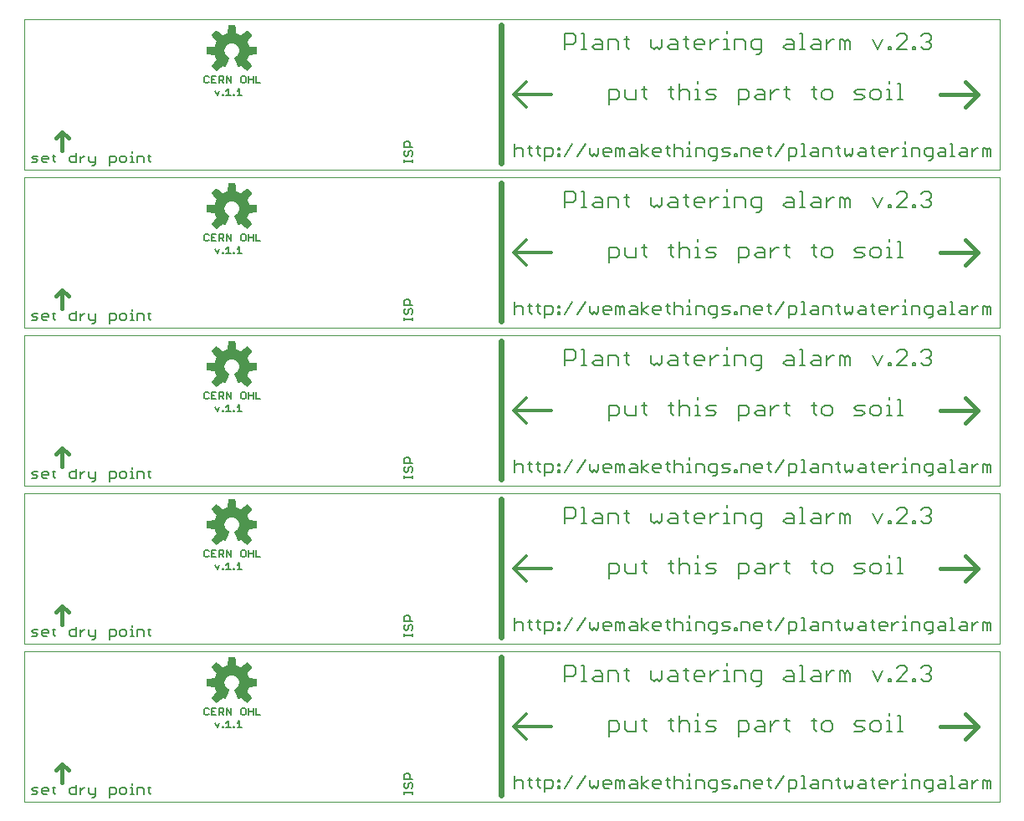
<source format=gto>
G75*
G70*
%OFA0B0*%
%FSLAX24Y24*%
%IPPOS*%
%LPD*%
%AMOC8*
5,1,8,0,0,1.08239X$1,22.5*
%
%ADD10C,0.0000*%
%ADD11C,0.0080*%
%ADD12C,0.0240*%
%ADD13C,0.0120*%
%ADD14C,0.0070*%
%ADD15C,0.0060*%
%ADD16C,0.0160*%
%ADD17C,0.0050*%
%ADD18C,0.0002*%
D10*
X000151Y000302D02*
X000151Y006298D01*
X039021Y006298D01*
X039021Y000302D01*
X000151Y000302D01*
X000151Y006602D02*
X000151Y012598D01*
X039021Y012598D01*
X039021Y006602D01*
X000151Y006602D01*
X000151Y012901D02*
X000151Y018897D01*
X039021Y018897D01*
X039021Y012901D01*
X000151Y012901D01*
X000151Y019200D02*
X000151Y025196D01*
X039021Y025196D01*
X039021Y019200D01*
X000151Y019200D01*
X000151Y025499D02*
X000151Y031495D01*
X039021Y031495D01*
X039021Y025499D01*
X000151Y025499D01*
D11*
X021691Y024611D02*
X021691Y023990D01*
X021691Y024197D02*
X022001Y024197D01*
X022105Y024300D01*
X022105Y024507D01*
X022001Y024611D01*
X021691Y024611D01*
X022336Y024611D02*
X022439Y024611D01*
X022439Y023990D01*
X022336Y023990D02*
X022543Y023990D01*
X022765Y024093D02*
X022869Y024197D01*
X023179Y024197D01*
X023179Y024300D02*
X023179Y023990D01*
X022869Y023990D01*
X022765Y024093D01*
X022869Y024404D02*
X023076Y024404D01*
X023179Y024300D01*
X023410Y024404D02*
X023410Y023990D01*
X023824Y023990D02*
X023824Y024300D01*
X023720Y024404D01*
X023410Y024404D01*
X024054Y024404D02*
X024261Y024404D01*
X024158Y024507D02*
X024158Y024093D01*
X024261Y023990D01*
X025129Y024093D02*
X025129Y024404D01*
X025129Y024093D02*
X025232Y023990D01*
X025335Y024093D01*
X025439Y023990D01*
X025542Y024093D01*
X025542Y024404D01*
X025877Y024404D02*
X026083Y024404D01*
X026187Y024300D01*
X026187Y023990D01*
X025877Y023990D01*
X025773Y024093D01*
X025877Y024197D01*
X026187Y024197D01*
X026418Y024404D02*
X026625Y024404D01*
X026521Y024507D02*
X026521Y024093D01*
X026625Y023990D01*
X026847Y024093D02*
X026847Y024300D01*
X026951Y024404D01*
X027158Y024404D01*
X027261Y024300D01*
X027261Y024197D01*
X026847Y024197D01*
X026847Y024093D02*
X026951Y023990D01*
X027158Y023990D01*
X027492Y023990D02*
X027492Y024404D01*
X027492Y024197D02*
X027699Y024404D01*
X027802Y024404D01*
X028029Y024404D02*
X028132Y024404D01*
X028132Y023990D01*
X028029Y023990D02*
X028236Y023990D01*
X028459Y023990D02*
X028459Y024404D01*
X028769Y024404D01*
X028872Y024300D01*
X028872Y023990D01*
X029103Y024093D02*
X029207Y023990D01*
X029517Y023990D01*
X029517Y023887D02*
X029517Y024404D01*
X029207Y024404D01*
X029103Y024300D01*
X029103Y024093D01*
X029310Y023783D02*
X029413Y023783D01*
X029517Y023887D01*
X030392Y024093D02*
X030496Y023990D01*
X030806Y023990D01*
X030806Y024300D01*
X030703Y024404D01*
X030496Y024404D01*
X030496Y024197D02*
X030806Y024197D01*
X031037Y023990D02*
X031244Y023990D01*
X031140Y023990D02*
X031140Y024611D01*
X031037Y024611D01*
X030496Y024197D02*
X030392Y024093D01*
X031466Y024093D02*
X031570Y023990D01*
X031880Y023990D01*
X031880Y024300D01*
X031777Y024404D01*
X031570Y024404D01*
X031570Y024197D02*
X031880Y024197D01*
X032111Y024197D02*
X032318Y024404D01*
X032421Y024404D01*
X032648Y024404D02*
X032751Y024404D01*
X032855Y024300D01*
X032958Y024404D01*
X033062Y024300D01*
X033062Y023990D01*
X032855Y023990D02*
X032855Y024300D01*
X032648Y024404D02*
X032648Y023990D01*
X032111Y023990D02*
X032111Y024404D01*
X031570Y024197D02*
X031466Y024093D01*
X031601Y022507D02*
X031601Y022093D01*
X031705Y021990D01*
X031927Y022093D02*
X031927Y022300D01*
X032031Y022404D01*
X032238Y022404D01*
X032341Y022300D01*
X032341Y022093D01*
X032238Y021990D01*
X032031Y021990D01*
X031927Y022093D01*
X031705Y022404D02*
X031498Y022404D01*
X030630Y022404D02*
X030424Y022404D01*
X030527Y022507D02*
X030527Y022093D01*
X030630Y021990D01*
X030197Y022404D02*
X030093Y022404D01*
X029886Y022197D01*
X029886Y021990D02*
X029886Y022404D01*
X029656Y022300D02*
X029656Y021990D01*
X029345Y021990D01*
X029242Y022093D01*
X029345Y022197D01*
X029656Y022197D01*
X029656Y022300D02*
X029552Y022404D01*
X029345Y022404D01*
X029011Y022300D02*
X029011Y022093D01*
X028908Y021990D01*
X028597Y021990D01*
X028597Y021783D02*
X028597Y022404D01*
X028908Y022404D01*
X029011Y022300D01*
X027722Y022404D02*
X027412Y022404D01*
X027308Y022300D01*
X027412Y022197D01*
X027619Y022197D01*
X027722Y022093D01*
X027619Y021990D01*
X027308Y021990D01*
X027085Y021990D02*
X026879Y021990D01*
X026982Y021990D02*
X026982Y022404D01*
X026879Y022404D01*
X026982Y022611D02*
X026982Y022714D01*
X026648Y022300D02*
X026648Y021990D01*
X026648Y022300D02*
X026544Y022404D01*
X026338Y022404D01*
X026234Y022300D01*
X026011Y022404D02*
X025804Y022404D01*
X025908Y022507D02*
X025908Y022093D01*
X026011Y021990D01*
X026234Y021990D02*
X026234Y022611D01*
X024937Y022404D02*
X024730Y022404D01*
X024834Y022507D02*
X024834Y022093D01*
X024937Y021990D01*
X024499Y021990D02*
X024499Y022404D01*
X024086Y022404D02*
X024086Y022093D01*
X024189Y021990D01*
X024499Y021990D01*
X023855Y022093D02*
X023751Y021990D01*
X023441Y021990D01*
X023441Y021783D02*
X023441Y022404D01*
X023751Y022404D01*
X023855Y022300D01*
X023855Y022093D01*
X022439Y018311D02*
X022336Y018311D01*
X022439Y018311D02*
X022439Y017691D01*
X022336Y017691D02*
X022543Y017691D01*
X022765Y017794D02*
X022869Y017898D01*
X023179Y017898D01*
X023179Y018001D02*
X023179Y017691D01*
X022869Y017691D01*
X022765Y017794D01*
X022869Y018104D02*
X023076Y018104D01*
X023179Y018001D01*
X023410Y018104D02*
X023410Y017691D01*
X023410Y018104D02*
X023720Y018104D01*
X023824Y018001D01*
X023824Y017691D01*
X024158Y017794D02*
X024158Y018208D01*
X024261Y018104D02*
X024054Y018104D01*
X024158Y017794D02*
X024261Y017691D01*
X025129Y017794D02*
X025232Y017691D01*
X025335Y017794D01*
X025439Y017691D01*
X025542Y017794D01*
X025542Y018104D01*
X025877Y018104D02*
X026083Y018104D01*
X026187Y018001D01*
X026187Y017691D01*
X025877Y017691D01*
X025773Y017794D01*
X025877Y017898D01*
X026187Y017898D01*
X026418Y018104D02*
X026625Y018104D01*
X026521Y018208D02*
X026521Y017794D01*
X026625Y017691D01*
X026847Y017794D02*
X026847Y018001D01*
X026951Y018104D01*
X027158Y018104D01*
X027261Y018001D01*
X027261Y017898D01*
X026847Y017898D01*
X026847Y017794D02*
X026951Y017691D01*
X027158Y017691D01*
X027492Y017691D02*
X027492Y018104D01*
X027492Y017898D02*
X027699Y018104D01*
X027802Y018104D01*
X028029Y018104D02*
X028132Y018104D01*
X028132Y017691D01*
X028029Y017691D02*
X028236Y017691D01*
X028459Y017691D02*
X028459Y018104D01*
X028769Y018104D01*
X028872Y018001D01*
X028872Y017691D01*
X029103Y017794D02*
X029103Y018001D01*
X029207Y018104D01*
X029517Y018104D01*
X029517Y017587D01*
X029413Y017484D01*
X029310Y017484D01*
X029207Y017691D02*
X029517Y017691D01*
X029207Y017691D02*
X029103Y017794D01*
X028132Y018311D02*
X028132Y018415D01*
X026982Y016415D02*
X026982Y016311D01*
X026982Y016104D02*
X026982Y015691D01*
X026879Y015691D02*
X027085Y015691D01*
X027308Y015691D02*
X027619Y015691D01*
X027722Y015794D01*
X027619Y015898D01*
X027412Y015898D01*
X027308Y016001D01*
X027412Y016104D01*
X027722Y016104D01*
X026982Y016104D02*
X026879Y016104D01*
X026648Y016001D02*
X026648Y015691D01*
X026648Y016001D02*
X026544Y016104D01*
X026338Y016104D01*
X026234Y016001D01*
X026011Y016104D02*
X025804Y016104D01*
X025908Y016208D02*
X025908Y015794D01*
X026011Y015691D01*
X026234Y015691D02*
X026234Y016311D01*
X024937Y016104D02*
X024730Y016104D01*
X024834Y016208D02*
X024834Y015794D01*
X024937Y015691D01*
X024499Y015691D02*
X024499Y016104D01*
X024499Y015691D02*
X024189Y015691D01*
X024086Y015794D01*
X024086Y016104D01*
X023855Y016001D02*
X023855Y015794D01*
X023751Y015691D01*
X023441Y015691D01*
X023441Y015484D02*
X023441Y016104D01*
X023751Y016104D01*
X023855Y016001D01*
X025129Y017794D02*
X025129Y018104D01*
X022105Y018001D02*
X022001Y017898D01*
X021691Y017898D01*
X021691Y017691D02*
X021691Y018311D01*
X022001Y018311D01*
X022105Y018208D01*
X022105Y018001D01*
X028597Y016104D02*
X028597Y015484D01*
X028597Y015691D02*
X028908Y015691D01*
X029011Y015794D01*
X029011Y016001D01*
X028908Y016104D01*
X028597Y016104D01*
X029242Y015794D02*
X029345Y015898D01*
X029656Y015898D01*
X029656Y016001D02*
X029656Y015691D01*
X029345Y015691D01*
X029242Y015794D01*
X029345Y016104D02*
X029552Y016104D01*
X029656Y016001D01*
X029886Y015898D02*
X030093Y016104D01*
X030197Y016104D01*
X030424Y016104D02*
X030630Y016104D01*
X030527Y016208D02*
X030527Y015794D01*
X030630Y015691D01*
X029886Y015691D02*
X029886Y016104D01*
X031498Y016104D02*
X031705Y016104D01*
X031601Y016208D02*
X031601Y015794D01*
X031705Y015691D01*
X031927Y015794D02*
X032031Y015691D01*
X032238Y015691D01*
X032341Y015794D01*
X032341Y016001D01*
X032238Y016104D01*
X032031Y016104D01*
X031927Y016001D01*
X031927Y015794D01*
X033216Y015691D02*
X033527Y015691D01*
X033630Y015794D01*
X033527Y015898D01*
X033320Y015898D01*
X033216Y016001D01*
X033320Y016104D01*
X033630Y016104D01*
X033861Y016001D02*
X033861Y015794D01*
X033964Y015691D01*
X034171Y015691D01*
X034275Y015794D01*
X034275Y016001D01*
X034171Y016104D01*
X033964Y016104D01*
X033861Y016001D01*
X034506Y016104D02*
X034609Y016104D01*
X034609Y015691D01*
X034506Y015691D02*
X034712Y015691D01*
X034935Y015691D02*
X035142Y015691D01*
X035039Y015691D02*
X035039Y016311D01*
X034935Y016311D01*
X034609Y016311D02*
X034609Y016415D01*
X034582Y017691D02*
X034685Y017691D01*
X034685Y017794D01*
X034582Y017794D01*
X034582Y017691D01*
X034904Y017691D02*
X035318Y018104D01*
X035318Y018208D01*
X035214Y018311D01*
X035007Y018311D01*
X034904Y018208D01*
X034904Y017691D02*
X035318Y017691D01*
X035548Y017691D02*
X035652Y017691D01*
X035652Y017794D01*
X035548Y017794D01*
X035548Y017691D01*
X035871Y017794D02*
X035974Y017691D01*
X036181Y017691D01*
X036284Y017794D01*
X036284Y017898D01*
X036181Y018001D01*
X036078Y018001D01*
X036181Y018001D02*
X036284Y018104D01*
X036284Y018208D01*
X036181Y018311D01*
X035974Y018311D01*
X035871Y018208D01*
X034351Y018104D02*
X034144Y017691D01*
X033937Y018104D01*
X033062Y018001D02*
X033062Y017691D01*
X032855Y017691D02*
X032855Y018001D01*
X032958Y018104D01*
X033062Y018001D01*
X032855Y018001D02*
X032751Y018104D01*
X032648Y018104D01*
X032648Y017691D01*
X032421Y018104D02*
X032318Y018104D01*
X032111Y017898D01*
X032111Y018104D02*
X032111Y017691D01*
X031880Y017691D02*
X031570Y017691D01*
X031466Y017794D01*
X031570Y017898D01*
X031880Y017898D01*
X031880Y018001D02*
X031880Y017691D01*
X031880Y018001D02*
X031777Y018104D01*
X031570Y018104D01*
X031140Y018311D02*
X031140Y017691D01*
X031037Y017691D02*
X031244Y017691D01*
X030806Y017691D02*
X030806Y018001D01*
X030703Y018104D01*
X030496Y018104D01*
X030496Y017898D02*
X030806Y017898D01*
X030806Y017691D02*
X030496Y017691D01*
X030392Y017794D01*
X030496Y017898D01*
X031037Y018311D02*
X031140Y018311D01*
X033216Y021990D02*
X033527Y021990D01*
X033630Y022093D01*
X033527Y022197D01*
X033320Y022197D01*
X033216Y022300D01*
X033320Y022404D01*
X033630Y022404D01*
X033861Y022300D02*
X033861Y022093D01*
X033964Y021990D01*
X034171Y021990D01*
X034275Y022093D01*
X034275Y022300D01*
X034171Y022404D01*
X033964Y022404D01*
X033861Y022300D01*
X034506Y022404D02*
X034609Y022404D01*
X034609Y021990D01*
X034506Y021990D02*
X034712Y021990D01*
X034935Y021990D02*
X035142Y021990D01*
X035039Y021990D02*
X035039Y022611D01*
X034935Y022611D01*
X034609Y022611D02*
X034609Y022714D01*
X034582Y023990D02*
X034685Y023990D01*
X034685Y024093D01*
X034582Y024093D01*
X034582Y023990D01*
X034904Y023990D02*
X035318Y024404D01*
X035318Y024507D01*
X035214Y024611D01*
X035007Y024611D01*
X034904Y024507D01*
X034351Y024404D02*
X034144Y023990D01*
X033937Y024404D01*
X034904Y023990D02*
X035318Y023990D01*
X035548Y023990D02*
X035548Y024093D01*
X035652Y024093D01*
X035652Y023990D01*
X035548Y023990D01*
X035871Y024093D02*
X035974Y023990D01*
X036181Y023990D01*
X036284Y024093D01*
X036284Y024197D01*
X036181Y024300D01*
X036078Y024300D01*
X036181Y024300D02*
X036284Y024404D01*
X036284Y024507D01*
X036181Y024611D01*
X035974Y024611D01*
X035871Y024507D01*
X035142Y028289D02*
X034935Y028289D01*
X035039Y028289D02*
X035039Y028910D01*
X034935Y028910D01*
X034609Y028910D02*
X034609Y029013D01*
X034609Y028703D02*
X034506Y028703D01*
X034609Y028703D02*
X034609Y028289D01*
X034506Y028289D02*
X034712Y028289D01*
X034275Y028393D02*
X034275Y028599D01*
X034171Y028703D01*
X033964Y028703D01*
X033861Y028599D01*
X033861Y028393D01*
X033964Y028289D01*
X034171Y028289D01*
X034275Y028393D01*
X033630Y028393D02*
X033527Y028496D01*
X033320Y028496D01*
X033216Y028599D01*
X033320Y028703D01*
X033630Y028703D01*
X033630Y028393D02*
X033527Y028289D01*
X033216Y028289D01*
X032341Y028393D02*
X032341Y028599D01*
X032238Y028703D01*
X032031Y028703D01*
X031927Y028599D01*
X031927Y028393D01*
X032031Y028289D01*
X032238Y028289D01*
X032341Y028393D01*
X031705Y028289D02*
X031601Y028393D01*
X031601Y028806D01*
X031498Y028703D02*
X031705Y028703D01*
X030630Y028703D02*
X030424Y028703D01*
X030527Y028806D02*
X030527Y028393D01*
X030630Y028289D01*
X030197Y028703D02*
X030093Y028703D01*
X029886Y028496D01*
X029886Y028289D02*
X029886Y028703D01*
X029656Y028599D02*
X029656Y028289D01*
X029345Y028289D01*
X029242Y028393D01*
X029345Y028496D01*
X029656Y028496D01*
X029656Y028599D02*
X029552Y028703D01*
X029345Y028703D01*
X029011Y028599D02*
X029011Y028393D01*
X028908Y028289D01*
X028597Y028289D01*
X028597Y028082D02*
X028597Y028703D01*
X028908Y028703D01*
X029011Y028599D01*
X027722Y028703D02*
X027412Y028703D01*
X027308Y028599D01*
X027412Y028496D01*
X027619Y028496D01*
X027722Y028393D01*
X027619Y028289D01*
X027308Y028289D01*
X027085Y028289D02*
X026879Y028289D01*
X026982Y028289D02*
X026982Y028703D01*
X026879Y028703D01*
X026982Y028910D02*
X026982Y029013D01*
X026648Y028599D02*
X026648Y028289D01*
X026648Y028599D02*
X026544Y028703D01*
X026338Y028703D01*
X026234Y028599D01*
X026011Y028703D02*
X025804Y028703D01*
X025908Y028806D02*
X025908Y028393D01*
X026011Y028289D01*
X026234Y028289D02*
X026234Y028910D01*
X024937Y028703D02*
X024730Y028703D01*
X024834Y028806D02*
X024834Y028393D01*
X024937Y028289D01*
X024499Y028289D02*
X024499Y028703D01*
X024086Y028703D02*
X024086Y028393D01*
X024189Y028289D01*
X024499Y028289D01*
X023855Y028393D02*
X023751Y028289D01*
X023441Y028289D01*
X023441Y028082D02*
X023441Y028703D01*
X023751Y028703D01*
X023855Y028599D01*
X023855Y028393D01*
X023824Y030289D02*
X023824Y030599D01*
X023720Y030703D01*
X023410Y030703D01*
X023410Y030289D01*
X023179Y030289D02*
X023179Y030599D01*
X023076Y030703D01*
X022869Y030703D01*
X022869Y030496D02*
X023179Y030496D01*
X023179Y030289D02*
X022869Y030289D01*
X022765Y030393D01*
X022869Y030496D01*
X022543Y030289D02*
X022336Y030289D01*
X022439Y030289D02*
X022439Y030910D01*
X022336Y030910D01*
X022105Y030806D02*
X022105Y030599D01*
X022001Y030496D01*
X021691Y030496D01*
X021691Y030289D02*
X021691Y030910D01*
X022001Y030910D01*
X022105Y030806D01*
X024054Y030703D02*
X024261Y030703D01*
X024158Y030806D02*
X024158Y030393D01*
X024261Y030289D01*
X025129Y030393D02*
X025232Y030289D01*
X025335Y030393D01*
X025439Y030289D01*
X025542Y030393D01*
X025542Y030703D01*
X025877Y030703D02*
X026083Y030703D01*
X026187Y030599D01*
X026187Y030289D01*
X025877Y030289D01*
X025773Y030393D01*
X025877Y030496D01*
X026187Y030496D01*
X026418Y030703D02*
X026625Y030703D01*
X026521Y030806D02*
X026521Y030393D01*
X026625Y030289D01*
X026847Y030393D02*
X026847Y030599D01*
X026951Y030703D01*
X027158Y030703D01*
X027261Y030599D01*
X027261Y030496D01*
X026847Y030496D01*
X026847Y030393D02*
X026951Y030289D01*
X027158Y030289D01*
X027492Y030289D02*
X027492Y030703D01*
X027492Y030496D02*
X027699Y030703D01*
X027802Y030703D01*
X028029Y030703D02*
X028132Y030703D01*
X028132Y030289D01*
X028029Y030289D02*
X028236Y030289D01*
X028459Y030289D02*
X028459Y030703D01*
X028769Y030703D01*
X028872Y030599D01*
X028872Y030289D01*
X029103Y030393D02*
X029103Y030599D01*
X029207Y030703D01*
X029517Y030703D01*
X029517Y030186D01*
X029413Y030082D01*
X029310Y030082D01*
X029207Y030289D02*
X029517Y030289D01*
X029207Y030289D02*
X029103Y030393D01*
X028132Y030910D02*
X028132Y031013D01*
X030392Y030393D02*
X030496Y030496D01*
X030806Y030496D01*
X030806Y030599D02*
X030806Y030289D01*
X030496Y030289D01*
X030392Y030393D01*
X030496Y030703D02*
X030703Y030703D01*
X030806Y030599D01*
X031037Y030289D02*
X031244Y030289D01*
X031140Y030289D02*
X031140Y030910D01*
X031037Y030910D01*
X031570Y030703D02*
X031777Y030703D01*
X031880Y030599D01*
X031880Y030289D01*
X031570Y030289D01*
X031466Y030393D01*
X031570Y030496D01*
X031880Y030496D01*
X032111Y030496D02*
X032318Y030703D01*
X032421Y030703D01*
X032648Y030703D02*
X032648Y030289D01*
X032855Y030289D02*
X032855Y030599D01*
X032958Y030703D01*
X033062Y030599D01*
X033062Y030289D01*
X032855Y030599D02*
X032751Y030703D01*
X032648Y030703D01*
X032111Y030703D02*
X032111Y030289D01*
X033937Y030703D02*
X034144Y030289D01*
X034351Y030703D01*
X034582Y030393D02*
X034685Y030393D01*
X034685Y030289D01*
X034582Y030289D01*
X034582Y030393D01*
X034904Y030289D02*
X035318Y030703D01*
X035318Y030806D01*
X035214Y030910D01*
X035007Y030910D01*
X034904Y030806D01*
X034904Y030289D02*
X035318Y030289D01*
X035548Y030289D02*
X035652Y030289D01*
X035652Y030393D01*
X035548Y030393D01*
X035548Y030289D01*
X035871Y030393D02*
X035974Y030289D01*
X036181Y030289D01*
X036284Y030393D01*
X036284Y030496D01*
X036181Y030599D01*
X036078Y030599D01*
X036181Y030599D02*
X036284Y030703D01*
X036284Y030806D01*
X036181Y030910D01*
X035974Y030910D01*
X035871Y030806D01*
X028132Y024714D02*
X028132Y024611D01*
X025129Y030393D02*
X025129Y030703D01*
X024158Y011909D02*
X024158Y011495D01*
X024261Y011392D01*
X024261Y011805D02*
X024054Y011805D01*
X023824Y011702D02*
X023824Y011392D01*
X023824Y011702D02*
X023720Y011805D01*
X023410Y011805D01*
X023410Y011392D01*
X023179Y011392D02*
X023179Y011702D01*
X023076Y011805D01*
X022869Y011805D01*
X022869Y011598D02*
X023179Y011598D01*
X023179Y011392D02*
X022869Y011392D01*
X022765Y011495D01*
X022869Y011598D01*
X022543Y011392D02*
X022336Y011392D01*
X022439Y011392D02*
X022439Y012012D01*
X022336Y012012D01*
X022105Y011909D02*
X022105Y011702D01*
X022001Y011598D01*
X021691Y011598D01*
X021691Y011392D02*
X021691Y012012D01*
X022001Y012012D01*
X022105Y011909D01*
X023441Y009805D02*
X023751Y009805D01*
X023855Y009702D01*
X023855Y009495D01*
X023751Y009392D01*
X023441Y009392D01*
X023441Y009185D02*
X023441Y009805D01*
X024086Y009805D02*
X024086Y009495D01*
X024189Y009392D01*
X024499Y009392D01*
X024499Y009805D01*
X024730Y009805D02*
X024937Y009805D01*
X024834Y009909D02*
X024834Y009495D01*
X024937Y009392D01*
X025804Y009805D02*
X026011Y009805D01*
X025908Y009909D02*
X025908Y009495D01*
X026011Y009392D01*
X026234Y009392D02*
X026234Y010012D01*
X026338Y009805D02*
X026234Y009702D01*
X026338Y009805D02*
X026544Y009805D01*
X026648Y009702D01*
X026648Y009392D01*
X026879Y009392D02*
X027085Y009392D01*
X026982Y009392D02*
X026982Y009805D01*
X026879Y009805D01*
X026982Y010012D02*
X026982Y010116D01*
X027308Y009702D02*
X027412Y009805D01*
X027722Y009805D01*
X027619Y009598D02*
X027412Y009598D01*
X027308Y009702D01*
X027308Y009392D02*
X027619Y009392D01*
X027722Y009495D01*
X027619Y009598D01*
X028597Y009392D02*
X028908Y009392D01*
X029011Y009495D01*
X029011Y009702D01*
X028908Y009805D01*
X028597Y009805D01*
X028597Y009185D01*
X029242Y009495D02*
X029345Y009598D01*
X029656Y009598D01*
X029656Y009702D02*
X029656Y009392D01*
X029345Y009392D01*
X029242Y009495D01*
X029345Y009805D02*
X029552Y009805D01*
X029656Y009702D01*
X029886Y009805D02*
X029886Y009392D01*
X029886Y009598D02*
X030093Y009805D01*
X030197Y009805D01*
X030424Y009805D02*
X030630Y009805D01*
X030527Y009909D02*
X030527Y009495D01*
X030630Y009392D01*
X031498Y009805D02*
X031705Y009805D01*
X031601Y009909D02*
X031601Y009495D01*
X031705Y009392D01*
X031927Y009495D02*
X031927Y009702D01*
X032031Y009805D01*
X032238Y009805D01*
X032341Y009702D01*
X032341Y009495D01*
X032238Y009392D01*
X032031Y009392D01*
X031927Y009495D01*
X033216Y009392D02*
X033527Y009392D01*
X033630Y009495D01*
X033527Y009598D01*
X033320Y009598D01*
X033216Y009702D01*
X033320Y009805D01*
X033630Y009805D01*
X033861Y009702D02*
X033861Y009495D01*
X033964Y009392D01*
X034171Y009392D01*
X034275Y009495D01*
X034275Y009702D01*
X034171Y009805D01*
X033964Y009805D01*
X033861Y009702D01*
X034506Y009805D02*
X034609Y009805D01*
X034609Y009392D01*
X034506Y009392D02*
X034712Y009392D01*
X034935Y009392D02*
X035142Y009392D01*
X035039Y009392D02*
X035039Y010012D01*
X034935Y010012D01*
X034609Y010012D02*
X034609Y010116D01*
X034582Y011392D02*
X034685Y011392D01*
X034685Y011495D01*
X034582Y011495D01*
X034582Y011392D01*
X034904Y011392D02*
X035318Y011805D01*
X035318Y011909D01*
X035214Y012012D01*
X035007Y012012D01*
X034904Y011909D01*
X034351Y011805D02*
X034144Y011392D01*
X033937Y011805D01*
X033062Y011702D02*
X033062Y011392D01*
X032855Y011392D02*
X032855Y011702D01*
X032958Y011805D01*
X033062Y011702D01*
X032855Y011702D02*
X032751Y011805D01*
X032648Y011805D01*
X032648Y011392D01*
X032421Y011805D02*
X032318Y011805D01*
X032111Y011598D01*
X032111Y011392D02*
X032111Y011805D01*
X031880Y011702D02*
X031880Y011392D01*
X031570Y011392D01*
X031466Y011495D01*
X031570Y011598D01*
X031880Y011598D01*
X031880Y011702D02*
X031777Y011805D01*
X031570Y011805D01*
X031140Y012012D02*
X031140Y011392D01*
X031037Y011392D02*
X031244Y011392D01*
X030806Y011392D02*
X030806Y011702D01*
X030703Y011805D01*
X030496Y011805D01*
X030496Y011598D02*
X030806Y011598D01*
X030806Y011392D02*
X030496Y011392D01*
X030392Y011495D01*
X030496Y011598D01*
X031037Y012012D02*
X031140Y012012D01*
X029517Y011805D02*
X029517Y011288D01*
X029413Y011185D01*
X029310Y011185D01*
X029207Y011392D02*
X029517Y011392D01*
X029207Y011392D02*
X029103Y011495D01*
X029103Y011702D01*
X029207Y011805D01*
X029517Y011805D01*
X028872Y011702D02*
X028872Y011392D01*
X028872Y011702D02*
X028769Y011805D01*
X028459Y011805D01*
X028459Y011392D01*
X028236Y011392D02*
X028029Y011392D01*
X028132Y011392D02*
X028132Y011805D01*
X028029Y011805D01*
X027802Y011805D02*
X027699Y011805D01*
X027492Y011598D01*
X027492Y011392D02*
X027492Y011805D01*
X027261Y011702D02*
X027261Y011598D01*
X026847Y011598D01*
X026847Y011495D02*
X026847Y011702D01*
X026951Y011805D01*
X027158Y011805D01*
X027261Y011702D01*
X027158Y011392D02*
X026951Y011392D01*
X026847Y011495D01*
X026625Y011392D02*
X026521Y011495D01*
X026521Y011909D01*
X026418Y011805D02*
X026625Y011805D01*
X026187Y011702D02*
X026187Y011392D01*
X025877Y011392D01*
X025773Y011495D01*
X025877Y011598D01*
X026187Y011598D01*
X026187Y011702D02*
X026083Y011805D01*
X025877Y011805D01*
X025542Y011805D02*
X025542Y011495D01*
X025439Y011392D01*
X025335Y011495D01*
X025232Y011392D01*
X025129Y011495D01*
X025129Y011805D01*
X028132Y012012D02*
X028132Y012116D01*
X034904Y011392D02*
X035318Y011392D01*
X035548Y011392D02*
X035652Y011392D01*
X035652Y011495D01*
X035548Y011495D01*
X035548Y011392D01*
X035871Y011495D02*
X035974Y011392D01*
X036181Y011392D01*
X036284Y011495D01*
X036284Y011598D01*
X036181Y011702D01*
X036078Y011702D01*
X036181Y011702D02*
X036284Y011805D01*
X036284Y011909D01*
X036181Y012012D01*
X035974Y012012D01*
X035871Y011909D01*
X035974Y005713D02*
X036181Y005713D01*
X036284Y005609D01*
X036284Y005506D01*
X036181Y005403D01*
X036284Y005299D01*
X036284Y005196D01*
X036181Y005092D01*
X035974Y005092D01*
X035871Y005196D01*
X035652Y005196D02*
X035652Y005092D01*
X035548Y005092D01*
X035548Y005196D01*
X035652Y005196D01*
X035318Y005092D02*
X034904Y005092D01*
X035318Y005506D01*
X035318Y005609D01*
X035214Y005713D01*
X035007Y005713D01*
X034904Y005609D01*
X034685Y005196D02*
X034582Y005196D01*
X034582Y005092D01*
X034685Y005092D01*
X034685Y005196D01*
X034351Y005506D02*
X034144Y005092D01*
X033937Y005506D01*
X033062Y005403D02*
X033062Y005092D01*
X032855Y005092D02*
X032855Y005403D01*
X032958Y005506D01*
X033062Y005403D01*
X032855Y005403D02*
X032751Y005506D01*
X032648Y005506D01*
X032648Y005092D01*
X032421Y005506D02*
X032318Y005506D01*
X032111Y005299D01*
X032111Y005092D02*
X032111Y005506D01*
X031880Y005403D02*
X031880Y005092D01*
X031570Y005092D01*
X031466Y005196D01*
X031570Y005299D01*
X031880Y005299D01*
X031880Y005403D02*
X031777Y005506D01*
X031570Y005506D01*
X031140Y005713D02*
X031140Y005092D01*
X031037Y005092D02*
X031244Y005092D01*
X030806Y005092D02*
X030806Y005403D01*
X030703Y005506D01*
X030496Y005506D01*
X030496Y005299D02*
X030806Y005299D01*
X030806Y005092D02*
X030496Y005092D01*
X030392Y005196D01*
X030496Y005299D01*
X031037Y005713D02*
X031140Y005713D01*
X029517Y005506D02*
X029517Y004989D01*
X029413Y004886D01*
X029310Y004886D01*
X029207Y005092D02*
X029517Y005092D01*
X029207Y005092D02*
X029103Y005196D01*
X029103Y005403D01*
X029207Y005506D01*
X029517Y005506D01*
X028872Y005403D02*
X028872Y005092D01*
X028872Y005403D02*
X028769Y005506D01*
X028459Y005506D01*
X028459Y005092D01*
X028236Y005092D02*
X028029Y005092D01*
X028132Y005092D02*
X028132Y005506D01*
X028029Y005506D01*
X027802Y005506D02*
X027699Y005506D01*
X027492Y005299D01*
X027492Y005092D02*
X027492Y005506D01*
X027261Y005403D02*
X027158Y005506D01*
X026951Y005506D01*
X026847Y005403D01*
X026847Y005196D01*
X026951Y005092D01*
X027158Y005092D01*
X027261Y005299D02*
X026847Y005299D01*
X026625Y005092D02*
X026521Y005196D01*
X026521Y005609D01*
X026418Y005506D02*
X026625Y005506D01*
X026187Y005403D02*
X026187Y005092D01*
X025877Y005092D01*
X025773Y005196D01*
X025877Y005299D01*
X026187Y005299D01*
X026187Y005403D02*
X026083Y005506D01*
X025877Y005506D01*
X025542Y005506D02*
X025542Y005196D01*
X025439Y005092D01*
X025335Y005196D01*
X025232Y005092D01*
X025129Y005196D01*
X025129Y005506D01*
X024261Y005506D02*
X024054Y005506D01*
X024158Y005609D02*
X024158Y005196D01*
X024261Y005092D01*
X023824Y005092D02*
X023824Y005403D01*
X023720Y005506D01*
X023410Y005506D01*
X023410Y005092D01*
X023179Y005092D02*
X023179Y005403D01*
X023076Y005506D01*
X022869Y005506D01*
X022869Y005299D02*
X022765Y005196D01*
X022869Y005092D01*
X023179Y005092D01*
X023179Y005299D02*
X022869Y005299D01*
X022543Y005092D02*
X022336Y005092D01*
X022439Y005092D02*
X022439Y005713D01*
X022336Y005713D01*
X022105Y005609D02*
X022105Y005403D01*
X022001Y005299D01*
X021691Y005299D01*
X021691Y005092D02*
X021691Y005713D01*
X022001Y005713D01*
X022105Y005609D01*
X023441Y003506D02*
X023751Y003506D01*
X023855Y003403D01*
X023855Y003196D01*
X023751Y003092D01*
X023441Y003092D01*
X023441Y002886D02*
X023441Y003506D01*
X024086Y003506D02*
X024086Y003196D01*
X024189Y003092D01*
X024499Y003092D01*
X024499Y003506D01*
X024730Y003506D02*
X024937Y003506D01*
X024834Y003609D02*
X024834Y003196D01*
X024937Y003092D01*
X025804Y003506D02*
X026011Y003506D01*
X025908Y003609D02*
X025908Y003196D01*
X026011Y003092D01*
X026234Y003092D02*
X026234Y003713D01*
X026338Y003506D02*
X026234Y003403D01*
X026338Y003506D02*
X026544Y003506D01*
X026648Y003403D01*
X026648Y003092D01*
X026879Y003092D02*
X027085Y003092D01*
X026982Y003092D02*
X026982Y003506D01*
X026879Y003506D01*
X026982Y003713D02*
X026982Y003816D01*
X027308Y003403D02*
X027412Y003506D01*
X027722Y003506D01*
X027619Y003299D02*
X027412Y003299D01*
X027308Y003403D01*
X027308Y003092D02*
X027619Y003092D01*
X027722Y003196D01*
X027619Y003299D01*
X028597Y003092D02*
X028908Y003092D01*
X029011Y003196D01*
X029011Y003403D01*
X028908Y003506D01*
X028597Y003506D01*
X028597Y002886D01*
X029242Y003196D02*
X029345Y003299D01*
X029656Y003299D01*
X029656Y003403D02*
X029656Y003092D01*
X029345Y003092D01*
X029242Y003196D01*
X029345Y003506D02*
X029552Y003506D01*
X029656Y003403D01*
X029886Y003506D02*
X029886Y003092D01*
X029886Y003299D02*
X030093Y003506D01*
X030197Y003506D01*
X030424Y003506D02*
X030630Y003506D01*
X030527Y003609D02*
X030527Y003196D01*
X030630Y003092D01*
X031498Y003506D02*
X031705Y003506D01*
X031601Y003609D02*
X031601Y003196D01*
X031705Y003092D01*
X031927Y003196D02*
X031927Y003403D01*
X032031Y003506D01*
X032238Y003506D01*
X032341Y003403D01*
X032341Y003196D01*
X032238Y003092D01*
X032031Y003092D01*
X031927Y003196D01*
X033216Y003092D02*
X033527Y003092D01*
X033630Y003196D01*
X033527Y003299D01*
X033320Y003299D01*
X033216Y003403D01*
X033320Y003506D01*
X033630Y003506D01*
X033861Y003403D02*
X033861Y003196D01*
X033964Y003092D01*
X034171Y003092D01*
X034275Y003196D01*
X034275Y003403D01*
X034171Y003506D01*
X033964Y003506D01*
X033861Y003403D01*
X034506Y003506D02*
X034609Y003506D01*
X034609Y003092D01*
X034506Y003092D02*
X034712Y003092D01*
X034935Y003092D02*
X035142Y003092D01*
X035039Y003092D02*
X035039Y003713D01*
X034935Y003713D01*
X034609Y003713D02*
X034609Y003816D01*
X036078Y005403D02*
X036181Y005403D01*
X035871Y005609D02*
X035974Y005713D01*
X028132Y005816D02*
X028132Y005713D01*
X027261Y005403D02*
X027261Y005299D01*
D12*
X019151Y006052D02*
X019151Y000552D01*
X019151Y006852D02*
X019151Y012352D01*
X019151Y013151D02*
X019151Y018651D01*
X019151Y019450D02*
X019151Y024950D01*
X019151Y025749D02*
X019151Y031249D01*
D13*
X020151Y028999D02*
X019651Y028499D01*
X020151Y027999D01*
X019651Y028499D02*
X021151Y028499D01*
X020151Y022700D02*
X019651Y022200D01*
X020151Y021700D01*
X019651Y022200D02*
X021151Y022200D01*
X020151Y016401D02*
X019651Y015901D01*
X020151Y015401D01*
X019651Y015901D02*
X021151Y015901D01*
X020151Y010102D02*
X019651Y009602D01*
X020151Y009102D01*
X019651Y009602D02*
X021151Y009602D01*
X020151Y003802D02*
X019651Y003302D01*
X020151Y002802D01*
X019651Y003302D02*
X021151Y003302D01*
D14*
X021990Y001328D02*
X021663Y000837D01*
X021487Y000837D02*
X021405Y000837D01*
X021405Y000919D01*
X021487Y000919D01*
X021487Y000837D01*
X021487Y001083D02*
X021405Y001083D01*
X021405Y001164D01*
X021487Y001164D01*
X021487Y001083D01*
X021216Y001083D02*
X021216Y000919D01*
X021134Y000837D01*
X020889Y000837D01*
X020889Y000674D02*
X020889Y001164D01*
X021134Y001164D01*
X021216Y001083D01*
X020709Y001164D02*
X020546Y001164D01*
X020627Y001246D02*
X020627Y000919D01*
X020709Y000837D01*
X020365Y000837D02*
X020284Y000919D01*
X020284Y001246D01*
X020202Y001164D02*
X020365Y001164D01*
X020013Y001083D02*
X020013Y000837D01*
X020013Y001083D02*
X019931Y001164D01*
X019768Y001164D01*
X019686Y001083D01*
X019686Y001328D02*
X019686Y000837D01*
X022178Y000837D02*
X022505Y001328D01*
X022694Y001164D02*
X022694Y000919D01*
X022776Y000837D01*
X022857Y000919D01*
X022939Y000837D01*
X023021Y000919D01*
X023021Y001164D01*
X023210Y001083D02*
X023210Y000919D01*
X023291Y000837D01*
X023455Y000837D01*
X023537Y001001D02*
X023210Y001001D01*
X023210Y001083D02*
X023291Y001164D01*
X023455Y001164D01*
X023537Y001083D01*
X023537Y001001D01*
X023725Y001164D02*
X023725Y000837D01*
X023889Y000837D02*
X023889Y001083D01*
X023970Y001164D01*
X024052Y001083D01*
X024052Y000837D01*
X024241Y000919D02*
X024323Y001001D01*
X024568Y001001D01*
X024568Y001083D02*
X024568Y000837D01*
X024323Y000837D01*
X024241Y000919D01*
X024323Y001164D02*
X024486Y001164D01*
X024568Y001083D01*
X024756Y001001D02*
X025002Y001164D01*
X025186Y001083D02*
X025186Y000919D01*
X025268Y000837D01*
X025431Y000837D01*
X025513Y001001D02*
X025186Y001001D01*
X025186Y001083D02*
X025268Y001164D01*
X025431Y001164D01*
X025513Y001083D01*
X025513Y001001D01*
X025702Y001164D02*
X025865Y001164D01*
X025784Y001246D02*
X025784Y000919D01*
X025865Y000837D01*
X026046Y000837D02*
X026046Y001328D01*
X026127Y001164D02*
X026291Y001164D01*
X026372Y001083D01*
X026372Y000837D01*
X026561Y000837D02*
X026725Y000837D01*
X026643Y000837D02*
X026643Y001164D01*
X026561Y001164D01*
X026643Y001328D02*
X026643Y001409D01*
X026905Y001164D02*
X027150Y001164D01*
X027232Y001083D01*
X027232Y000837D01*
X027421Y000919D02*
X027502Y000837D01*
X027747Y000837D01*
X027747Y000756D02*
X027747Y001164D01*
X027502Y001164D01*
X027421Y001083D01*
X027421Y000919D01*
X027584Y000674D02*
X027666Y000674D01*
X027747Y000756D01*
X027936Y000837D02*
X028181Y000837D01*
X028263Y000919D01*
X028181Y001001D01*
X028018Y001001D01*
X027936Y001083D01*
X028018Y001164D01*
X028263Y001164D01*
X028452Y000919D02*
X028534Y000919D01*
X028534Y000837D01*
X028452Y000837D01*
X028452Y000919D01*
X028710Y000837D02*
X028710Y001164D01*
X028955Y001164D01*
X029037Y001083D01*
X029037Y000837D01*
X029225Y000919D02*
X029225Y001083D01*
X029307Y001164D01*
X029470Y001164D01*
X029552Y001083D01*
X029552Y001001D01*
X029225Y001001D01*
X029225Y000919D02*
X029307Y000837D01*
X029470Y000837D01*
X029823Y000919D02*
X029823Y001246D01*
X029741Y001164D02*
X029904Y001164D01*
X029823Y000919D02*
X029904Y000837D01*
X030085Y000837D02*
X030412Y001328D01*
X030600Y001164D02*
X030845Y001164D01*
X030927Y001083D01*
X030927Y000919D01*
X030845Y000837D01*
X030600Y000837D01*
X030600Y000674D02*
X030600Y001164D01*
X031116Y001328D02*
X031198Y001328D01*
X031198Y000837D01*
X031279Y000837D02*
X031116Y000837D01*
X031460Y000919D02*
X031541Y001001D01*
X031787Y001001D01*
X031787Y001083D02*
X031787Y000837D01*
X031541Y000837D01*
X031460Y000919D01*
X031541Y001164D02*
X031705Y001164D01*
X031787Y001083D01*
X031975Y001164D02*
X031975Y000837D01*
X032302Y000837D02*
X032302Y001083D01*
X032220Y001164D01*
X031975Y001164D01*
X032491Y001164D02*
X032654Y001164D01*
X032573Y001246D02*
X032573Y000919D01*
X032654Y000837D01*
X032835Y000919D02*
X032916Y000837D01*
X032998Y000919D01*
X033080Y000837D01*
X033162Y000919D01*
X033162Y001164D01*
X033432Y001164D02*
X033595Y001164D01*
X033677Y001083D01*
X033677Y000837D01*
X033432Y000837D01*
X033350Y000919D01*
X033432Y001001D01*
X033677Y001001D01*
X033866Y001164D02*
X034029Y001164D01*
X033948Y001246D02*
X033948Y000919D01*
X034029Y000837D01*
X034210Y000919D02*
X034210Y001083D01*
X034291Y001164D01*
X034455Y001164D01*
X034537Y001083D01*
X034537Y001001D01*
X034210Y001001D01*
X034210Y000919D02*
X034291Y000837D01*
X034455Y000837D01*
X034725Y000837D02*
X034725Y001164D01*
X034725Y001001D02*
X034889Y001164D01*
X034970Y001164D01*
X035155Y001164D02*
X035237Y001164D01*
X035237Y000837D01*
X035318Y000837D02*
X035155Y000837D01*
X035499Y000837D02*
X035499Y001164D01*
X035744Y001164D01*
X035826Y001083D01*
X035826Y000837D01*
X036014Y000919D02*
X036096Y000837D01*
X036341Y000837D01*
X036341Y000756D02*
X036341Y001164D01*
X036096Y001164D01*
X036014Y001083D01*
X036014Y000919D01*
X036178Y000674D02*
X036259Y000674D01*
X036341Y000756D01*
X036530Y000919D02*
X036612Y001001D01*
X036857Y001001D01*
X036857Y001083D02*
X036857Y000837D01*
X036612Y000837D01*
X036530Y000919D01*
X036612Y001164D02*
X036775Y001164D01*
X036857Y001083D01*
X037046Y001328D02*
X037127Y001328D01*
X037127Y000837D01*
X037046Y000837D02*
X037209Y000837D01*
X037389Y000919D02*
X037471Y001001D01*
X037716Y001001D01*
X037716Y001083D02*
X037716Y000837D01*
X037471Y000837D01*
X037389Y000919D01*
X037471Y001164D02*
X037634Y001164D01*
X037716Y001083D01*
X037905Y001164D02*
X037905Y000837D01*
X037905Y001001D02*
X038068Y001164D01*
X038150Y001164D01*
X038335Y001164D02*
X038416Y001164D01*
X038498Y001083D01*
X038580Y001164D01*
X038662Y001083D01*
X038662Y000837D01*
X038498Y000837D02*
X038498Y001083D01*
X038335Y001164D02*
X038335Y000837D01*
X035237Y001328D02*
X035237Y001409D01*
X032835Y001164D02*
X032835Y000919D01*
X026905Y000837D02*
X026905Y001164D01*
X026127Y001164D02*
X026046Y001083D01*
X025002Y000837D02*
X024756Y001001D01*
X024756Y000837D02*
X024756Y001328D01*
X023889Y001083D02*
X023807Y001164D01*
X023725Y001164D01*
X020889Y006973D02*
X020889Y007464D01*
X021134Y007464D01*
X021216Y007382D01*
X021216Y007218D01*
X021134Y007137D01*
X020889Y007137D01*
X020709Y007137D02*
X020627Y007218D01*
X020627Y007545D01*
X020546Y007464D02*
X020709Y007464D01*
X020365Y007464D02*
X020202Y007464D01*
X020284Y007545D02*
X020284Y007218D01*
X020365Y007137D01*
X020013Y007137D02*
X020013Y007382D01*
X019931Y007464D01*
X019768Y007464D01*
X019686Y007382D01*
X019686Y007627D02*
X019686Y007137D01*
X021405Y007137D02*
X021405Y007218D01*
X021487Y007218D01*
X021487Y007137D01*
X021405Y007137D01*
X021405Y007382D02*
X021405Y007464D01*
X021487Y007464D01*
X021487Y007382D01*
X021405Y007382D01*
X021663Y007137D02*
X021990Y007627D01*
X022505Y007627D02*
X022178Y007137D01*
X022694Y007218D02*
X022694Y007464D01*
X022694Y007218D02*
X022776Y007137D01*
X022857Y007218D01*
X022939Y007137D01*
X023021Y007218D01*
X023021Y007464D01*
X023210Y007382D02*
X023210Y007218D01*
X023291Y007137D01*
X023455Y007137D01*
X023537Y007300D02*
X023210Y007300D01*
X023210Y007382D02*
X023291Y007464D01*
X023455Y007464D01*
X023537Y007382D01*
X023537Y007300D01*
X023725Y007137D02*
X023725Y007464D01*
X023807Y007464D01*
X023889Y007382D01*
X023970Y007464D01*
X024052Y007382D01*
X024052Y007137D01*
X023889Y007137D02*
X023889Y007382D01*
X024241Y007218D02*
X024323Y007300D01*
X024568Y007300D01*
X024568Y007382D02*
X024568Y007137D01*
X024323Y007137D01*
X024241Y007218D01*
X024323Y007464D02*
X024486Y007464D01*
X024568Y007382D01*
X024756Y007300D02*
X025002Y007464D01*
X025186Y007382D02*
X025186Y007218D01*
X025268Y007137D01*
X025431Y007137D01*
X025513Y007300D02*
X025186Y007300D01*
X025186Y007382D02*
X025268Y007464D01*
X025431Y007464D01*
X025513Y007382D01*
X025513Y007300D01*
X025702Y007464D02*
X025865Y007464D01*
X025784Y007545D02*
X025784Y007218D01*
X025865Y007137D01*
X026046Y007137D02*
X026046Y007627D01*
X026127Y007464D02*
X026291Y007464D01*
X026372Y007382D01*
X026372Y007137D01*
X026561Y007137D02*
X026725Y007137D01*
X026643Y007137D02*
X026643Y007464D01*
X026561Y007464D01*
X026643Y007627D02*
X026643Y007709D01*
X026905Y007464D02*
X027150Y007464D01*
X027232Y007382D01*
X027232Y007137D01*
X027421Y007218D02*
X027502Y007137D01*
X027747Y007137D01*
X027747Y007055D02*
X027747Y007464D01*
X027502Y007464D01*
X027421Y007382D01*
X027421Y007218D01*
X027584Y006973D02*
X027666Y006973D01*
X027747Y007055D01*
X027936Y007137D02*
X028181Y007137D01*
X028263Y007218D01*
X028181Y007300D01*
X028018Y007300D01*
X027936Y007382D01*
X028018Y007464D01*
X028263Y007464D01*
X028452Y007218D02*
X028534Y007218D01*
X028534Y007137D01*
X028452Y007137D01*
X028452Y007218D01*
X028710Y007137D02*
X028710Y007464D01*
X028955Y007464D01*
X029037Y007382D01*
X029037Y007137D01*
X029225Y007218D02*
X029225Y007382D01*
X029307Y007464D01*
X029470Y007464D01*
X029552Y007382D01*
X029552Y007300D01*
X029225Y007300D01*
X029225Y007218D02*
X029307Y007137D01*
X029470Y007137D01*
X029823Y007218D02*
X029823Y007545D01*
X029904Y007464D02*
X029741Y007464D01*
X029823Y007218D02*
X029904Y007137D01*
X030085Y007137D02*
X030412Y007627D01*
X030600Y007464D02*
X030845Y007464D01*
X030927Y007382D01*
X030927Y007218D01*
X030845Y007137D01*
X030600Y007137D01*
X030600Y006973D02*
X030600Y007464D01*
X031116Y007627D02*
X031198Y007627D01*
X031198Y007137D01*
X031279Y007137D02*
X031116Y007137D01*
X031460Y007218D02*
X031541Y007300D01*
X031787Y007300D01*
X031787Y007382D02*
X031787Y007137D01*
X031541Y007137D01*
X031460Y007218D01*
X031541Y007464D02*
X031705Y007464D01*
X031787Y007382D01*
X031975Y007464D02*
X031975Y007137D01*
X031975Y007464D02*
X032220Y007464D01*
X032302Y007382D01*
X032302Y007137D01*
X032573Y007218D02*
X032654Y007137D01*
X032573Y007218D02*
X032573Y007545D01*
X032654Y007464D02*
X032491Y007464D01*
X032835Y007464D02*
X032835Y007218D01*
X032916Y007137D01*
X032998Y007218D01*
X033080Y007137D01*
X033162Y007218D01*
X033162Y007464D01*
X033432Y007464D02*
X033595Y007464D01*
X033677Y007382D01*
X033677Y007137D01*
X033432Y007137D01*
X033350Y007218D01*
X033432Y007300D01*
X033677Y007300D01*
X033866Y007464D02*
X034029Y007464D01*
X033948Y007545D02*
X033948Y007218D01*
X034029Y007137D01*
X034210Y007218D02*
X034210Y007382D01*
X034291Y007464D01*
X034455Y007464D01*
X034537Y007382D01*
X034537Y007300D01*
X034210Y007300D01*
X034210Y007218D02*
X034291Y007137D01*
X034455Y007137D01*
X034725Y007137D02*
X034725Y007464D01*
X034889Y007464D02*
X034970Y007464D01*
X034889Y007464D02*
X034725Y007300D01*
X035155Y007137D02*
X035318Y007137D01*
X035237Y007137D02*
X035237Y007464D01*
X035155Y007464D01*
X035237Y007627D02*
X035237Y007709D01*
X035499Y007464D02*
X035744Y007464D01*
X035826Y007382D01*
X035826Y007137D01*
X036014Y007218D02*
X036096Y007137D01*
X036341Y007137D01*
X036341Y007055D02*
X036341Y007464D01*
X036096Y007464D01*
X036014Y007382D01*
X036014Y007218D01*
X036178Y006973D02*
X036259Y006973D01*
X036341Y007055D01*
X036530Y007218D02*
X036612Y007300D01*
X036857Y007300D01*
X036857Y007382D02*
X036857Y007137D01*
X036612Y007137D01*
X036530Y007218D01*
X036612Y007464D02*
X036775Y007464D01*
X036857Y007382D01*
X037046Y007627D02*
X037127Y007627D01*
X037127Y007137D01*
X037046Y007137D02*
X037209Y007137D01*
X037389Y007218D02*
X037471Y007300D01*
X037716Y007300D01*
X037716Y007382D02*
X037716Y007137D01*
X037471Y007137D01*
X037389Y007218D01*
X037471Y007464D02*
X037634Y007464D01*
X037716Y007382D01*
X037905Y007464D02*
X037905Y007137D01*
X037905Y007300D02*
X038068Y007464D01*
X038150Y007464D01*
X038335Y007464D02*
X038416Y007464D01*
X038498Y007382D01*
X038580Y007464D01*
X038662Y007382D01*
X038662Y007137D01*
X038498Y007137D02*
X038498Y007382D01*
X038335Y007464D02*
X038335Y007137D01*
X035499Y007137D02*
X035499Y007464D01*
X036178Y013272D02*
X036259Y013272D01*
X036341Y013354D01*
X036341Y013763D01*
X036096Y013763D01*
X036014Y013681D01*
X036014Y013518D01*
X036096Y013436D01*
X036341Y013436D01*
X036530Y013518D02*
X036612Y013599D01*
X036857Y013599D01*
X036857Y013681D02*
X036857Y013436D01*
X036612Y013436D01*
X036530Y013518D01*
X036612Y013763D02*
X036775Y013763D01*
X036857Y013681D01*
X037046Y013436D02*
X037209Y013436D01*
X037127Y013436D02*
X037127Y013926D01*
X037046Y013926D01*
X037471Y013763D02*
X037634Y013763D01*
X037716Y013681D01*
X037716Y013436D01*
X037471Y013436D01*
X037389Y013518D01*
X037471Y013599D01*
X037716Y013599D01*
X037905Y013599D02*
X038068Y013763D01*
X038150Y013763D01*
X038335Y013763D02*
X038416Y013763D01*
X038498Y013681D01*
X038580Y013763D01*
X038662Y013681D01*
X038662Y013436D01*
X038498Y013436D02*
X038498Y013681D01*
X038335Y013763D02*
X038335Y013436D01*
X037905Y013436D02*
X037905Y013763D01*
X035826Y013681D02*
X035826Y013436D01*
X035826Y013681D02*
X035744Y013763D01*
X035499Y013763D01*
X035499Y013436D01*
X035318Y013436D02*
X035155Y013436D01*
X035237Y013436D02*
X035237Y013763D01*
X035155Y013763D01*
X035237Y013926D02*
X035237Y014008D01*
X034970Y013763D02*
X034889Y013763D01*
X034725Y013599D01*
X034725Y013436D02*
X034725Y013763D01*
X034537Y013681D02*
X034537Y013599D01*
X034210Y013599D01*
X034210Y013518D02*
X034210Y013681D01*
X034291Y013763D01*
X034455Y013763D01*
X034537Y013681D01*
X034455Y013436D02*
X034291Y013436D01*
X034210Y013518D01*
X034029Y013436D02*
X033948Y013518D01*
X033948Y013844D01*
X034029Y013763D02*
X033866Y013763D01*
X033677Y013681D02*
X033677Y013436D01*
X033432Y013436D01*
X033350Y013518D01*
X033432Y013599D01*
X033677Y013599D01*
X033677Y013681D02*
X033595Y013763D01*
X033432Y013763D01*
X033162Y013763D02*
X033162Y013518D01*
X033080Y013436D01*
X032998Y013518D01*
X032916Y013436D01*
X032835Y013518D01*
X032835Y013763D01*
X032654Y013763D02*
X032491Y013763D01*
X032573Y013844D02*
X032573Y013518D01*
X032654Y013436D01*
X032302Y013436D02*
X032302Y013681D01*
X032220Y013763D01*
X031975Y013763D01*
X031975Y013436D01*
X031787Y013436D02*
X031787Y013681D01*
X031705Y013763D01*
X031541Y013763D01*
X031541Y013599D02*
X031787Y013599D01*
X031787Y013436D02*
X031541Y013436D01*
X031460Y013518D01*
X031541Y013599D01*
X031279Y013436D02*
X031116Y013436D01*
X031198Y013436D02*
X031198Y013926D01*
X031116Y013926D01*
X030927Y013681D02*
X030927Y013518D01*
X030845Y013436D01*
X030600Y013436D01*
X030600Y013272D02*
X030600Y013763D01*
X030845Y013763D01*
X030927Y013681D01*
X030412Y013926D02*
X030085Y013436D01*
X029904Y013436D02*
X029823Y013518D01*
X029823Y013844D01*
X029904Y013763D02*
X029741Y013763D01*
X029552Y013681D02*
X029552Y013599D01*
X029225Y013599D01*
X029225Y013518D02*
X029225Y013681D01*
X029307Y013763D01*
X029470Y013763D01*
X029552Y013681D01*
X029470Y013436D02*
X029307Y013436D01*
X029225Y013518D01*
X029037Y013436D02*
X029037Y013681D01*
X028955Y013763D01*
X028710Y013763D01*
X028710Y013436D01*
X028534Y013436D02*
X028534Y013518D01*
X028452Y013518D01*
X028452Y013436D01*
X028534Y013436D01*
X028263Y013518D02*
X028181Y013599D01*
X028018Y013599D01*
X027936Y013681D01*
X028018Y013763D01*
X028263Y013763D01*
X028263Y013518D02*
X028181Y013436D01*
X027936Y013436D01*
X027747Y013436D02*
X027502Y013436D01*
X027421Y013518D01*
X027421Y013681D01*
X027502Y013763D01*
X027747Y013763D01*
X027747Y013354D01*
X027666Y013272D01*
X027584Y013272D01*
X027232Y013436D02*
X027232Y013681D01*
X027150Y013763D01*
X026905Y013763D01*
X026905Y013436D01*
X026725Y013436D02*
X026561Y013436D01*
X026643Y013436D02*
X026643Y013763D01*
X026561Y013763D01*
X026643Y013926D02*
X026643Y014008D01*
X026372Y013681D02*
X026291Y013763D01*
X026127Y013763D01*
X026046Y013681D01*
X025865Y013763D02*
X025702Y013763D01*
X025784Y013844D02*
X025784Y013518D01*
X025865Y013436D01*
X026046Y013436D02*
X026046Y013926D01*
X026372Y013681D02*
X026372Y013436D01*
X025513Y013599D02*
X025186Y013599D01*
X025186Y013518D02*
X025186Y013681D01*
X025268Y013763D01*
X025431Y013763D01*
X025513Y013681D01*
X025513Y013599D01*
X025431Y013436D02*
X025268Y013436D01*
X025186Y013518D01*
X025002Y013436D02*
X024756Y013599D01*
X025002Y013763D01*
X024756Y013926D02*
X024756Y013436D01*
X024568Y013436D02*
X024323Y013436D01*
X024241Y013518D01*
X024323Y013599D01*
X024568Y013599D01*
X024568Y013681D02*
X024568Y013436D01*
X024568Y013681D02*
X024486Y013763D01*
X024323Y013763D01*
X024052Y013681D02*
X024052Y013436D01*
X023889Y013436D02*
X023889Y013681D01*
X023970Y013763D01*
X024052Y013681D01*
X023889Y013681D02*
X023807Y013763D01*
X023725Y013763D01*
X023725Y013436D01*
X023537Y013599D02*
X023210Y013599D01*
X023210Y013518D02*
X023210Y013681D01*
X023291Y013763D01*
X023455Y013763D01*
X023537Y013681D01*
X023537Y013599D01*
X023455Y013436D02*
X023291Y013436D01*
X023210Y013518D01*
X023021Y013518D02*
X022939Y013436D01*
X022857Y013518D01*
X022776Y013436D01*
X022694Y013518D01*
X022694Y013763D01*
X022505Y013926D02*
X022178Y013436D01*
X021663Y013436D02*
X021990Y013926D01*
X021487Y013763D02*
X021487Y013681D01*
X021405Y013681D01*
X021405Y013763D01*
X021487Y013763D01*
X021487Y013518D02*
X021487Y013436D01*
X021405Y013436D01*
X021405Y013518D01*
X021487Y013518D01*
X021216Y013518D02*
X021134Y013436D01*
X020889Y013436D01*
X020889Y013272D02*
X020889Y013763D01*
X021134Y013763D01*
X021216Y013681D01*
X021216Y013518D01*
X020709Y013436D02*
X020627Y013518D01*
X020627Y013844D01*
X020546Y013763D02*
X020709Y013763D01*
X020365Y013763D02*
X020202Y013763D01*
X020284Y013844D02*
X020284Y013518D01*
X020365Y013436D01*
X020013Y013436D02*
X020013Y013681D01*
X019931Y013763D01*
X019768Y013763D01*
X019686Y013681D01*
X019686Y013926D02*
X019686Y013436D01*
X023021Y013518D02*
X023021Y013763D01*
X022939Y019735D02*
X023021Y019817D01*
X023021Y020062D01*
X023210Y019980D02*
X023210Y019817D01*
X023291Y019735D01*
X023455Y019735D01*
X023537Y019898D02*
X023210Y019898D01*
X023210Y019980D02*
X023291Y020062D01*
X023455Y020062D01*
X023537Y019980D01*
X023537Y019898D01*
X023725Y019735D02*
X023725Y020062D01*
X023807Y020062D01*
X023889Y019980D01*
X023970Y020062D01*
X024052Y019980D01*
X024052Y019735D01*
X023889Y019735D02*
X023889Y019980D01*
X024241Y019817D02*
X024323Y019898D01*
X024568Y019898D01*
X024568Y019980D02*
X024568Y019735D01*
X024323Y019735D01*
X024241Y019817D01*
X024323Y020062D02*
X024486Y020062D01*
X024568Y019980D01*
X024756Y019898D02*
X025002Y020062D01*
X025186Y019980D02*
X025186Y019817D01*
X025268Y019735D01*
X025431Y019735D01*
X025513Y019898D02*
X025186Y019898D01*
X025186Y019980D02*
X025268Y020062D01*
X025431Y020062D01*
X025513Y019980D01*
X025513Y019898D01*
X025702Y020062D02*
X025865Y020062D01*
X025784Y020144D02*
X025784Y019817D01*
X025865Y019735D01*
X026046Y019735D02*
X026046Y020225D01*
X026127Y020062D02*
X026291Y020062D01*
X026372Y019980D01*
X026372Y019735D01*
X026561Y019735D02*
X026725Y019735D01*
X026643Y019735D02*
X026643Y020062D01*
X026561Y020062D01*
X026643Y020225D02*
X026643Y020307D01*
X026905Y020062D02*
X027150Y020062D01*
X027232Y019980D01*
X027232Y019735D01*
X027421Y019817D02*
X027502Y019735D01*
X027747Y019735D01*
X027747Y019653D02*
X027747Y020062D01*
X027502Y020062D01*
X027421Y019980D01*
X027421Y019817D01*
X027584Y019572D02*
X027666Y019572D01*
X027747Y019653D01*
X027936Y019735D02*
X028181Y019735D01*
X028263Y019817D01*
X028181Y019898D01*
X028018Y019898D01*
X027936Y019980D01*
X028018Y020062D01*
X028263Y020062D01*
X028452Y019817D02*
X028534Y019817D01*
X028534Y019735D01*
X028452Y019735D01*
X028452Y019817D01*
X028710Y019735D02*
X028710Y020062D01*
X028955Y020062D01*
X029037Y019980D01*
X029037Y019735D01*
X029225Y019817D02*
X029225Y019980D01*
X029307Y020062D01*
X029470Y020062D01*
X029552Y019980D01*
X029552Y019898D01*
X029225Y019898D01*
X029225Y019817D02*
X029307Y019735D01*
X029470Y019735D01*
X029823Y019817D02*
X029823Y020144D01*
X029741Y020062D02*
X029904Y020062D01*
X029823Y019817D02*
X029904Y019735D01*
X030085Y019735D02*
X030412Y020225D01*
X030600Y020062D02*
X030845Y020062D01*
X030927Y019980D01*
X030927Y019817D01*
X030845Y019735D01*
X030600Y019735D01*
X030600Y019572D02*
X030600Y020062D01*
X031116Y020225D02*
X031198Y020225D01*
X031198Y019735D01*
X031279Y019735D02*
X031116Y019735D01*
X031460Y019817D02*
X031541Y019898D01*
X031787Y019898D01*
X031787Y019980D02*
X031787Y019735D01*
X031541Y019735D01*
X031460Y019817D01*
X031541Y020062D02*
X031705Y020062D01*
X031787Y019980D01*
X031975Y020062D02*
X031975Y019735D01*
X031975Y020062D02*
X032220Y020062D01*
X032302Y019980D01*
X032302Y019735D01*
X032573Y019817D02*
X032654Y019735D01*
X032573Y019817D02*
X032573Y020144D01*
X032491Y020062D02*
X032654Y020062D01*
X032835Y020062D02*
X032835Y019817D01*
X032916Y019735D01*
X032998Y019817D01*
X033080Y019735D01*
X033162Y019817D01*
X033162Y020062D01*
X033432Y020062D02*
X033595Y020062D01*
X033677Y019980D01*
X033677Y019735D01*
X033432Y019735D01*
X033350Y019817D01*
X033432Y019898D01*
X033677Y019898D01*
X033866Y020062D02*
X034029Y020062D01*
X033948Y020144D02*
X033948Y019817D01*
X034029Y019735D01*
X034210Y019817D02*
X034210Y019980D01*
X034291Y020062D01*
X034455Y020062D01*
X034537Y019980D01*
X034537Y019898D01*
X034210Y019898D01*
X034210Y019817D02*
X034291Y019735D01*
X034455Y019735D01*
X034725Y019735D02*
X034725Y020062D01*
X034725Y019898D02*
X034889Y020062D01*
X034970Y020062D01*
X035155Y020062D02*
X035237Y020062D01*
X035237Y019735D01*
X035318Y019735D02*
X035155Y019735D01*
X035499Y019735D02*
X035499Y020062D01*
X035744Y020062D01*
X035826Y019980D01*
X035826Y019735D01*
X036014Y019817D02*
X036096Y019735D01*
X036341Y019735D01*
X036341Y019653D02*
X036341Y020062D01*
X036096Y020062D01*
X036014Y019980D01*
X036014Y019817D01*
X036178Y019572D02*
X036259Y019572D01*
X036341Y019653D01*
X036530Y019817D02*
X036612Y019898D01*
X036857Y019898D01*
X036857Y019980D02*
X036857Y019735D01*
X036612Y019735D01*
X036530Y019817D01*
X036612Y020062D02*
X036775Y020062D01*
X036857Y019980D01*
X037046Y019735D02*
X037209Y019735D01*
X037127Y019735D02*
X037127Y020225D01*
X037046Y020225D01*
X037471Y020062D02*
X037634Y020062D01*
X037716Y019980D01*
X037716Y019735D01*
X037471Y019735D01*
X037389Y019817D01*
X037471Y019898D01*
X037716Y019898D01*
X037905Y019898D02*
X038068Y020062D01*
X038150Y020062D01*
X038335Y020062D02*
X038416Y020062D01*
X038498Y019980D01*
X038580Y020062D01*
X038662Y019980D01*
X038662Y019735D01*
X038498Y019735D02*
X038498Y019980D01*
X038335Y020062D02*
X038335Y019735D01*
X037905Y019735D02*
X037905Y020062D01*
X035237Y020225D02*
X035237Y020307D01*
X036178Y025871D02*
X036259Y025871D01*
X036341Y025952D01*
X036341Y026361D01*
X036096Y026361D01*
X036014Y026279D01*
X036014Y026116D01*
X036096Y026034D01*
X036341Y026034D01*
X036530Y026116D02*
X036612Y026198D01*
X036857Y026198D01*
X036857Y026279D02*
X036857Y026034D01*
X036612Y026034D01*
X036530Y026116D01*
X036612Y026361D02*
X036775Y026361D01*
X036857Y026279D01*
X037046Y026034D02*
X037209Y026034D01*
X037127Y026034D02*
X037127Y026525D01*
X037046Y026525D01*
X037471Y026361D02*
X037634Y026361D01*
X037716Y026279D01*
X037716Y026034D01*
X037471Y026034D01*
X037389Y026116D01*
X037471Y026198D01*
X037716Y026198D01*
X037905Y026198D02*
X038068Y026361D01*
X038150Y026361D01*
X038335Y026361D02*
X038416Y026361D01*
X038498Y026279D01*
X038580Y026361D01*
X038662Y026279D01*
X038662Y026034D01*
X038498Y026034D02*
X038498Y026279D01*
X038335Y026361D02*
X038335Y026034D01*
X037905Y026034D02*
X037905Y026361D01*
X035826Y026279D02*
X035826Y026034D01*
X035826Y026279D02*
X035744Y026361D01*
X035499Y026361D01*
X035499Y026034D01*
X035318Y026034D02*
X035155Y026034D01*
X035237Y026034D02*
X035237Y026361D01*
X035155Y026361D01*
X035237Y026525D02*
X035237Y026606D01*
X034970Y026361D02*
X034889Y026361D01*
X034725Y026198D01*
X034725Y026361D02*
X034725Y026034D01*
X034537Y026198D02*
X034537Y026279D01*
X034455Y026361D01*
X034291Y026361D01*
X034210Y026279D01*
X034210Y026116D01*
X034291Y026034D01*
X034455Y026034D01*
X034537Y026198D02*
X034210Y026198D01*
X034029Y026361D02*
X033866Y026361D01*
X033948Y026443D02*
X033948Y026116D01*
X034029Y026034D01*
X033677Y026034D02*
X033677Y026279D01*
X033595Y026361D01*
X033432Y026361D01*
X033432Y026198D02*
X033350Y026116D01*
X033432Y026034D01*
X033677Y026034D01*
X033677Y026198D02*
X033432Y026198D01*
X033162Y026116D02*
X033162Y026361D01*
X033162Y026116D02*
X033080Y026034D01*
X032998Y026116D01*
X032916Y026034D01*
X032835Y026116D01*
X032835Y026361D01*
X032654Y026361D02*
X032491Y026361D01*
X032573Y026443D02*
X032573Y026116D01*
X032654Y026034D01*
X032302Y026034D02*
X032302Y026279D01*
X032220Y026361D01*
X031975Y026361D01*
X031975Y026034D01*
X031787Y026034D02*
X031787Y026279D01*
X031705Y026361D01*
X031541Y026361D01*
X031541Y026198D02*
X031787Y026198D01*
X031787Y026034D02*
X031541Y026034D01*
X031460Y026116D01*
X031541Y026198D01*
X031279Y026034D02*
X031116Y026034D01*
X031198Y026034D02*
X031198Y026525D01*
X031116Y026525D01*
X030927Y026279D02*
X030927Y026116D01*
X030845Y026034D01*
X030600Y026034D01*
X030600Y025871D02*
X030600Y026361D01*
X030845Y026361D01*
X030927Y026279D01*
X030412Y026525D02*
X030085Y026034D01*
X029904Y026034D02*
X029823Y026116D01*
X029823Y026443D01*
X029741Y026361D02*
X029904Y026361D01*
X029552Y026279D02*
X029552Y026198D01*
X029225Y026198D01*
X029225Y026279D02*
X029225Y026116D01*
X029307Y026034D01*
X029470Y026034D01*
X029552Y026279D02*
X029470Y026361D01*
X029307Y026361D01*
X029225Y026279D01*
X029037Y026279D02*
X029037Y026034D01*
X029037Y026279D02*
X028955Y026361D01*
X028710Y026361D01*
X028710Y026034D01*
X028534Y026034D02*
X028452Y026034D01*
X028452Y026116D01*
X028534Y026116D01*
X028534Y026034D01*
X028263Y026116D02*
X028181Y026198D01*
X028018Y026198D01*
X027936Y026279D01*
X028018Y026361D01*
X028263Y026361D01*
X028263Y026116D02*
X028181Y026034D01*
X027936Y026034D01*
X027747Y026034D02*
X027502Y026034D01*
X027421Y026116D01*
X027421Y026279D01*
X027502Y026361D01*
X027747Y026361D01*
X027747Y025952D01*
X027666Y025871D01*
X027584Y025871D01*
X027232Y026034D02*
X027232Y026279D01*
X027150Y026361D01*
X026905Y026361D01*
X026905Y026034D01*
X026725Y026034D02*
X026561Y026034D01*
X026643Y026034D02*
X026643Y026361D01*
X026561Y026361D01*
X026643Y026525D02*
X026643Y026606D01*
X026372Y026279D02*
X026291Y026361D01*
X026127Y026361D01*
X026046Y026279D01*
X025865Y026361D02*
X025702Y026361D01*
X025784Y026443D02*
X025784Y026116D01*
X025865Y026034D01*
X026046Y026034D02*
X026046Y026525D01*
X026372Y026279D02*
X026372Y026034D01*
X025513Y026198D02*
X025186Y026198D01*
X025186Y026279D02*
X025186Y026116D01*
X025268Y026034D01*
X025431Y026034D01*
X025513Y026198D02*
X025513Y026279D01*
X025431Y026361D01*
X025268Y026361D01*
X025186Y026279D01*
X025002Y026361D02*
X024756Y026198D01*
X025002Y026034D01*
X024756Y026034D02*
X024756Y026525D01*
X024568Y026279D02*
X024568Y026034D01*
X024323Y026034D01*
X024241Y026116D01*
X024323Y026198D01*
X024568Y026198D01*
X024568Y026279D02*
X024486Y026361D01*
X024323Y026361D01*
X024052Y026279D02*
X024052Y026034D01*
X023889Y026034D02*
X023889Y026279D01*
X023970Y026361D01*
X024052Y026279D01*
X023889Y026279D02*
X023807Y026361D01*
X023725Y026361D01*
X023725Y026034D01*
X023537Y026198D02*
X023537Y026279D01*
X023455Y026361D01*
X023291Y026361D01*
X023210Y026279D01*
X023210Y026116D01*
X023291Y026034D01*
X023455Y026034D01*
X023537Y026198D02*
X023210Y026198D01*
X023021Y026116D02*
X023021Y026361D01*
X023021Y026116D02*
X022939Y026034D01*
X022857Y026116D01*
X022776Y026034D01*
X022694Y026116D01*
X022694Y026361D01*
X022505Y026525D02*
X022178Y026034D01*
X021663Y026034D02*
X021990Y026525D01*
X021487Y026361D02*
X021487Y026279D01*
X021405Y026279D01*
X021405Y026361D01*
X021487Y026361D01*
X021487Y026116D02*
X021487Y026034D01*
X021405Y026034D01*
X021405Y026116D01*
X021487Y026116D01*
X021216Y026116D02*
X021216Y026279D01*
X021134Y026361D01*
X020889Y026361D01*
X020889Y025871D01*
X020889Y026034D02*
X021134Y026034D01*
X021216Y026116D01*
X020709Y026034D02*
X020627Y026116D01*
X020627Y026443D01*
X020546Y026361D02*
X020709Y026361D01*
X020365Y026361D02*
X020202Y026361D01*
X020284Y026443D02*
X020284Y026116D01*
X020365Y026034D01*
X020013Y026034D02*
X020013Y026279D01*
X019931Y026361D01*
X019768Y026361D01*
X019686Y026279D01*
X019686Y026034D02*
X019686Y026525D01*
X019686Y020225D02*
X019686Y019735D01*
X019686Y019980D02*
X019768Y020062D01*
X019931Y020062D01*
X020013Y019980D01*
X020013Y019735D01*
X020284Y019817D02*
X020284Y020144D01*
X020202Y020062D02*
X020365Y020062D01*
X020546Y020062D02*
X020709Y020062D01*
X020627Y020144D02*
X020627Y019817D01*
X020709Y019735D01*
X020889Y019735D02*
X021134Y019735D01*
X021216Y019817D01*
X021216Y019980D01*
X021134Y020062D01*
X020889Y020062D01*
X020889Y019572D01*
X021405Y019735D02*
X021405Y019817D01*
X021487Y019817D01*
X021487Y019735D01*
X021405Y019735D01*
X021405Y019980D02*
X021405Y020062D01*
X021487Y020062D01*
X021487Y019980D01*
X021405Y019980D01*
X021663Y019735D02*
X021990Y020225D01*
X022505Y020225D02*
X022178Y019735D01*
X022694Y019817D02*
X022694Y020062D01*
X022694Y019817D02*
X022776Y019735D01*
X022857Y019817D01*
X022939Y019735D01*
X024756Y019735D02*
X024756Y020225D01*
X024756Y019898D02*
X025002Y019735D01*
X026046Y019980D02*
X026127Y020062D01*
X026905Y020062D02*
X026905Y019735D01*
X020365Y019735D02*
X020284Y019817D01*
X024756Y007627D02*
X024756Y007137D01*
X024756Y007300D02*
X025002Y007137D01*
X026046Y007382D02*
X026127Y007464D01*
X026905Y007464D02*
X026905Y007137D01*
X005190Y007140D02*
X005063Y007140D01*
X005126Y007204D02*
X005126Y006950D01*
X005190Y006887D01*
X004902Y006887D02*
X004902Y007077D01*
X004839Y007140D01*
X004649Y007140D01*
X004649Y006887D01*
X004499Y006887D02*
X004372Y006887D01*
X004436Y006887D02*
X004436Y007140D01*
X004372Y007140D01*
X004436Y007267D02*
X004436Y007330D01*
X004212Y007077D02*
X004212Y006950D01*
X004148Y006887D01*
X004021Y006887D01*
X003958Y006950D01*
X003958Y007077D01*
X004021Y007140D01*
X004148Y007140D01*
X004212Y007077D01*
X003797Y007077D02*
X003797Y006950D01*
X003734Y006887D01*
X003544Y006887D01*
X003544Y006760D02*
X003544Y007140D01*
X003734Y007140D01*
X003797Y007077D01*
X002969Y007140D02*
X002969Y006823D01*
X002905Y006760D01*
X002842Y006760D01*
X002778Y006887D02*
X002969Y006887D01*
X002778Y006887D02*
X002715Y006950D01*
X002715Y007140D01*
X002560Y007140D02*
X002496Y007140D01*
X002370Y007013D01*
X002370Y006887D02*
X002370Y007140D01*
X002209Y007140D02*
X002019Y007140D01*
X001955Y007077D01*
X001955Y006950D01*
X002019Y006887D01*
X002209Y006887D01*
X002209Y007267D01*
X001392Y007140D02*
X001265Y007140D01*
X001328Y007204D02*
X001328Y006950D01*
X001392Y006887D01*
X001104Y007013D02*
X001104Y007077D01*
X001041Y007140D01*
X000914Y007140D01*
X000851Y007077D01*
X000851Y006950D01*
X000914Y006887D01*
X001041Y006887D01*
X001104Y007013D02*
X000851Y007013D01*
X000690Y006950D02*
X000626Y007013D01*
X000500Y007013D01*
X000436Y007077D01*
X000500Y007140D01*
X000690Y007140D01*
X000690Y006950D02*
X000626Y006887D01*
X000436Y006887D01*
X002209Y000968D02*
X002209Y000587D01*
X002019Y000587D01*
X001955Y000651D01*
X001955Y000778D01*
X002019Y000841D01*
X002209Y000841D01*
X002370Y000841D02*
X002370Y000587D01*
X002370Y000714D02*
X002496Y000841D01*
X002560Y000841D01*
X002715Y000841D02*
X002715Y000651D01*
X002778Y000587D01*
X002969Y000587D01*
X002969Y000524D02*
X002905Y000461D01*
X002842Y000461D01*
X002969Y000524D02*
X002969Y000841D01*
X003544Y000841D02*
X003544Y000461D01*
X003544Y000587D02*
X003734Y000587D01*
X003797Y000651D01*
X003797Y000778D01*
X003734Y000841D01*
X003544Y000841D01*
X003958Y000778D02*
X003958Y000651D01*
X004021Y000587D01*
X004148Y000587D01*
X004212Y000651D01*
X004212Y000778D01*
X004148Y000841D01*
X004021Y000841D01*
X003958Y000778D01*
X004372Y000841D02*
X004436Y000841D01*
X004436Y000587D01*
X004499Y000587D02*
X004372Y000587D01*
X004649Y000587D02*
X004649Y000841D01*
X004839Y000841D01*
X004902Y000778D01*
X004902Y000587D01*
X005126Y000651D02*
X005190Y000587D01*
X005126Y000651D02*
X005126Y000904D01*
X005063Y000841D02*
X005190Y000841D01*
X004436Y000968D02*
X004436Y001031D01*
X001392Y000841D02*
X001265Y000841D01*
X001328Y000904D02*
X001328Y000651D01*
X001392Y000587D01*
X001104Y000714D02*
X000851Y000714D01*
X000851Y000651D02*
X000851Y000778D01*
X000914Y000841D01*
X001041Y000841D01*
X001104Y000778D01*
X001104Y000714D01*
X001041Y000587D02*
X000914Y000587D01*
X000851Y000651D01*
X000690Y000651D02*
X000626Y000587D01*
X000436Y000587D01*
X000500Y000714D02*
X000436Y000778D01*
X000500Y000841D01*
X000690Y000841D01*
X000626Y000714D02*
X000500Y000714D01*
X000626Y000714D02*
X000690Y000651D01*
X002842Y013059D02*
X002905Y013059D01*
X002969Y013122D01*
X002969Y013439D01*
X002969Y013186D02*
X002778Y013186D01*
X002715Y013249D01*
X002715Y013439D01*
X002560Y013439D02*
X002496Y013439D01*
X002370Y013313D01*
X002370Y013439D02*
X002370Y013186D01*
X002209Y013186D02*
X002209Y013566D01*
X002209Y013439D02*
X002019Y013439D01*
X001955Y013376D01*
X001955Y013249D01*
X002019Y013186D01*
X002209Y013186D01*
X001392Y013186D02*
X001328Y013249D01*
X001328Y013503D01*
X001265Y013439D02*
X001392Y013439D01*
X001104Y013376D02*
X001104Y013313D01*
X000851Y013313D01*
X000851Y013376D02*
X000914Y013439D01*
X001041Y013439D01*
X001104Y013376D01*
X001041Y013186D02*
X000914Y013186D01*
X000851Y013249D01*
X000851Y013376D01*
X000690Y013439D02*
X000500Y013439D01*
X000436Y013376D01*
X000500Y013313D01*
X000626Y013313D01*
X000690Y013249D01*
X000626Y013186D01*
X000436Y013186D01*
X003544Y013186D02*
X003734Y013186D01*
X003797Y013249D01*
X003797Y013376D01*
X003734Y013439D01*
X003544Y013439D01*
X003544Y013059D01*
X003958Y013249D02*
X004021Y013186D01*
X004148Y013186D01*
X004212Y013249D01*
X004212Y013376D01*
X004148Y013439D01*
X004021Y013439D01*
X003958Y013376D01*
X003958Y013249D01*
X004372Y013186D02*
X004499Y013186D01*
X004436Y013186D02*
X004436Y013439D01*
X004372Y013439D01*
X004436Y013566D02*
X004436Y013629D01*
X004649Y013439D02*
X004839Y013439D01*
X004902Y013376D01*
X004902Y013186D01*
X005126Y013249D02*
X005126Y013503D01*
X005063Y013439D02*
X005190Y013439D01*
X005126Y013249D02*
X005190Y013186D01*
X004649Y013186D02*
X004649Y013439D01*
X003544Y019358D02*
X003544Y019739D01*
X003734Y019739D01*
X003797Y019675D01*
X003797Y019548D01*
X003734Y019485D01*
X003544Y019485D01*
X003958Y019548D02*
X004021Y019485D01*
X004148Y019485D01*
X004212Y019548D01*
X004212Y019675D01*
X004148Y019739D01*
X004021Y019739D01*
X003958Y019675D01*
X003958Y019548D01*
X004372Y019485D02*
X004499Y019485D01*
X004436Y019485D02*
X004436Y019739D01*
X004372Y019739D01*
X004436Y019865D02*
X004436Y019929D01*
X004649Y019739D02*
X004839Y019739D01*
X004902Y019675D01*
X004902Y019485D01*
X005126Y019548D02*
X005190Y019485D01*
X005126Y019548D02*
X005126Y019802D01*
X005063Y019739D02*
X005190Y019739D01*
X004649Y019739D02*
X004649Y019485D01*
X002969Y019485D02*
X002778Y019485D01*
X002715Y019548D01*
X002715Y019739D01*
X002560Y019739D02*
X002496Y019739D01*
X002370Y019612D01*
X002370Y019485D02*
X002370Y019739D01*
X002209Y019739D02*
X002019Y019739D01*
X001955Y019675D01*
X001955Y019548D01*
X002019Y019485D01*
X002209Y019485D01*
X002209Y019865D01*
X002969Y019739D02*
X002969Y019422D01*
X002905Y019358D01*
X002842Y019358D01*
X001392Y019485D02*
X001328Y019548D01*
X001328Y019802D01*
X001265Y019739D02*
X001392Y019739D01*
X001104Y019675D02*
X001104Y019612D01*
X000851Y019612D01*
X000851Y019675D02*
X000914Y019739D01*
X001041Y019739D01*
X001104Y019675D01*
X001041Y019485D02*
X000914Y019485D01*
X000851Y019548D01*
X000851Y019675D01*
X000690Y019739D02*
X000500Y019739D01*
X000436Y019675D01*
X000500Y019612D01*
X000626Y019612D01*
X000690Y019548D01*
X000626Y019485D01*
X000436Y019485D01*
X000436Y025784D02*
X000626Y025784D01*
X000690Y025848D01*
X000626Y025911D01*
X000500Y025911D01*
X000436Y025974D01*
X000500Y026038D01*
X000690Y026038D01*
X000851Y025974D02*
X000851Y025848D01*
X000914Y025784D01*
X001041Y025784D01*
X001104Y025911D02*
X000851Y025911D01*
X000851Y025974D02*
X000914Y026038D01*
X001041Y026038D01*
X001104Y025974D01*
X001104Y025911D01*
X001265Y026038D02*
X001392Y026038D01*
X001328Y026101D02*
X001328Y025848D01*
X001392Y025784D01*
X001955Y025848D02*
X001955Y025974D01*
X002019Y026038D01*
X002209Y026038D01*
X002209Y026165D02*
X002209Y025784D01*
X002019Y025784D01*
X001955Y025848D01*
X002370Y025911D02*
X002496Y026038D01*
X002560Y026038D01*
X002715Y026038D02*
X002715Y025848D01*
X002778Y025784D01*
X002969Y025784D01*
X002969Y025721D02*
X002905Y025657D01*
X002842Y025657D01*
X002969Y025721D02*
X002969Y026038D01*
X002370Y026038D02*
X002370Y025784D01*
X003544Y025784D02*
X003734Y025784D01*
X003797Y025848D01*
X003797Y025974D01*
X003734Y026038D01*
X003544Y026038D01*
X003544Y025657D01*
X003958Y025848D02*
X003958Y025974D01*
X004021Y026038D01*
X004148Y026038D01*
X004212Y025974D01*
X004212Y025848D01*
X004148Y025784D01*
X004021Y025784D01*
X003958Y025848D01*
X004372Y025784D02*
X004499Y025784D01*
X004436Y025784D02*
X004436Y026038D01*
X004372Y026038D01*
X004436Y026165D02*
X004436Y026228D01*
X004649Y026038D02*
X004839Y026038D01*
X004902Y025974D01*
X004902Y025784D01*
X005126Y025848D02*
X005126Y026101D01*
X005063Y026038D02*
X005190Y026038D01*
X005126Y025848D02*
X005190Y025784D01*
X004649Y025784D02*
X004649Y026038D01*
D15*
X015281Y026081D02*
X015338Y026025D01*
X015394Y026025D01*
X015451Y026081D01*
X015451Y026195D01*
X015508Y026252D01*
X015564Y026252D01*
X015621Y026195D01*
X015621Y026081D01*
X015564Y026025D01*
X015621Y025893D02*
X015621Y025779D01*
X015621Y025836D02*
X015281Y025836D01*
X015281Y025779D02*
X015281Y025893D01*
X015281Y026081D02*
X015281Y026195D01*
X015338Y026252D01*
X015281Y026393D02*
X015281Y026563D01*
X015338Y026620D01*
X015451Y026620D01*
X015508Y026563D01*
X015508Y026393D01*
X015621Y026393D02*
X015281Y026393D01*
X015338Y020321D02*
X015281Y020264D01*
X015281Y020094D01*
X015621Y020094D01*
X015508Y020094D02*
X015508Y020264D01*
X015451Y020321D01*
X015338Y020321D01*
X015338Y019952D02*
X015281Y019896D01*
X015281Y019782D01*
X015338Y019726D01*
X015394Y019726D01*
X015451Y019782D01*
X015451Y019896D01*
X015508Y019952D01*
X015564Y019952D01*
X015621Y019896D01*
X015621Y019782D01*
X015564Y019726D01*
X015621Y019593D02*
X015621Y019480D01*
X015621Y019537D02*
X015281Y019537D01*
X015281Y019593D02*
X015281Y019480D01*
X015338Y014021D02*
X015281Y013965D01*
X015281Y013795D01*
X015621Y013795D01*
X015508Y013795D02*
X015508Y013965D01*
X015451Y014021D01*
X015338Y014021D01*
X015338Y013653D02*
X015281Y013596D01*
X015281Y013483D01*
X015338Y013426D01*
X015394Y013426D01*
X015451Y013483D01*
X015451Y013596D01*
X015508Y013653D01*
X015564Y013653D01*
X015621Y013596D01*
X015621Y013483D01*
X015564Y013426D01*
X015621Y013294D02*
X015621Y013181D01*
X015621Y013237D02*
X015281Y013237D01*
X015281Y013181D02*
X015281Y013294D01*
X015338Y007722D02*
X015451Y007722D01*
X015508Y007666D01*
X015508Y007495D01*
X015621Y007495D02*
X015281Y007495D01*
X015281Y007666D01*
X015338Y007722D01*
X015338Y007354D02*
X015281Y007297D01*
X015281Y007184D01*
X015338Y007127D01*
X015394Y007127D01*
X015451Y007184D01*
X015451Y007297D01*
X015508Y007354D01*
X015564Y007354D01*
X015621Y007297D01*
X015621Y007184D01*
X015564Y007127D01*
X015621Y006995D02*
X015621Y006882D01*
X015621Y006938D02*
X015281Y006938D01*
X015281Y006882D02*
X015281Y006995D01*
X015338Y001423D02*
X015281Y001366D01*
X015281Y001196D01*
X015621Y001196D01*
X015508Y001196D02*
X015508Y001366D01*
X015451Y001423D01*
X015338Y001423D01*
X015338Y001055D02*
X015281Y000998D01*
X015281Y000885D01*
X015338Y000828D01*
X015394Y000828D01*
X015451Y000885D01*
X015451Y000998D01*
X015508Y001055D01*
X015564Y001055D01*
X015621Y000998D01*
X015621Y000885D01*
X015564Y000828D01*
X015621Y000696D02*
X015621Y000582D01*
X015621Y000639D02*
X015281Y000639D01*
X015281Y000582D02*
X015281Y000696D01*
D16*
X001901Y001552D02*
X001651Y001802D01*
X001401Y001552D01*
X001651Y001802D02*
X001651Y001052D01*
X001651Y007352D02*
X001651Y008102D01*
X001901Y007852D01*
X001651Y008102D02*
X001401Y007852D01*
X001651Y013651D02*
X001651Y014401D01*
X001901Y014151D01*
X001651Y014401D02*
X001401Y014151D01*
X001651Y019950D02*
X001651Y020700D01*
X001901Y020450D01*
X001651Y020700D02*
X001401Y020450D01*
X001651Y026249D02*
X001651Y026999D01*
X001901Y026749D01*
X001651Y026999D02*
X001401Y026749D01*
X036651Y028499D02*
X038151Y028499D01*
X037651Y027999D01*
X038151Y028499D02*
X037651Y028999D01*
X037651Y022700D02*
X038151Y022200D01*
X037651Y021700D01*
X038151Y022200D02*
X036651Y022200D01*
X037651Y016401D02*
X038151Y015901D01*
X037651Y015401D01*
X038151Y015901D02*
X036651Y015901D01*
X037651Y010102D02*
X038151Y009602D01*
X037651Y009102D01*
X038151Y009602D02*
X036651Y009602D01*
X037651Y003802D02*
X038151Y003302D01*
X037651Y002802D01*
X038151Y003302D02*
X036651Y003302D01*
D17*
X009562Y003757D02*
X009381Y003757D01*
X009381Y004028D01*
X009267Y004028D02*
X009267Y003757D01*
X009267Y003892D02*
X009087Y003892D01*
X009087Y003757D02*
X009087Y004028D01*
X008972Y003983D02*
X008972Y003802D01*
X008927Y003757D01*
X008837Y003757D01*
X008792Y003802D01*
X008792Y003983D01*
X008837Y004028D01*
X008927Y004028D01*
X008972Y003983D01*
X008722Y003528D02*
X008722Y003257D01*
X008632Y003257D02*
X008812Y003257D01*
X008632Y003437D02*
X008722Y003528D01*
X008529Y003302D02*
X008529Y003257D01*
X008484Y003257D01*
X008484Y003302D01*
X008529Y003302D01*
X008370Y003257D02*
X008190Y003257D01*
X008280Y003257D02*
X008280Y003528D01*
X008190Y003437D01*
X008087Y003302D02*
X008087Y003257D01*
X008042Y003257D01*
X008042Y003302D01*
X008087Y003302D01*
X007928Y003437D02*
X007838Y003257D01*
X007748Y003437D01*
X007794Y003757D02*
X007614Y003757D01*
X007614Y004028D01*
X007794Y004028D01*
X007908Y004028D02*
X007908Y003757D01*
X007908Y003847D02*
X008043Y003847D01*
X008088Y003892D01*
X008088Y003983D01*
X008043Y004028D01*
X007908Y004028D01*
X007998Y003847D02*
X008088Y003757D01*
X008203Y003757D02*
X008203Y004028D01*
X008383Y003757D01*
X008383Y004028D01*
X007704Y003892D02*
X007614Y003892D01*
X007499Y003802D02*
X007454Y003757D01*
X007364Y003757D01*
X007319Y003802D01*
X007319Y003983D01*
X007364Y004028D01*
X007454Y004028D01*
X007499Y003983D01*
X007838Y009557D02*
X007928Y009737D01*
X008042Y009602D02*
X008087Y009602D01*
X008087Y009557D01*
X008042Y009557D01*
X008042Y009602D01*
X008190Y009557D02*
X008370Y009557D01*
X008280Y009557D02*
X008280Y009827D01*
X008190Y009737D01*
X008203Y010057D02*
X008203Y010327D01*
X008383Y010057D01*
X008383Y010327D01*
X008088Y010282D02*
X008088Y010192D01*
X008043Y010147D01*
X007908Y010147D01*
X007998Y010147D02*
X008088Y010057D01*
X007908Y010057D02*
X007908Y010327D01*
X008043Y010327D01*
X008088Y010282D01*
X007794Y010327D02*
X007614Y010327D01*
X007614Y010057D01*
X007794Y010057D01*
X007704Y010192D02*
X007614Y010192D01*
X007499Y010282D02*
X007454Y010327D01*
X007364Y010327D01*
X007319Y010282D01*
X007319Y010102D01*
X007364Y010057D01*
X007454Y010057D01*
X007499Y010102D01*
X007748Y009737D02*
X007838Y009557D01*
X008484Y009557D02*
X008529Y009557D01*
X008529Y009602D01*
X008484Y009602D01*
X008484Y009557D01*
X008632Y009557D02*
X008812Y009557D01*
X008722Y009557D02*
X008722Y009827D01*
X008632Y009737D01*
X008837Y010057D02*
X008927Y010057D01*
X008972Y010102D01*
X008972Y010282D01*
X008927Y010327D01*
X008837Y010327D01*
X008792Y010282D01*
X008792Y010102D01*
X008837Y010057D01*
X009087Y010057D02*
X009087Y010327D01*
X009087Y010192D02*
X009267Y010192D01*
X009267Y010327D02*
X009267Y010057D01*
X009381Y010057D02*
X009562Y010057D01*
X009381Y010057D02*
X009381Y010327D01*
X008812Y015856D02*
X008632Y015856D01*
X008722Y015856D02*
X008722Y016126D01*
X008632Y016036D01*
X008529Y015901D02*
X008529Y015856D01*
X008484Y015856D01*
X008484Y015901D01*
X008529Y015901D01*
X008370Y015856D02*
X008190Y015856D01*
X008280Y015856D02*
X008280Y016126D01*
X008190Y016036D01*
X008087Y015901D02*
X008087Y015856D01*
X008042Y015856D01*
X008042Y015901D01*
X008087Y015901D01*
X007928Y016036D02*
X007838Y015856D01*
X007748Y016036D01*
X007794Y016356D02*
X007614Y016356D01*
X007614Y016626D01*
X007794Y016626D01*
X007908Y016626D02*
X008043Y016626D01*
X008088Y016581D01*
X008088Y016491D01*
X008043Y016446D01*
X007908Y016446D01*
X007908Y016356D02*
X007908Y016626D01*
X007998Y016446D02*
X008088Y016356D01*
X008203Y016356D02*
X008203Y016626D01*
X008383Y016356D01*
X008383Y016626D01*
X008792Y016581D02*
X008792Y016401D01*
X008837Y016356D01*
X008927Y016356D01*
X008972Y016401D01*
X008972Y016581D01*
X008927Y016626D01*
X008837Y016626D01*
X008792Y016581D01*
X009087Y016626D02*
X009087Y016356D01*
X009087Y016491D02*
X009267Y016491D01*
X009267Y016626D02*
X009267Y016356D01*
X009381Y016356D02*
X009562Y016356D01*
X009381Y016356D02*
X009381Y016626D01*
X007704Y016491D02*
X007614Y016491D01*
X007499Y016581D02*
X007454Y016626D01*
X007364Y016626D01*
X007319Y016581D01*
X007319Y016401D01*
X007364Y016356D01*
X007454Y016356D01*
X007499Y016401D01*
X007838Y022155D02*
X007928Y022335D01*
X008042Y022200D02*
X008087Y022200D01*
X008087Y022155D01*
X008042Y022155D01*
X008042Y022200D01*
X008190Y022155D02*
X008370Y022155D01*
X008280Y022155D02*
X008280Y022425D01*
X008190Y022335D01*
X008203Y022655D02*
X008203Y022925D01*
X008383Y022655D01*
X008383Y022925D01*
X008088Y022880D02*
X008088Y022790D01*
X008043Y022745D01*
X007908Y022745D01*
X007908Y022655D02*
X007908Y022925D01*
X008043Y022925D01*
X008088Y022880D01*
X007998Y022745D02*
X008088Y022655D01*
X007794Y022655D02*
X007614Y022655D01*
X007614Y022925D01*
X007794Y022925D01*
X007704Y022790D02*
X007614Y022790D01*
X007499Y022700D02*
X007454Y022655D01*
X007364Y022655D01*
X007319Y022700D01*
X007319Y022880D01*
X007364Y022925D01*
X007454Y022925D01*
X007499Y022880D01*
X007748Y022335D02*
X007838Y022155D01*
X008484Y022155D02*
X008529Y022155D01*
X008529Y022200D01*
X008484Y022200D01*
X008484Y022155D01*
X008632Y022155D02*
X008812Y022155D01*
X008722Y022155D02*
X008722Y022425D01*
X008632Y022335D01*
X008837Y022655D02*
X008927Y022655D01*
X008972Y022700D01*
X008972Y022880D01*
X008927Y022925D01*
X008837Y022925D01*
X008792Y022880D01*
X008792Y022700D01*
X008837Y022655D01*
X009087Y022655D02*
X009087Y022925D01*
X009087Y022790D02*
X009267Y022790D01*
X009267Y022925D02*
X009267Y022655D01*
X009381Y022655D02*
X009562Y022655D01*
X009381Y022655D02*
X009381Y022925D01*
X008812Y028454D02*
X008632Y028454D01*
X008722Y028454D02*
X008722Y028724D01*
X008632Y028634D01*
X008529Y028499D02*
X008529Y028454D01*
X008484Y028454D01*
X008484Y028499D01*
X008529Y028499D01*
X008370Y028454D02*
X008190Y028454D01*
X008280Y028454D02*
X008280Y028724D01*
X008190Y028634D01*
X008087Y028499D02*
X008087Y028454D01*
X008042Y028454D01*
X008042Y028499D01*
X008087Y028499D01*
X007928Y028634D02*
X007838Y028454D01*
X007748Y028634D01*
X007794Y028954D02*
X007614Y028954D01*
X007614Y029224D01*
X007794Y029224D01*
X007908Y029224D02*
X007908Y028954D01*
X007908Y029044D02*
X008043Y029044D01*
X008088Y029089D01*
X008088Y029179D01*
X008043Y029224D01*
X007908Y029224D01*
X007998Y029044D02*
X008088Y028954D01*
X008203Y028954D02*
X008203Y029224D01*
X008383Y028954D01*
X008383Y029224D01*
X008792Y029179D02*
X008792Y028999D01*
X008837Y028954D01*
X008927Y028954D01*
X008972Y028999D01*
X008972Y029179D01*
X008927Y029224D01*
X008837Y029224D01*
X008792Y029179D01*
X009087Y029224D02*
X009087Y028954D01*
X009087Y029089D02*
X009267Y029089D01*
X009267Y029224D02*
X009267Y028954D01*
X009381Y028954D02*
X009562Y028954D01*
X009381Y028954D02*
X009381Y029224D01*
X007704Y029089D02*
X007614Y029089D01*
X007499Y028999D02*
X007454Y028954D01*
X007364Y028954D01*
X007319Y028999D01*
X007319Y029179D01*
X007364Y029224D01*
X007454Y029224D01*
X007499Y029179D01*
D18*
X007786Y029461D02*
X008037Y029666D01*
X008160Y029666D01*
X008160Y029667D02*
X007641Y029667D01*
X007641Y029668D02*
X008160Y029668D01*
X008161Y029669D02*
X007642Y029669D01*
X007643Y029670D02*
X008161Y029670D01*
X008162Y029671D02*
X007644Y029671D01*
X007645Y029672D02*
X008162Y029672D01*
X008163Y029673D02*
X007646Y029673D01*
X007646Y029674D02*
X008163Y029674D01*
X008163Y029675D02*
X007647Y029675D01*
X007648Y029676D02*
X008164Y029676D01*
X008164Y029677D02*
X007649Y029677D01*
X007650Y029678D02*
X008165Y029678D01*
X008165Y029679D02*
X007651Y029679D01*
X007651Y029680D02*
X008166Y029680D01*
X008166Y029681D02*
X007652Y029681D01*
X007653Y029682D02*
X008166Y029682D01*
X008167Y029683D02*
X007654Y029683D01*
X007655Y029684D02*
X008167Y029684D01*
X008168Y029685D02*
X007656Y029685D01*
X007656Y029686D02*
X008168Y029686D01*
X008168Y029687D02*
X007657Y029687D01*
X007658Y029689D02*
X008169Y029689D01*
X008169Y029690D02*
X007659Y029690D01*
X007660Y029691D02*
X008170Y029691D01*
X008170Y029692D02*
X007661Y029692D01*
X007661Y029693D02*
X008171Y029693D01*
X008171Y029694D02*
X007662Y029694D01*
X007663Y029695D02*
X008171Y029695D01*
X008172Y029696D02*
X007664Y029696D01*
X007665Y029697D02*
X008172Y029697D01*
X008173Y029698D02*
X007666Y029698D01*
X007666Y029699D02*
X008173Y029699D01*
X008174Y029700D02*
X007667Y029700D01*
X007668Y029701D02*
X008174Y029701D01*
X008174Y029702D02*
X007669Y029702D01*
X007670Y029703D02*
X008175Y029703D01*
X008175Y029704D02*
X007671Y029704D01*
X007671Y029705D02*
X008176Y029705D01*
X008176Y029706D02*
X007672Y029706D01*
X007673Y029707D02*
X008177Y029707D01*
X008177Y029708D02*
X007674Y029708D01*
X007675Y029709D02*
X008177Y029709D01*
X008178Y029710D02*
X007676Y029710D01*
X007676Y029711D02*
X008178Y029711D01*
X008179Y029712D02*
X007677Y029712D01*
X007678Y029713D02*
X008179Y029713D01*
X008179Y029714D02*
X007679Y029714D01*
X007680Y029715D02*
X008180Y029715D01*
X008180Y029716D02*
X007681Y029716D01*
X007681Y029717D02*
X008181Y029717D01*
X008181Y029718D02*
X007682Y029718D01*
X007683Y029719D02*
X008182Y029719D01*
X008182Y029720D02*
X007684Y029720D01*
X007685Y029721D02*
X008182Y029721D01*
X008183Y029722D02*
X007686Y029722D01*
X007686Y029723D02*
X008183Y029723D01*
X008184Y029724D02*
X007687Y029724D01*
X007688Y029725D02*
X008184Y029725D01*
X008185Y029726D02*
X007689Y029726D01*
X007690Y029727D02*
X008185Y029727D01*
X008185Y029728D02*
X007691Y029728D01*
X007691Y029729D02*
X008186Y029729D01*
X008186Y029730D02*
X007692Y029730D01*
X007693Y029731D02*
X008187Y029731D01*
X008187Y029733D02*
X007694Y029733D01*
X007695Y029734D02*
X008188Y029734D01*
X008188Y029735D02*
X007696Y029735D01*
X007696Y029736D02*
X008188Y029736D01*
X008189Y029737D02*
X007697Y029737D01*
X007698Y029738D02*
X008189Y029738D01*
X008190Y029739D02*
X007699Y029739D01*
X007700Y029740D02*
X008190Y029740D01*
X008191Y029741D02*
X007701Y029741D01*
X007701Y029742D02*
X008191Y029742D01*
X008191Y029743D02*
X007702Y029743D01*
X007703Y029744D02*
X008192Y029744D01*
X008192Y029745D02*
X007704Y029745D01*
X007705Y029746D02*
X008193Y029746D01*
X008193Y029747D02*
X007706Y029747D01*
X007706Y029748D02*
X008194Y029748D01*
X008194Y029749D02*
X007707Y029749D01*
X007708Y029750D02*
X008194Y029750D01*
X008195Y029751D02*
X007709Y029751D01*
X007710Y029752D02*
X008195Y029752D01*
X008196Y029753D02*
X007711Y029753D01*
X007711Y029754D02*
X008196Y029754D01*
X008196Y029755D02*
X007712Y029755D01*
X007713Y029756D02*
X008197Y029756D01*
X008197Y029757D02*
X007714Y029757D01*
X007715Y029758D02*
X008198Y029758D01*
X008198Y029759D02*
X007716Y029759D01*
X007716Y029760D02*
X008199Y029760D01*
X008199Y029761D02*
X007717Y029761D01*
X007718Y029762D02*
X008199Y029762D01*
X008200Y029763D02*
X007719Y029763D01*
X007720Y029764D02*
X008200Y029764D01*
X008201Y029765D02*
X007721Y029765D01*
X007721Y029766D02*
X008201Y029766D01*
X008202Y029767D02*
X007722Y029767D01*
X007723Y029768D02*
X008202Y029768D01*
X008202Y029769D02*
X007724Y029769D01*
X007725Y029770D02*
X008203Y029770D01*
X008203Y029771D02*
X007726Y029771D01*
X007726Y029772D02*
X008204Y029772D01*
X008204Y029773D02*
X007727Y029773D01*
X007728Y029774D02*
X008205Y029774D01*
X008205Y029776D02*
X007729Y029776D01*
X007730Y029777D02*
X008205Y029777D01*
X008206Y029778D02*
X007731Y029778D01*
X007731Y029779D02*
X008206Y029779D01*
X008207Y029780D02*
X007732Y029780D01*
X007733Y029781D02*
X008207Y029781D01*
X008207Y029782D02*
X007734Y029782D01*
X007735Y029783D02*
X008208Y029783D01*
X008208Y029784D02*
X007736Y029784D01*
X007736Y029785D02*
X008209Y029785D01*
X008209Y029786D02*
X007737Y029786D01*
X007738Y029787D02*
X008210Y029787D01*
X008210Y029788D02*
X007739Y029788D01*
X007740Y029789D02*
X008210Y029789D01*
X008211Y029790D02*
X007741Y029790D01*
X007741Y029791D02*
X008211Y029791D01*
X008212Y029792D02*
X007742Y029792D01*
X007743Y029793D02*
X008212Y029793D01*
X008213Y029794D02*
X007744Y029794D01*
X007745Y029795D02*
X008213Y029795D01*
X008213Y029796D02*
X007746Y029796D01*
X007746Y029797D02*
X008214Y029797D01*
X008214Y029798D02*
X007747Y029798D01*
X007748Y029799D02*
X008215Y029799D01*
X008215Y029800D02*
X007749Y029800D01*
X007750Y029801D02*
X008216Y029801D01*
X008216Y029802D02*
X007751Y029802D01*
X007752Y029803D02*
X008216Y029803D01*
X008217Y029804D02*
X007752Y029804D01*
X007753Y029805D02*
X008217Y029805D01*
X008218Y029806D02*
X007754Y029806D01*
X007755Y029807D02*
X008218Y029807D01*
X008219Y029808D02*
X007756Y029808D01*
X007757Y029809D02*
X008219Y029809D01*
X008219Y029810D02*
X007757Y029810D01*
X007758Y029811D02*
X008220Y029811D01*
X008220Y029812D02*
X007759Y029812D01*
X007760Y029813D02*
X008221Y029813D01*
X008221Y029814D02*
X007761Y029814D01*
X007762Y029815D02*
X008221Y029815D01*
X008222Y029816D02*
X007762Y029816D01*
X007763Y029817D02*
X008222Y029817D01*
X008223Y029819D02*
X007764Y029819D01*
X007765Y029820D02*
X008223Y029820D01*
X008224Y029821D02*
X007766Y029821D01*
X007767Y029822D02*
X008224Y029822D01*
X008224Y029823D02*
X007767Y029823D01*
X007768Y029824D02*
X008225Y029824D01*
X008225Y029825D02*
X007769Y029825D01*
X007770Y029826D02*
X008226Y029826D01*
X008226Y029827D02*
X007771Y029827D01*
X007772Y029828D02*
X008227Y029828D01*
X008227Y029829D02*
X007772Y029829D01*
X007773Y029830D02*
X008227Y029830D01*
X008228Y029831D02*
X007774Y029831D01*
X007775Y029832D02*
X008228Y029832D01*
X008229Y029833D02*
X007776Y029833D01*
X007777Y029834D02*
X008229Y029834D01*
X008230Y029835D02*
X007777Y029835D01*
X007778Y029836D02*
X008230Y029836D01*
X008230Y029837D02*
X007779Y029837D01*
X007780Y029838D02*
X008231Y029838D01*
X008231Y029839D02*
X007781Y029839D01*
X007782Y029840D02*
X008232Y029840D01*
X008232Y029841D02*
X007782Y029841D01*
X007783Y029842D02*
X008233Y029842D01*
X008233Y029843D02*
X007784Y029843D01*
X007785Y029844D02*
X008233Y029844D01*
X008234Y029845D02*
X007786Y029845D01*
X007787Y029846D02*
X008234Y029846D01*
X008235Y029847D02*
X007787Y029847D01*
X007788Y029848D02*
X008235Y029848D01*
X008235Y029849D02*
X007789Y029849D01*
X007790Y029850D02*
X008236Y029850D01*
X008236Y029851D02*
X007791Y029851D01*
X007792Y029852D02*
X008237Y029852D01*
X008237Y029853D02*
X007792Y029853D01*
X007793Y029854D02*
X008238Y029854D01*
X008238Y029855D02*
X007794Y029855D01*
X007795Y029856D02*
X008238Y029856D01*
X008239Y029857D02*
X007796Y029857D01*
X007797Y029858D02*
X008239Y029858D01*
X008240Y029859D02*
X007797Y029859D01*
X007798Y029860D02*
X008240Y029860D01*
X008241Y029861D02*
X007799Y029861D01*
X007800Y029863D02*
X008241Y029863D01*
X008241Y029864D02*
X007801Y029864D01*
X007802Y029865D02*
X008242Y029865D01*
X008242Y029866D02*
X007802Y029866D01*
X007803Y029867D02*
X008243Y029867D01*
X008243Y029868D02*
X007804Y029868D01*
X007805Y029869D02*
X008244Y029869D01*
X008244Y029870D02*
X007806Y029870D01*
X007807Y029871D02*
X008244Y029871D01*
X008245Y029872D02*
X007807Y029872D01*
X007808Y029873D02*
X008245Y029873D01*
X008246Y029874D02*
X007809Y029874D01*
X007810Y029875D02*
X008246Y029875D01*
X008246Y029876D02*
X007811Y029876D01*
X007812Y029877D02*
X008247Y029877D01*
X008247Y029878D02*
X007812Y029878D01*
X007813Y029879D02*
X008248Y029879D01*
X008248Y029880D02*
X007814Y029880D01*
X007815Y029881D02*
X008249Y029881D01*
X008249Y029882D02*
X007816Y029882D01*
X007817Y029883D02*
X008249Y029883D01*
X008250Y029884D02*
X007817Y029884D01*
X007818Y029885D02*
X007613Y029634D01*
X007786Y029461D01*
X007785Y029461D01*
X007786Y029461D02*
X008037Y029666D01*
X008138Y029614D01*
X008282Y029960D01*
X008228Y029989D01*
X008180Y030028D01*
X008141Y030076D01*
X007737Y030076D01*
X007737Y030075D02*
X008141Y030075D01*
X008141Y030076D02*
X008112Y030130D01*
X007409Y030130D01*
X007409Y030131D02*
X008112Y030131D01*
X008112Y030132D02*
X007409Y030132D01*
X007409Y030133D02*
X008111Y030133D01*
X008111Y030134D02*
X007409Y030134D01*
X007409Y030135D02*
X008111Y030135D01*
X008111Y030136D02*
X007409Y030136D01*
X007409Y030137D02*
X008110Y030137D01*
X008110Y030138D02*
X007409Y030138D01*
X007409Y030139D02*
X008110Y030139D01*
X008109Y030140D02*
X007409Y030140D01*
X007409Y030141D02*
X008109Y030141D01*
X008109Y030142D02*
X007409Y030142D01*
X007409Y030143D02*
X008108Y030143D01*
X008108Y030144D02*
X007409Y030144D01*
X007409Y030145D02*
X008108Y030145D01*
X008107Y030146D02*
X007409Y030146D01*
X007409Y030147D02*
X008107Y030147D01*
X008107Y030148D02*
X007409Y030148D01*
X007409Y030149D02*
X008107Y030149D01*
X008106Y030150D02*
X007409Y030150D01*
X007409Y030151D02*
X008106Y030151D01*
X008106Y030152D02*
X007409Y030152D01*
X007409Y030153D02*
X008105Y030153D01*
X008105Y030154D02*
X007409Y030154D01*
X007409Y030155D02*
X008105Y030155D01*
X008104Y030156D02*
X007409Y030156D01*
X007409Y030157D02*
X008104Y030157D01*
X008104Y030158D02*
X007409Y030158D01*
X007409Y030159D02*
X008103Y030159D01*
X008103Y030160D02*
X007409Y030160D01*
X007409Y030161D02*
X008103Y030161D01*
X008102Y030162D02*
X007409Y030162D01*
X007409Y030163D02*
X008102Y030163D01*
X008102Y030164D02*
X007409Y030164D01*
X007409Y030166D02*
X008102Y030166D01*
X008101Y030167D02*
X007409Y030167D01*
X007409Y030168D02*
X008101Y030168D01*
X008101Y030169D02*
X007409Y030169D01*
X007409Y030170D02*
X008100Y030170D01*
X008100Y030171D02*
X007409Y030171D01*
X007409Y030172D02*
X008100Y030172D01*
X008099Y030173D02*
X007409Y030173D01*
X007409Y030174D02*
X008099Y030174D01*
X008099Y030175D02*
X007409Y030175D01*
X007409Y030176D02*
X008098Y030176D01*
X008098Y030177D02*
X007409Y030177D01*
X007409Y030178D02*
X008098Y030178D01*
X008098Y030179D02*
X007409Y030179D01*
X007409Y030180D02*
X008097Y030180D01*
X008097Y030181D02*
X007409Y030181D01*
X007409Y030182D02*
X008097Y030182D01*
X008096Y030183D02*
X007409Y030183D01*
X007409Y030184D02*
X008096Y030184D01*
X008096Y030185D02*
X007409Y030185D01*
X007409Y030186D02*
X008095Y030186D01*
X008095Y030187D02*
X007409Y030187D01*
X007409Y030188D02*
X008095Y030188D01*
X008089Y030249D01*
X008095Y030313D01*
X007409Y030313D01*
X007409Y030314D02*
X008096Y030314D01*
X008096Y030315D02*
X007409Y030315D01*
X007409Y030316D02*
X008096Y030316D01*
X008097Y030317D02*
X007409Y030317D01*
X007409Y030318D02*
X008097Y030318D01*
X008097Y030319D02*
X007409Y030319D01*
X007409Y030320D02*
X008098Y030320D01*
X008098Y030321D02*
X007409Y030321D01*
X007409Y030322D02*
X008098Y030322D01*
X008098Y030323D02*
X007409Y030323D01*
X007409Y030324D02*
X008099Y030324D01*
X008099Y030325D02*
X007409Y030325D01*
X007409Y030326D02*
X008099Y030326D01*
X008100Y030327D02*
X007409Y030327D01*
X007409Y030328D02*
X008100Y030328D01*
X008100Y030329D02*
X007409Y030329D01*
X007409Y030330D02*
X008101Y030330D01*
X008101Y030331D02*
X007409Y030331D01*
X007409Y030332D02*
X008101Y030332D01*
X008102Y030333D02*
X007409Y030333D01*
X007409Y030334D02*
X008102Y030334D01*
X008102Y030335D02*
X007409Y030335D01*
X007409Y030336D02*
X008103Y030336D01*
X008103Y030337D02*
X007409Y030337D01*
X007409Y030339D02*
X008103Y030339D01*
X008104Y030340D02*
X007409Y030340D01*
X007409Y030341D02*
X008104Y030341D01*
X008104Y030342D02*
X007409Y030342D01*
X007409Y030343D02*
X008105Y030343D01*
X008105Y030344D02*
X007409Y030344D01*
X007409Y030345D02*
X008105Y030345D01*
X008106Y030346D02*
X007409Y030346D01*
X007409Y030347D02*
X008106Y030347D01*
X008106Y030348D02*
X007409Y030348D01*
X007409Y030349D02*
X008107Y030349D01*
X008107Y030350D02*
X007409Y030350D01*
X007409Y030351D02*
X008107Y030351D01*
X008108Y030352D02*
X007409Y030352D01*
X007409Y030353D02*
X008108Y030353D01*
X008108Y030354D02*
X007409Y030354D01*
X007409Y030355D02*
X008109Y030355D01*
X008109Y030356D02*
X007409Y030356D01*
X007409Y030357D02*
X008109Y030357D01*
X008110Y030358D02*
X007409Y030358D01*
X007409Y030359D02*
X008110Y030359D01*
X008110Y030360D02*
X007409Y030360D01*
X007409Y030361D02*
X008111Y030361D01*
X008111Y030362D02*
X007409Y030362D01*
X007409Y030363D02*
X008111Y030363D01*
X008112Y030364D02*
X007409Y030364D01*
X007409Y030365D02*
X008112Y030365D01*
X008112Y030366D02*
X007409Y030366D01*
X007409Y030367D02*
X008113Y030367D01*
X008113Y030368D02*
X007409Y030368D01*
X007409Y030369D02*
X008113Y030369D01*
X008114Y030370D02*
X007409Y030370D01*
X007409Y030371D02*
X007409Y030127D01*
X007731Y030095D01*
X007766Y029986D01*
X007818Y029885D01*
X008250Y029885D01*
X008251Y029886D02*
X007818Y029886D01*
X007818Y029885D02*
X007613Y029634D01*
X007786Y029461D01*
X007787Y029462D02*
X007784Y029462D01*
X007783Y029463D02*
X007788Y029463D01*
X007789Y029464D02*
X007782Y029464D01*
X007781Y029465D02*
X007791Y029465D01*
X007792Y029466D02*
X007780Y029466D01*
X007779Y029467D02*
X007793Y029467D01*
X007794Y029468D02*
X007778Y029468D01*
X007777Y029469D02*
X007796Y029469D01*
X007797Y029470D02*
X007776Y029470D01*
X007775Y029471D02*
X007798Y029471D01*
X007799Y029473D02*
X007774Y029473D01*
X007773Y029474D02*
X007801Y029474D01*
X007802Y029475D02*
X007772Y029475D01*
X007771Y029476D02*
X007803Y029476D01*
X007804Y029477D02*
X007770Y029477D01*
X007769Y029478D02*
X007806Y029478D01*
X007807Y029479D02*
X007768Y029479D01*
X007767Y029480D02*
X007808Y029480D01*
X007809Y029481D02*
X007766Y029481D01*
X007765Y029482D02*
X007811Y029482D01*
X007812Y029483D02*
X007764Y029483D01*
X007763Y029484D02*
X007813Y029484D01*
X007814Y029485D02*
X007762Y029485D01*
X007761Y029486D02*
X007816Y029486D01*
X007817Y029487D02*
X007760Y029487D01*
X007759Y029488D02*
X007818Y029488D01*
X007819Y029489D02*
X007758Y029489D01*
X007757Y029490D02*
X007821Y029490D01*
X007822Y029491D02*
X007756Y029491D01*
X007755Y029492D02*
X007823Y029492D01*
X007824Y029493D02*
X007754Y029493D01*
X007753Y029494D02*
X007826Y029494D01*
X007827Y029495D02*
X007752Y029495D01*
X007751Y029496D02*
X007828Y029496D01*
X007829Y029497D02*
X007750Y029497D01*
X007749Y029498D02*
X007831Y029498D01*
X007832Y029499D02*
X007748Y029499D01*
X007747Y029500D02*
X007833Y029500D01*
X007834Y029501D02*
X007746Y029501D01*
X007745Y029502D02*
X007836Y029502D01*
X007837Y029503D02*
X007744Y029503D01*
X007742Y029504D02*
X007838Y029504D01*
X007840Y029505D02*
X007741Y029505D01*
X007740Y029506D02*
X007841Y029506D01*
X007842Y029507D02*
X007739Y029507D01*
X007738Y029508D02*
X007843Y029508D01*
X007845Y029509D02*
X007737Y029509D01*
X007736Y029510D02*
X007846Y029510D01*
X007847Y029511D02*
X007735Y029511D01*
X007734Y029512D02*
X007848Y029512D01*
X007850Y029513D02*
X007733Y029513D01*
X007732Y029514D02*
X007851Y029514D01*
X007852Y029516D02*
X007731Y029516D01*
X007730Y029517D02*
X007853Y029517D01*
X007855Y029518D02*
X007729Y029518D01*
X007728Y029519D02*
X007856Y029519D01*
X007857Y029520D02*
X007727Y029520D01*
X007726Y029521D02*
X007858Y029521D01*
X007860Y029522D02*
X007725Y029522D01*
X007724Y029523D02*
X007861Y029523D01*
X007862Y029524D02*
X007723Y029524D01*
X007722Y029525D02*
X007863Y029525D01*
X007865Y029526D02*
X007721Y029526D01*
X007720Y029527D02*
X007866Y029527D01*
X007867Y029528D02*
X007719Y029528D01*
X007718Y029529D02*
X007868Y029529D01*
X007870Y029530D02*
X007717Y029530D01*
X007716Y029531D02*
X007871Y029531D01*
X007872Y029532D02*
X007715Y029532D01*
X007714Y029533D02*
X007873Y029533D01*
X007875Y029534D02*
X007713Y029534D01*
X007712Y029535D02*
X007876Y029535D01*
X007877Y029536D02*
X007711Y029536D01*
X007710Y029537D02*
X007878Y029537D01*
X007880Y029538D02*
X007709Y029538D01*
X007708Y029539D02*
X007881Y029539D01*
X007882Y029540D02*
X007707Y029540D01*
X007706Y029541D02*
X007883Y029541D01*
X007885Y029542D02*
X007705Y029542D01*
X007704Y029543D02*
X007886Y029543D01*
X007887Y029544D02*
X007703Y029544D01*
X007702Y029545D02*
X007888Y029545D01*
X007890Y029546D02*
X007701Y029546D01*
X007699Y029547D02*
X007891Y029547D01*
X007892Y029548D02*
X007698Y029548D01*
X007697Y029549D02*
X007894Y029549D01*
X007895Y029550D02*
X007696Y029550D01*
X007695Y029551D02*
X007896Y029551D01*
X007897Y029552D02*
X007694Y029552D01*
X007693Y029553D02*
X007899Y029553D01*
X007900Y029554D02*
X007692Y029554D01*
X007691Y029555D02*
X007901Y029555D01*
X007902Y029556D02*
X007690Y029556D01*
X007689Y029557D02*
X007904Y029557D01*
X007905Y029559D02*
X007688Y029559D01*
X007687Y029560D02*
X007906Y029560D01*
X007907Y029561D02*
X007686Y029561D01*
X007685Y029562D02*
X007909Y029562D01*
X007910Y029563D02*
X007684Y029563D01*
X007683Y029564D02*
X007911Y029564D01*
X007912Y029565D02*
X007682Y029565D01*
X007681Y029566D02*
X007914Y029566D01*
X007915Y029567D02*
X007680Y029567D01*
X007679Y029568D02*
X007916Y029568D01*
X007917Y029569D02*
X007678Y029569D01*
X007677Y029570D02*
X007919Y029570D01*
X007920Y029571D02*
X007676Y029571D01*
X007675Y029572D02*
X007921Y029572D01*
X007922Y029573D02*
X007674Y029573D01*
X007673Y029574D02*
X007924Y029574D01*
X007925Y029575D02*
X007672Y029575D01*
X007671Y029576D02*
X007926Y029576D01*
X007927Y029577D02*
X007670Y029577D01*
X007669Y029578D02*
X007929Y029578D01*
X007930Y029579D02*
X007668Y029579D01*
X007667Y029580D02*
X007931Y029580D01*
X007932Y029581D02*
X007666Y029581D01*
X007665Y029582D02*
X007934Y029582D01*
X007935Y029583D02*
X007664Y029583D01*
X007663Y029584D02*
X007936Y029584D01*
X007937Y029585D02*
X007662Y029585D01*
X007661Y029586D02*
X007939Y029586D01*
X007940Y029587D02*
X007660Y029587D01*
X007659Y029588D02*
X007941Y029588D01*
X007942Y029589D02*
X007658Y029589D01*
X007656Y029590D02*
X007944Y029590D01*
X007945Y029591D02*
X007655Y029591D01*
X007654Y029592D02*
X007946Y029592D01*
X007947Y029593D02*
X007653Y029593D01*
X007652Y029594D02*
X007949Y029594D01*
X007950Y029595D02*
X007651Y029595D01*
X007650Y029596D02*
X007951Y029596D01*
X007952Y029597D02*
X007649Y029597D01*
X007648Y029598D02*
X007954Y029598D01*
X007955Y029599D02*
X007647Y029599D01*
X007646Y029600D02*
X007956Y029600D01*
X007958Y029601D02*
X007645Y029601D01*
X007644Y029603D02*
X007959Y029603D01*
X007960Y029604D02*
X007643Y029604D01*
X007642Y029605D02*
X007961Y029605D01*
X007963Y029606D02*
X007641Y029606D01*
X007640Y029607D02*
X007964Y029607D01*
X007965Y029608D02*
X007639Y029608D01*
X007638Y029609D02*
X007966Y029609D01*
X007968Y029610D02*
X007637Y029610D01*
X007636Y029611D02*
X007969Y029611D01*
X007970Y029612D02*
X007635Y029612D01*
X007634Y029613D02*
X007971Y029613D01*
X007973Y029614D02*
X007633Y029614D01*
X007632Y029615D02*
X007974Y029615D01*
X007975Y029616D02*
X007631Y029616D01*
X007630Y029617D02*
X007976Y029617D01*
X007978Y029618D02*
X007629Y029618D01*
X007628Y029619D02*
X007979Y029619D01*
X007980Y029620D02*
X007627Y029620D01*
X007626Y029621D02*
X007981Y029621D01*
X007983Y029622D02*
X007625Y029622D01*
X007624Y029623D02*
X007984Y029623D01*
X007985Y029624D02*
X007623Y029624D01*
X007622Y029625D02*
X007986Y029625D01*
X007988Y029626D02*
X007621Y029626D01*
X007620Y029627D02*
X007989Y029627D01*
X007990Y029628D02*
X007619Y029628D01*
X007618Y029629D02*
X007991Y029629D01*
X007993Y029630D02*
X007617Y029630D01*
X007616Y029631D02*
X007994Y029631D01*
X007995Y029632D02*
X007615Y029632D01*
X007614Y029633D02*
X007996Y029633D01*
X007998Y029634D02*
X007614Y029634D01*
X007615Y029635D02*
X007999Y029635D01*
X008000Y029636D02*
X007615Y029636D01*
X007616Y029637D02*
X008001Y029637D01*
X008003Y029638D02*
X007617Y029638D01*
X007618Y029639D02*
X008004Y029639D01*
X008005Y029640D02*
X007619Y029640D01*
X007620Y029641D02*
X008006Y029641D01*
X008008Y029642D02*
X007620Y029642D01*
X007621Y029643D02*
X008009Y029643D01*
X008010Y029644D02*
X007622Y029644D01*
X007623Y029646D02*
X008011Y029646D01*
X008013Y029647D02*
X007624Y029647D01*
X007625Y029648D02*
X008014Y029648D01*
X008015Y029649D02*
X007625Y029649D01*
X007626Y029650D02*
X008016Y029650D01*
X008018Y029651D02*
X007627Y029651D01*
X007628Y029652D02*
X008019Y029652D01*
X008020Y029653D02*
X007629Y029653D01*
X007630Y029654D02*
X008022Y029654D01*
X008023Y029655D02*
X007630Y029655D01*
X007631Y029656D02*
X008024Y029656D01*
X008025Y029657D02*
X007632Y029657D01*
X007633Y029658D02*
X008027Y029658D01*
X008028Y029659D02*
X007634Y029659D01*
X007635Y029660D02*
X008029Y029660D01*
X008030Y029661D02*
X007635Y029661D01*
X007636Y029662D02*
X008032Y029662D01*
X008033Y029663D02*
X007637Y029663D01*
X007638Y029664D02*
X008034Y029664D01*
X008035Y029665D02*
X007639Y029665D01*
X007640Y029666D02*
X008037Y029666D01*
X008039Y029665D02*
X008159Y029665D01*
X008159Y029664D02*
X008041Y029664D01*
X008043Y029663D02*
X008158Y029663D01*
X008158Y029662D02*
X008045Y029662D01*
X008047Y029661D02*
X008157Y029661D01*
X008157Y029660D02*
X008049Y029660D01*
X008051Y029659D02*
X008157Y029659D01*
X008156Y029658D02*
X008053Y029658D01*
X008055Y029657D02*
X008156Y029657D01*
X008155Y029656D02*
X008057Y029656D01*
X008059Y029655D02*
X008155Y029655D01*
X008154Y029654D02*
X008061Y029654D01*
X008063Y029653D02*
X008154Y029653D01*
X008154Y029652D02*
X008065Y029652D01*
X008067Y029651D02*
X008153Y029651D01*
X008153Y029650D02*
X008069Y029650D01*
X008071Y029649D02*
X008152Y029649D01*
X008152Y029648D02*
X008073Y029648D01*
X008075Y029647D02*
X008152Y029647D01*
X008151Y029646D02*
X008077Y029646D01*
X008079Y029644D02*
X008151Y029644D01*
X008150Y029643D02*
X008081Y029643D01*
X008083Y029642D02*
X008150Y029642D01*
X008149Y029641D02*
X008085Y029641D01*
X008087Y029640D02*
X008149Y029640D01*
X008149Y029639D02*
X008089Y029639D01*
X008091Y029638D02*
X008148Y029638D01*
X008148Y029637D02*
X008093Y029637D01*
X008095Y029636D02*
X008147Y029636D01*
X008147Y029635D02*
X008097Y029635D01*
X008099Y029634D02*
X008146Y029634D01*
X008146Y029633D02*
X008101Y029633D01*
X008103Y029632D02*
X008146Y029632D01*
X008145Y029631D02*
X008105Y029631D01*
X008107Y029630D02*
X008145Y029630D01*
X008144Y029629D02*
X008109Y029629D01*
X008111Y029628D02*
X008144Y029628D01*
X008143Y029627D02*
X008113Y029627D01*
X008115Y029626D02*
X008143Y029626D01*
X008143Y029625D02*
X008117Y029625D01*
X008119Y029624D02*
X008142Y029624D01*
X008142Y029623D02*
X008121Y029623D01*
X008123Y029622D02*
X008141Y029622D01*
X008141Y029621D02*
X008125Y029621D01*
X008127Y029620D02*
X008141Y029620D01*
X008140Y029619D02*
X008129Y029619D01*
X008131Y029618D02*
X008140Y029618D01*
X008139Y029617D02*
X008133Y029617D01*
X008135Y029616D02*
X008139Y029616D01*
X008138Y029615D02*
X008137Y029615D01*
X008138Y029614D02*
X008282Y029960D01*
X008281Y029960D02*
X007780Y029960D01*
X007779Y029961D02*
X008281Y029961D01*
X008279Y029962D02*
X007778Y029962D01*
X007778Y029963D02*
X008277Y029963D01*
X008275Y029964D02*
X007777Y029964D01*
X007777Y029965D02*
X008273Y029965D01*
X008271Y029966D02*
X007776Y029966D01*
X007776Y029967D02*
X008270Y029967D01*
X008268Y029968D02*
X007775Y029968D01*
X007775Y029969D02*
X008266Y029969D01*
X008264Y029970D02*
X007774Y029970D01*
X007774Y029971D02*
X008262Y029971D01*
X008260Y029972D02*
X007773Y029972D01*
X007773Y029973D02*
X008258Y029973D01*
X008256Y029974D02*
X007772Y029974D01*
X007772Y029975D02*
X008254Y029975D01*
X008252Y029976D02*
X007771Y029976D01*
X007771Y029977D02*
X008250Y029977D01*
X008248Y029978D02*
X007770Y029978D01*
X007770Y029979D02*
X008247Y029979D01*
X008245Y029980D02*
X007769Y029980D01*
X007768Y029981D02*
X008243Y029981D01*
X008241Y029982D02*
X007768Y029982D01*
X007767Y029983D02*
X008239Y029983D01*
X008237Y029984D02*
X007767Y029984D01*
X007766Y029985D02*
X008235Y029985D01*
X008233Y029986D02*
X007766Y029986D01*
X007766Y029987D02*
X008231Y029987D01*
X008229Y029988D02*
X007765Y029988D01*
X007765Y029989D02*
X008227Y029989D01*
X008226Y029990D02*
X007765Y029990D01*
X007764Y029991D02*
X008225Y029991D01*
X008224Y029993D02*
X007764Y029993D01*
X007764Y029994D02*
X008222Y029994D01*
X008221Y029995D02*
X007763Y029995D01*
X007763Y029996D02*
X008220Y029996D01*
X008219Y029997D02*
X007763Y029997D01*
X007762Y029998D02*
X008218Y029998D01*
X008216Y029999D02*
X007762Y029999D01*
X007762Y030000D02*
X008215Y030000D01*
X008214Y030001D02*
X007761Y030001D01*
X007761Y030002D02*
X008213Y030002D01*
X008211Y030003D02*
X007761Y030003D01*
X007760Y030004D02*
X008210Y030004D01*
X008209Y030005D02*
X007760Y030005D01*
X007760Y030006D02*
X008208Y030006D01*
X008206Y030007D02*
X007759Y030007D01*
X007759Y030008D02*
X008205Y030008D01*
X008204Y030009D02*
X007759Y030009D01*
X007758Y030010D02*
X008203Y030010D01*
X008201Y030011D02*
X007758Y030011D01*
X007758Y030012D02*
X008200Y030012D01*
X008199Y030013D02*
X007757Y030013D01*
X007757Y030014D02*
X008198Y030014D01*
X008196Y030015D02*
X007757Y030015D01*
X007756Y030016D02*
X008195Y030016D01*
X008194Y030017D02*
X007756Y030017D01*
X007756Y030018D02*
X008193Y030018D01*
X008191Y030019D02*
X007755Y030019D01*
X007755Y030020D02*
X008190Y030020D01*
X008189Y030021D02*
X007755Y030021D01*
X007754Y030022D02*
X008188Y030022D01*
X008186Y030023D02*
X007754Y030023D01*
X007754Y030024D02*
X008185Y030024D01*
X008184Y030025D02*
X007753Y030025D01*
X007753Y030026D02*
X008183Y030026D01*
X008181Y030027D02*
X007753Y030027D01*
X007752Y030028D02*
X008180Y030028D01*
X008179Y030029D02*
X007752Y030029D01*
X007752Y030030D02*
X008178Y030030D01*
X008178Y030031D02*
X007751Y030031D01*
X007751Y030032D02*
X008177Y030032D01*
X008176Y030033D02*
X007751Y030033D01*
X007750Y030034D02*
X008175Y030034D01*
X008174Y030036D02*
X007750Y030036D01*
X007750Y030037D02*
X008173Y030037D01*
X008173Y030038D02*
X007750Y030038D01*
X007749Y030039D02*
X008172Y030039D01*
X008171Y030040D02*
X007749Y030040D01*
X007749Y030041D02*
X008170Y030041D01*
X008169Y030042D02*
X007748Y030042D01*
X007748Y030043D02*
X008168Y030043D01*
X008168Y030044D02*
X007748Y030044D01*
X007747Y030045D02*
X008167Y030045D01*
X008166Y030046D02*
X007747Y030046D01*
X007747Y030047D02*
X008165Y030047D01*
X008164Y030048D02*
X007746Y030048D01*
X007746Y030049D02*
X008163Y030049D01*
X008162Y030050D02*
X007746Y030050D01*
X007745Y030051D02*
X008162Y030051D01*
X008161Y030052D02*
X007745Y030052D01*
X007745Y030053D02*
X008160Y030053D01*
X008159Y030054D02*
X007744Y030054D01*
X007744Y030055D02*
X008158Y030055D01*
X008157Y030056D02*
X007744Y030056D01*
X007743Y030057D02*
X008157Y030057D01*
X008156Y030058D02*
X007743Y030058D01*
X007743Y030059D02*
X008155Y030059D01*
X008154Y030060D02*
X007742Y030060D01*
X007742Y030061D02*
X008153Y030061D01*
X008152Y030062D02*
X007742Y030062D01*
X007741Y030063D02*
X008152Y030063D01*
X008151Y030064D02*
X007741Y030064D01*
X007741Y030065D02*
X008150Y030065D01*
X008149Y030066D02*
X007740Y030066D01*
X007740Y030067D02*
X008148Y030067D01*
X008147Y030068D02*
X007740Y030068D01*
X007739Y030069D02*
X008146Y030069D01*
X008146Y030070D02*
X007739Y030070D01*
X007739Y030071D02*
X008145Y030071D01*
X008144Y030072D02*
X007738Y030072D01*
X007738Y030073D02*
X008143Y030073D01*
X008142Y030074D02*
X007738Y030074D01*
X007737Y030077D02*
X008140Y030077D01*
X008140Y030079D02*
X007736Y030079D01*
X007736Y030080D02*
X008139Y030080D01*
X008139Y030081D02*
X007736Y030081D01*
X007735Y030082D02*
X008138Y030082D01*
X008138Y030083D02*
X007735Y030083D01*
X007735Y030084D02*
X008137Y030084D01*
X008136Y030085D02*
X007734Y030085D01*
X007734Y030086D02*
X008136Y030086D01*
X008135Y030087D02*
X007734Y030087D01*
X007733Y030088D02*
X008135Y030088D01*
X008134Y030089D02*
X007733Y030089D01*
X007733Y030090D02*
X008134Y030090D01*
X008133Y030091D02*
X007732Y030091D01*
X007732Y030092D02*
X008133Y030092D01*
X008132Y030093D02*
X007732Y030093D01*
X007731Y030094D02*
X008132Y030094D01*
X008131Y030095D02*
X007728Y030095D01*
X007731Y030095D02*
X007409Y030127D01*
X007409Y030371D01*
X007731Y030404D01*
X007409Y030371D01*
X007411Y030371D02*
X008114Y030371D01*
X008114Y030372D02*
X007421Y030372D01*
X007431Y030373D02*
X008114Y030373D01*
X008115Y030374D02*
X008146Y030430D01*
X008189Y030478D01*
X008240Y030517D01*
X008298Y030544D01*
X008360Y030559D01*
X008425Y030561D01*
X008488Y030549D01*
X009017Y030549D01*
X009018Y030548D02*
X008491Y030548D01*
X008493Y030547D02*
X009018Y030547D01*
X009019Y030546D02*
X008496Y030546D01*
X008498Y030545D02*
X009019Y030545D01*
X009020Y030544D02*
X008501Y030544D01*
X008503Y030543D02*
X009020Y030543D01*
X009021Y030542D02*
X008506Y030542D01*
X008508Y030541D02*
X009022Y030541D01*
X009022Y030540D02*
X008511Y030540D01*
X008513Y030539D02*
X009023Y030539D01*
X009023Y030538D02*
X008516Y030538D01*
X008518Y030537D02*
X009024Y030537D01*
X009024Y030536D02*
X008521Y030536D01*
X008524Y030535D02*
X009025Y030535D01*
X009025Y030534D02*
X008526Y030534D01*
X008529Y030533D02*
X009026Y030533D01*
X009026Y030532D02*
X008531Y030532D01*
X008534Y030531D02*
X009027Y030531D01*
X009027Y030530D02*
X008536Y030530D01*
X008539Y030529D02*
X009028Y030529D01*
X009028Y030528D02*
X008541Y030528D01*
X008544Y030527D02*
X009029Y030527D01*
X009029Y030526D02*
X008546Y030526D01*
X008547Y030525D02*
X008601Y030490D01*
X008646Y030444D01*
X009058Y030444D01*
X009058Y030445D02*
X008645Y030445D01*
X008646Y030444D02*
X008680Y030390D01*
X008703Y030330D01*
X008713Y030267D01*
X009394Y030267D01*
X009394Y030268D02*
X008713Y030268D01*
X008713Y030269D02*
X009394Y030269D01*
X009394Y030270D02*
X008713Y030270D01*
X008713Y030271D02*
X009394Y030271D01*
X009394Y030272D02*
X008712Y030272D01*
X008712Y030273D02*
X009394Y030273D01*
X009394Y030274D02*
X008712Y030274D01*
X008712Y030275D02*
X009394Y030275D01*
X009394Y030276D02*
X008712Y030276D01*
X008712Y030277D02*
X009394Y030277D01*
X009394Y030278D02*
X008711Y030278D01*
X008711Y030279D02*
X009394Y030279D01*
X009394Y030280D02*
X008711Y030280D01*
X008711Y030281D02*
X009394Y030281D01*
X009394Y030282D02*
X008711Y030282D01*
X008711Y030283D02*
X009394Y030283D01*
X009394Y030284D02*
X008710Y030284D01*
X008710Y030285D02*
X009394Y030285D01*
X009394Y030286D02*
X008710Y030286D01*
X008710Y030287D02*
X009394Y030287D01*
X009394Y030288D02*
X008710Y030288D01*
X008710Y030289D02*
X009394Y030289D01*
X009394Y030290D02*
X008709Y030290D01*
X008709Y030291D02*
X009394Y030291D01*
X009394Y030292D02*
X008709Y030292D01*
X008709Y030293D02*
X009394Y030293D01*
X009394Y030294D02*
X008709Y030294D01*
X008709Y030296D02*
X009394Y030296D01*
X009394Y030297D02*
X008708Y030297D01*
X008708Y030298D02*
X009394Y030298D01*
X009394Y030299D02*
X008708Y030299D01*
X008708Y030300D02*
X009394Y030300D01*
X009394Y030301D02*
X008708Y030301D01*
X008708Y030302D02*
X009394Y030302D01*
X009394Y030303D02*
X008707Y030303D01*
X008707Y030304D02*
X009394Y030304D01*
X009394Y030305D02*
X008707Y030305D01*
X008707Y030306D02*
X009394Y030306D01*
X009394Y030307D02*
X008707Y030307D01*
X008707Y030308D02*
X009394Y030308D01*
X009394Y030309D02*
X008706Y030309D01*
X008706Y030310D02*
X009394Y030310D01*
X009394Y030311D02*
X008706Y030311D01*
X008706Y030312D02*
X009394Y030312D01*
X009394Y030313D02*
X008706Y030313D01*
X008706Y030314D02*
X009394Y030314D01*
X009394Y030315D02*
X008705Y030315D01*
X008705Y030316D02*
X009394Y030316D01*
X009394Y030317D02*
X008705Y030317D01*
X008705Y030318D02*
X009394Y030318D01*
X009394Y030319D02*
X008705Y030319D01*
X008705Y030320D02*
X009394Y030320D01*
X009394Y030321D02*
X008704Y030321D01*
X008704Y030322D02*
X009394Y030322D01*
X009394Y030323D02*
X008704Y030323D01*
X008704Y030324D02*
X009394Y030324D01*
X009394Y030325D02*
X008704Y030325D01*
X008704Y030326D02*
X009394Y030326D01*
X009394Y030327D02*
X008704Y030327D01*
X008703Y030328D02*
X009394Y030328D01*
X009394Y030329D02*
X008703Y030329D01*
X008703Y030330D02*
X009394Y030330D01*
X009394Y030331D02*
X008703Y030331D01*
X008702Y030332D02*
X009394Y030332D01*
X009394Y030333D02*
X008702Y030333D01*
X008701Y030334D02*
X009394Y030334D01*
X009394Y030335D02*
X008701Y030335D01*
X008701Y030336D02*
X009394Y030336D01*
X009394Y030337D02*
X008700Y030337D01*
X008700Y030339D02*
X009394Y030339D01*
X009394Y030340D02*
X008699Y030340D01*
X008699Y030341D02*
X009394Y030341D01*
X009394Y030342D02*
X008699Y030342D01*
X008698Y030343D02*
X009394Y030343D01*
X009394Y030344D02*
X008698Y030344D01*
X008697Y030345D02*
X009394Y030345D01*
X009394Y030346D02*
X008697Y030346D01*
X008697Y030347D02*
X009394Y030347D01*
X009394Y030348D02*
X008696Y030348D01*
X008696Y030349D02*
X009394Y030349D01*
X009394Y030350D02*
X008696Y030350D01*
X008695Y030351D02*
X009394Y030351D01*
X009394Y030352D02*
X008695Y030352D01*
X008694Y030353D02*
X009394Y030353D01*
X009394Y030354D02*
X008694Y030354D01*
X008694Y030355D02*
X009394Y030355D01*
X009394Y030356D02*
X008693Y030356D01*
X008693Y030357D02*
X009394Y030357D01*
X009394Y030358D02*
X008692Y030358D01*
X008692Y030359D02*
X009394Y030359D01*
X009394Y030360D02*
X008692Y030360D01*
X008691Y030361D02*
X009394Y030361D01*
X009394Y030362D02*
X008691Y030362D01*
X008690Y030363D02*
X009394Y030363D01*
X009394Y030364D02*
X008690Y030364D01*
X008690Y030365D02*
X009394Y030365D01*
X009394Y030366D02*
X008689Y030366D01*
X008689Y030367D02*
X009394Y030367D01*
X009394Y030368D02*
X008688Y030368D01*
X008688Y030369D02*
X009394Y030369D01*
X009394Y030370D02*
X008688Y030370D01*
X008687Y030371D02*
X009392Y030371D01*
X009394Y030371D02*
X009071Y030404D01*
X008671Y030404D01*
X008670Y030405D02*
X009071Y030405D01*
X009071Y030404D02*
X009036Y030512D01*
X008984Y030614D01*
X007818Y030614D01*
X007613Y030865D01*
X007786Y031037D01*
X007785Y031037D01*
X007786Y031037D02*
X008037Y030832D01*
X007786Y031037D01*
X007613Y030865D01*
X007818Y030614D01*
X007766Y030512D01*
X007731Y030404D01*
X008132Y030404D01*
X008132Y030405D02*
X007732Y030405D01*
X007732Y030406D02*
X008133Y030406D01*
X008133Y030407D02*
X007732Y030407D01*
X007733Y030408D02*
X008134Y030408D01*
X008134Y030409D02*
X007733Y030409D01*
X007733Y030410D02*
X008135Y030410D01*
X008136Y030411D02*
X007734Y030411D01*
X007734Y030412D02*
X008136Y030412D01*
X008137Y030413D02*
X007734Y030413D01*
X007735Y030414D02*
X008137Y030414D01*
X008138Y030415D02*
X007735Y030415D01*
X007735Y030416D02*
X008139Y030416D01*
X008139Y030417D02*
X007736Y030417D01*
X007736Y030418D02*
X008140Y030418D01*
X008140Y030419D02*
X007736Y030419D01*
X007737Y030420D02*
X008141Y030420D01*
X008141Y030421D02*
X007737Y030421D01*
X007737Y030422D02*
X008142Y030422D01*
X008143Y030423D02*
X007738Y030423D01*
X007738Y030424D02*
X008143Y030424D01*
X008144Y030426D02*
X007738Y030426D01*
X007739Y030427D02*
X008144Y030427D01*
X008145Y030428D02*
X007739Y030428D01*
X007739Y030429D02*
X008146Y030429D01*
X008146Y030430D02*
X007740Y030430D01*
X007740Y030431D02*
X008147Y030431D01*
X008148Y030432D02*
X007740Y030432D01*
X007741Y030433D02*
X008149Y030433D01*
X008150Y030434D02*
X007741Y030434D01*
X007741Y030435D02*
X008150Y030435D01*
X008151Y030436D02*
X007742Y030436D01*
X007742Y030437D02*
X008152Y030437D01*
X008153Y030438D02*
X007742Y030438D01*
X007742Y030439D02*
X008154Y030439D01*
X008155Y030440D02*
X007743Y030440D01*
X007743Y030441D02*
X008156Y030441D01*
X008157Y030442D02*
X007743Y030442D01*
X007744Y030443D02*
X008158Y030443D01*
X008159Y030444D02*
X007744Y030444D01*
X007744Y030445D02*
X008159Y030445D01*
X008160Y030446D02*
X007745Y030446D01*
X007745Y030447D02*
X008161Y030447D01*
X008162Y030448D02*
X007745Y030448D01*
X007746Y030449D02*
X008163Y030449D01*
X008164Y030450D02*
X007746Y030450D01*
X007746Y030451D02*
X008165Y030451D01*
X008166Y030452D02*
X007747Y030452D01*
X007747Y030453D02*
X008167Y030453D01*
X008167Y030454D02*
X007747Y030454D01*
X007748Y030455D02*
X008168Y030455D01*
X008169Y030456D02*
X007748Y030456D01*
X007748Y030457D02*
X008170Y030457D01*
X008171Y030458D02*
X007749Y030458D01*
X007749Y030459D02*
X008172Y030459D01*
X008173Y030460D02*
X007749Y030460D01*
X007750Y030461D02*
X008174Y030461D01*
X008175Y030462D02*
X007750Y030462D01*
X007750Y030463D02*
X008176Y030463D01*
X008176Y030464D02*
X007751Y030464D01*
X007751Y030465D02*
X008177Y030465D01*
X008178Y030466D02*
X007751Y030466D01*
X007752Y030467D02*
X008179Y030467D01*
X008180Y030469D02*
X007752Y030469D01*
X007752Y030470D02*
X008181Y030470D01*
X008182Y030471D02*
X007753Y030471D01*
X007753Y030472D02*
X008183Y030472D01*
X008184Y030473D02*
X007753Y030473D01*
X007754Y030474D02*
X008185Y030474D01*
X008185Y030475D02*
X007754Y030475D01*
X007754Y030476D02*
X008186Y030476D01*
X008187Y030477D02*
X007755Y030477D01*
X007755Y030478D02*
X008188Y030478D01*
X008189Y030479D02*
X007755Y030479D01*
X007756Y030480D02*
X008191Y030480D01*
X008192Y030481D02*
X007756Y030481D01*
X007756Y030482D02*
X008193Y030482D01*
X008195Y030483D02*
X007757Y030483D01*
X007757Y030484D02*
X008196Y030484D01*
X008197Y030485D02*
X007757Y030485D01*
X007758Y030486D02*
X008199Y030486D01*
X008200Y030487D02*
X007758Y030487D01*
X007758Y030488D02*
X008201Y030488D01*
X008203Y030489D02*
X007759Y030489D01*
X007759Y030490D02*
X008204Y030490D01*
X008206Y030491D02*
X007759Y030491D01*
X007760Y030492D02*
X008207Y030492D01*
X008208Y030493D02*
X007760Y030493D01*
X007760Y030494D02*
X008210Y030494D01*
X008211Y030495D02*
X007761Y030495D01*
X007761Y030496D02*
X008212Y030496D01*
X008214Y030497D02*
X007761Y030497D01*
X007761Y030498D02*
X008215Y030498D01*
X008216Y030499D02*
X007762Y030499D01*
X007762Y030500D02*
X008218Y030500D01*
X008219Y030501D02*
X007762Y030501D01*
X007763Y030502D02*
X008221Y030502D01*
X008222Y030503D02*
X007763Y030503D01*
X007763Y030504D02*
X008223Y030504D01*
X008225Y030505D02*
X007764Y030505D01*
X007764Y030506D02*
X008226Y030506D01*
X008227Y030507D02*
X007764Y030507D01*
X007765Y030508D02*
X008229Y030508D01*
X008230Y030509D02*
X007765Y030509D01*
X007765Y030510D02*
X008231Y030510D01*
X008233Y030511D02*
X007766Y030511D01*
X007766Y030513D02*
X008234Y030513D01*
X008236Y030514D02*
X007767Y030514D01*
X007767Y030515D02*
X008237Y030515D01*
X008238Y030516D02*
X007768Y030516D01*
X007768Y030517D02*
X008240Y030517D01*
X008242Y030518D02*
X007769Y030518D01*
X007769Y030519D02*
X008244Y030519D01*
X008246Y030520D02*
X007770Y030520D01*
X007770Y030521D02*
X008248Y030521D01*
X008250Y030522D02*
X007771Y030522D01*
X007771Y030523D02*
X008252Y030523D01*
X008255Y030524D02*
X007772Y030524D01*
X007772Y030525D02*
X008257Y030525D01*
X008259Y030526D02*
X007773Y030526D01*
X007774Y030527D02*
X008261Y030527D01*
X008263Y030528D02*
X007774Y030528D01*
X007775Y030529D02*
X008266Y030529D01*
X008268Y030530D02*
X007775Y030530D01*
X007776Y030531D02*
X008270Y030531D01*
X008272Y030532D02*
X007776Y030532D01*
X007777Y030533D02*
X008274Y030533D01*
X008276Y030534D02*
X007777Y030534D01*
X007778Y030535D02*
X008279Y030535D01*
X008281Y030536D02*
X007778Y030536D01*
X007779Y030537D02*
X008283Y030537D01*
X008285Y030538D02*
X007779Y030538D01*
X007780Y030539D02*
X008287Y030539D01*
X008289Y030540D02*
X007780Y030540D01*
X007781Y030541D02*
X008292Y030541D01*
X008294Y030542D02*
X007781Y030542D01*
X007782Y030543D02*
X008296Y030543D01*
X008298Y030544D02*
X007782Y030544D01*
X007783Y030545D02*
X008303Y030545D01*
X008307Y030546D02*
X007784Y030546D01*
X007784Y030547D02*
X008311Y030547D01*
X008316Y030548D02*
X007785Y030548D01*
X007785Y030549D02*
X008320Y030549D01*
X008324Y030550D02*
X007786Y030550D01*
X007786Y030551D02*
X008328Y030551D01*
X008333Y030552D02*
X007787Y030552D01*
X007787Y030553D02*
X008337Y030553D01*
X008341Y030554D02*
X007788Y030554D01*
X007788Y030556D02*
X008346Y030556D01*
X008350Y030557D02*
X007789Y030557D01*
X007789Y030558D02*
X008354Y030558D01*
X008359Y030559D02*
X007790Y030559D01*
X007790Y030560D02*
X008381Y030560D01*
X008418Y030561D02*
X007791Y030561D01*
X007791Y030562D02*
X009011Y030562D01*
X009010Y030563D02*
X007792Y030563D01*
X007792Y030564D02*
X009010Y030564D01*
X009009Y030565D02*
X007793Y030565D01*
X007794Y030566D02*
X009009Y030566D01*
X009008Y030567D02*
X007794Y030567D01*
X007795Y030568D02*
X009008Y030568D01*
X009007Y030569D02*
X007795Y030569D01*
X007796Y030570D02*
X009007Y030570D01*
X009006Y030571D02*
X007796Y030571D01*
X007797Y030572D02*
X009006Y030572D01*
X009005Y030573D02*
X007797Y030573D01*
X007798Y030574D02*
X009005Y030574D01*
X009004Y030575D02*
X007798Y030575D01*
X007799Y030576D02*
X009004Y030576D01*
X009003Y030577D02*
X007799Y030577D01*
X007800Y030578D02*
X009003Y030578D01*
X009002Y030579D02*
X007800Y030579D01*
X007801Y030580D02*
X009001Y030580D01*
X009001Y030581D02*
X007801Y030581D01*
X007802Y030582D02*
X009000Y030582D01*
X009000Y030583D02*
X007803Y030583D01*
X007803Y030584D02*
X008999Y030584D01*
X008999Y030585D02*
X007804Y030585D01*
X007804Y030586D02*
X008998Y030586D01*
X008998Y030587D02*
X007805Y030587D01*
X007805Y030588D02*
X008997Y030588D01*
X008997Y030589D02*
X007806Y030589D01*
X007806Y030590D02*
X008996Y030590D01*
X008996Y030591D02*
X007807Y030591D01*
X007807Y030592D02*
X008995Y030592D01*
X008995Y030593D02*
X007808Y030593D01*
X007808Y030594D02*
X008994Y030594D01*
X008994Y030595D02*
X007809Y030595D01*
X007809Y030596D02*
X008993Y030596D01*
X008993Y030597D02*
X007810Y030597D01*
X007810Y030599D02*
X008992Y030599D01*
X008991Y030600D02*
X007811Y030600D01*
X007811Y030601D02*
X008991Y030601D01*
X008990Y030602D02*
X007812Y030602D01*
X007813Y030603D02*
X008990Y030603D01*
X008989Y030604D02*
X007813Y030604D01*
X007814Y030605D02*
X008989Y030605D01*
X008988Y030606D02*
X007814Y030606D01*
X007815Y030607D02*
X008988Y030607D01*
X008987Y030608D02*
X007815Y030608D01*
X007816Y030609D02*
X008987Y030609D01*
X008986Y030610D02*
X007816Y030610D01*
X007817Y030611D02*
X008986Y030611D01*
X008985Y030612D02*
X007817Y030612D01*
X007818Y030613D02*
X008985Y030613D01*
X008984Y030614D02*
X009189Y030865D01*
X009017Y031037D01*
X008766Y030832D01*
X008664Y030884D01*
X008556Y030919D01*
X008523Y031242D01*
X008279Y031242D01*
X008247Y030919D01*
X008138Y030884D01*
X008037Y030832D01*
X008036Y030833D02*
X007639Y030833D01*
X007638Y030834D02*
X008035Y030834D01*
X008034Y030835D02*
X007638Y030835D01*
X007637Y030836D02*
X008032Y030836D01*
X008031Y030837D02*
X007636Y030837D01*
X007635Y030838D02*
X008030Y030838D01*
X008029Y030839D02*
X007634Y030839D01*
X007633Y030840D02*
X008027Y030840D01*
X008026Y030841D02*
X007633Y030841D01*
X007632Y030842D02*
X008025Y030842D01*
X008024Y030843D02*
X007631Y030843D01*
X007630Y030844D02*
X008022Y030844D01*
X008021Y030845D02*
X007629Y030845D01*
X007628Y030846D02*
X008020Y030846D01*
X008018Y030847D02*
X007628Y030847D01*
X007627Y030848D02*
X008017Y030848D01*
X008016Y030849D02*
X007626Y030849D01*
X007625Y030850D02*
X008015Y030850D01*
X008013Y030851D02*
X007624Y030851D01*
X007623Y030852D02*
X008012Y030852D01*
X008011Y030853D02*
X007623Y030853D01*
X007622Y030854D02*
X008010Y030854D01*
X008008Y030855D02*
X007621Y030855D01*
X007620Y030856D02*
X008007Y030856D01*
X008006Y030857D02*
X007619Y030857D01*
X007618Y030859D02*
X008005Y030859D01*
X008003Y030860D02*
X007618Y030860D01*
X007617Y030861D02*
X008002Y030861D01*
X008001Y030862D02*
X007616Y030862D01*
X007615Y030863D02*
X008000Y030863D01*
X007998Y030864D02*
X007614Y030864D01*
X007613Y030865D02*
X007997Y030865D01*
X007996Y030866D02*
X007614Y030866D01*
X007615Y030867D02*
X007995Y030867D01*
X007993Y030868D02*
X007616Y030868D01*
X007617Y030869D02*
X007992Y030869D01*
X007991Y030870D02*
X007618Y030870D01*
X007619Y030871D02*
X007990Y030871D01*
X007988Y030872D02*
X007620Y030872D01*
X007621Y030873D02*
X007987Y030873D01*
X007986Y030874D02*
X007622Y030874D01*
X007623Y030875D02*
X007985Y030875D01*
X007983Y030876D02*
X007624Y030876D01*
X007625Y030877D02*
X007982Y030877D01*
X007981Y030878D02*
X007626Y030878D01*
X007627Y030879D02*
X007980Y030879D01*
X007978Y030880D02*
X007628Y030880D01*
X007629Y030881D02*
X007977Y030881D01*
X007976Y030882D02*
X007630Y030882D01*
X007631Y030883D02*
X007975Y030883D01*
X007973Y030884D02*
X007632Y030884D01*
X007633Y030885D02*
X007972Y030885D01*
X007971Y030886D02*
X007634Y030886D01*
X007635Y030887D02*
X007970Y030887D01*
X007968Y030888D02*
X007636Y030888D01*
X007638Y030889D02*
X007967Y030889D01*
X007966Y030890D02*
X007639Y030890D01*
X007640Y030891D02*
X007964Y030891D01*
X007963Y030892D02*
X007641Y030892D01*
X007642Y030893D02*
X007962Y030893D01*
X007961Y030894D02*
X007643Y030894D01*
X007644Y030895D02*
X007959Y030895D01*
X007958Y030896D02*
X007645Y030896D01*
X007646Y030897D02*
X007957Y030897D01*
X007956Y030898D02*
X007647Y030898D01*
X007648Y030899D02*
X007954Y030899D01*
X007953Y030900D02*
X007649Y030900D01*
X007650Y030901D02*
X007952Y030901D01*
X007951Y030903D02*
X007651Y030903D01*
X007652Y030904D02*
X007949Y030904D01*
X007948Y030905D02*
X007653Y030905D01*
X007654Y030906D02*
X007947Y030906D01*
X007946Y030907D02*
X007655Y030907D01*
X007656Y030908D02*
X007944Y030908D01*
X007943Y030909D02*
X007657Y030909D01*
X007658Y030910D02*
X007942Y030910D01*
X007941Y030911D02*
X007659Y030911D01*
X007660Y030912D02*
X007939Y030912D01*
X007938Y030913D02*
X007661Y030913D01*
X007662Y030914D02*
X007937Y030914D01*
X007936Y030915D02*
X007663Y030915D01*
X007664Y030916D02*
X007934Y030916D01*
X007933Y030917D02*
X007665Y030917D01*
X007666Y030918D02*
X007932Y030918D01*
X007931Y030919D02*
X007667Y030919D01*
X007668Y030920D02*
X007929Y030920D01*
X007928Y030921D02*
X007669Y030921D01*
X007670Y030922D02*
X007927Y030922D01*
X007926Y030923D02*
X007671Y030923D01*
X007672Y030924D02*
X007924Y030924D01*
X007923Y030925D02*
X007673Y030925D01*
X007674Y030926D02*
X007922Y030926D01*
X007921Y030927D02*
X007675Y030927D01*
X007676Y030928D02*
X007919Y030928D01*
X007918Y030929D02*
X007677Y030929D01*
X007678Y030930D02*
X007917Y030930D01*
X007916Y030931D02*
X007679Y030931D01*
X007681Y030932D02*
X007914Y030932D01*
X007913Y030933D02*
X007682Y030933D01*
X007683Y030934D02*
X007912Y030934D01*
X007911Y030935D02*
X007684Y030935D01*
X007685Y030936D02*
X007909Y030936D01*
X007908Y030937D02*
X007686Y030937D01*
X007687Y030938D02*
X007907Y030938D01*
X007906Y030939D02*
X007688Y030939D01*
X007689Y030940D02*
X007904Y030940D01*
X007903Y030941D02*
X007690Y030941D01*
X007691Y030942D02*
X007902Y030942D01*
X007900Y030943D02*
X007692Y030943D01*
X007693Y030944D02*
X007899Y030944D01*
X007898Y030946D02*
X007694Y030946D01*
X007695Y030947D02*
X007897Y030947D01*
X007895Y030948D02*
X007696Y030948D01*
X007697Y030949D02*
X007894Y030949D01*
X007893Y030950D02*
X007698Y030950D01*
X007699Y030951D02*
X007892Y030951D01*
X007890Y030952D02*
X007700Y030952D01*
X007701Y030953D02*
X007889Y030953D01*
X007888Y030954D02*
X007702Y030954D01*
X007703Y030955D02*
X007887Y030955D01*
X007885Y030956D02*
X007704Y030956D01*
X007705Y030957D02*
X007884Y030957D01*
X007883Y030958D02*
X007706Y030958D01*
X007707Y030959D02*
X007882Y030959D01*
X007880Y030960D02*
X007708Y030960D01*
X007709Y030961D02*
X007879Y030961D01*
X007878Y030962D02*
X007710Y030962D01*
X007711Y030963D02*
X007877Y030963D01*
X007875Y030964D02*
X007712Y030964D01*
X007713Y030965D02*
X007874Y030965D01*
X007873Y030966D02*
X007714Y030966D01*
X007715Y030967D02*
X007872Y030967D01*
X007870Y030968D02*
X007716Y030968D01*
X007717Y030969D02*
X007869Y030969D01*
X007868Y030970D02*
X007718Y030970D01*
X007719Y030971D02*
X007867Y030971D01*
X007865Y030972D02*
X007720Y030972D01*
X007721Y030973D02*
X007864Y030973D01*
X007863Y030974D02*
X007722Y030974D01*
X007724Y030975D02*
X007862Y030975D01*
X007860Y030976D02*
X007725Y030976D01*
X007726Y030977D02*
X007859Y030977D01*
X007858Y030978D02*
X007727Y030978D01*
X007728Y030979D02*
X007857Y030979D01*
X007855Y030980D02*
X007729Y030980D01*
X007730Y030981D02*
X007854Y030981D01*
X007853Y030982D02*
X007731Y030982D01*
X007732Y030983D02*
X007852Y030983D01*
X007850Y030984D02*
X007733Y030984D01*
X007734Y030985D02*
X007849Y030985D01*
X007848Y030986D02*
X007735Y030986D01*
X007736Y030987D02*
X007846Y030987D01*
X007845Y030989D02*
X007737Y030989D01*
X007738Y030990D02*
X007844Y030990D01*
X007843Y030991D02*
X007739Y030991D01*
X007740Y030992D02*
X007841Y030992D01*
X007840Y030993D02*
X007741Y030993D01*
X007742Y030994D02*
X007839Y030994D01*
X007838Y030995D02*
X007743Y030995D01*
X007744Y030996D02*
X007836Y030996D01*
X007835Y030997D02*
X007745Y030997D01*
X007746Y030998D02*
X007834Y030998D01*
X007833Y030999D02*
X007747Y030999D01*
X007748Y031000D02*
X007831Y031000D01*
X007830Y031001D02*
X007749Y031001D01*
X007750Y031002D02*
X007829Y031002D01*
X007828Y031003D02*
X007751Y031003D01*
X007752Y031004D02*
X007826Y031004D01*
X007825Y031005D02*
X007753Y031005D01*
X007754Y031006D02*
X007824Y031006D01*
X007823Y031007D02*
X007755Y031007D01*
X007756Y031008D02*
X007821Y031008D01*
X007820Y031009D02*
X007757Y031009D01*
X007758Y031010D02*
X007819Y031010D01*
X007818Y031011D02*
X007759Y031011D01*
X007760Y031012D02*
X007816Y031012D01*
X007815Y031013D02*
X007761Y031013D01*
X007762Y031014D02*
X007814Y031014D01*
X007813Y031015D02*
X007763Y031015D01*
X007764Y031016D02*
X007811Y031016D01*
X007810Y031017D02*
X007765Y031017D01*
X007766Y031018D02*
X007809Y031018D01*
X007808Y031019D02*
X007768Y031019D01*
X007769Y031020D02*
X007806Y031020D01*
X007805Y031021D02*
X007770Y031021D01*
X007771Y031022D02*
X007804Y031022D01*
X007803Y031023D02*
X007772Y031023D01*
X007773Y031024D02*
X007801Y031024D01*
X007800Y031025D02*
X007774Y031025D01*
X007775Y031026D02*
X007799Y031026D01*
X007798Y031027D02*
X007776Y031027D01*
X007777Y031028D02*
X007796Y031028D01*
X007795Y031029D02*
X007778Y031029D01*
X007779Y031030D02*
X007794Y031030D01*
X007793Y031031D02*
X007780Y031031D01*
X007781Y031033D02*
X007791Y031033D01*
X007790Y031034D02*
X007782Y031034D01*
X007783Y031035D02*
X007789Y031035D01*
X007788Y031036D02*
X007784Y031036D01*
X007640Y030832D02*
X009162Y030832D01*
X009161Y030831D02*
X007641Y030831D01*
X007642Y030830D02*
X009161Y030830D01*
X009160Y030829D02*
X007643Y030829D01*
X007643Y030828D02*
X009159Y030828D01*
X009158Y030827D02*
X007644Y030827D01*
X007645Y030826D02*
X009157Y030826D01*
X009156Y030825D02*
X007646Y030825D01*
X007647Y030824D02*
X009156Y030824D01*
X009155Y030823D02*
X007648Y030823D01*
X007648Y030822D02*
X009154Y030822D01*
X009153Y030821D02*
X007649Y030821D01*
X007650Y030820D02*
X009152Y030820D01*
X009151Y030819D02*
X007651Y030819D01*
X007652Y030818D02*
X009151Y030818D01*
X009150Y030817D02*
X007653Y030817D01*
X007653Y030816D02*
X009149Y030816D01*
X009148Y030814D02*
X007654Y030814D01*
X007655Y030813D02*
X009147Y030813D01*
X009146Y030812D02*
X007656Y030812D01*
X007657Y030811D02*
X009146Y030811D01*
X009145Y030810D02*
X007658Y030810D01*
X007658Y030809D02*
X009144Y030809D01*
X009143Y030808D02*
X007659Y030808D01*
X007660Y030807D02*
X009142Y030807D01*
X009141Y030806D02*
X007661Y030806D01*
X007662Y030805D02*
X009141Y030805D01*
X009140Y030804D02*
X007663Y030804D01*
X007663Y030803D02*
X009139Y030803D01*
X009138Y030802D02*
X007664Y030802D01*
X007665Y030801D02*
X009137Y030801D01*
X009136Y030800D02*
X007666Y030800D01*
X007667Y030799D02*
X009136Y030799D01*
X009135Y030798D02*
X007668Y030798D01*
X007668Y030797D02*
X009134Y030797D01*
X009133Y030796D02*
X007669Y030796D01*
X007670Y030795D02*
X009132Y030795D01*
X009131Y030794D02*
X007671Y030794D01*
X007672Y030793D02*
X009131Y030793D01*
X009130Y030792D02*
X007673Y030792D01*
X007673Y030791D02*
X009129Y030791D01*
X009128Y030790D02*
X007674Y030790D01*
X007675Y030789D02*
X009127Y030789D01*
X009126Y030788D02*
X007676Y030788D01*
X007677Y030787D02*
X009126Y030787D01*
X009125Y030786D02*
X007678Y030786D01*
X007678Y030785D02*
X009124Y030785D01*
X009123Y030784D02*
X007679Y030784D01*
X007680Y030783D02*
X009122Y030783D01*
X009121Y030782D02*
X007681Y030782D01*
X007682Y030781D02*
X009121Y030781D01*
X009120Y030780D02*
X007683Y030780D01*
X007683Y030779D02*
X009119Y030779D01*
X009118Y030778D02*
X007684Y030778D01*
X007685Y030777D02*
X009117Y030777D01*
X009116Y030776D02*
X007686Y030776D01*
X007687Y030775D02*
X009116Y030775D01*
X009115Y030774D02*
X007688Y030774D01*
X007689Y030773D02*
X009114Y030773D01*
X009113Y030771D02*
X007689Y030771D01*
X007690Y030770D02*
X009112Y030770D01*
X009111Y030769D02*
X007691Y030769D01*
X007692Y030768D02*
X009111Y030768D01*
X009110Y030767D02*
X007693Y030767D01*
X007694Y030766D02*
X009109Y030766D01*
X009108Y030765D02*
X007694Y030765D01*
X007695Y030764D02*
X009107Y030764D01*
X009106Y030763D02*
X007696Y030763D01*
X007697Y030762D02*
X009105Y030762D01*
X009105Y030761D02*
X007698Y030761D01*
X007699Y030760D02*
X009104Y030760D01*
X009103Y030759D02*
X007699Y030759D01*
X007700Y030758D02*
X009102Y030758D01*
X009101Y030757D02*
X007701Y030757D01*
X007702Y030756D02*
X009100Y030756D01*
X009100Y030755D02*
X007703Y030755D01*
X007704Y030754D02*
X009099Y030754D01*
X009098Y030753D02*
X007704Y030753D01*
X007705Y030752D02*
X009097Y030752D01*
X009096Y030751D02*
X007706Y030751D01*
X007707Y030750D02*
X009095Y030750D01*
X009095Y030749D02*
X007708Y030749D01*
X007709Y030748D02*
X009094Y030748D01*
X009093Y030747D02*
X007709Y030747D01*
X007710Y030746D02*
X009092Y030746D01*
X009091Y030745D02*
X007711Y030745D01*
X007712Y030744D02*
X009090Y030744D01*
X009090Y030743D02*
X007713Y030743D01*
X007714Y030742D02*
X009089Y030742D01*
X009088Y030741D02*
X007714Y030741D01*
X007715Y030740D02*
X009087Y030740D01*
X009086Y030739D02*
X007716Y030739D01*
X007717Y030738D02*
X009085Y030738D01*
X009085Y030737D02*
X007718Y030737D01*
X007719Y030736D02*
X009084Y030736D01*
X009083Y030735D02*
X007719Y030735D01*
X007720Y030734D02*
X009082Y030734D01*
X009081Y030733D02*
X007721Y030733D01*
X007722Y030732D02*
X009080Y030732D01*
X009080Y030731D02*
X007723Y030731D01*
X007724Y030730D02*
X009079Y030730D01*
X009078Y030729D02*
X007724Y030729D01*
X007725Y030727D02*
X009077Y030727D01*
X009076Y030726D02*
X007726Y030726D01*
X007727Y030725D02*
X009075Y030725D01*
X009075Y030724D02*
X007728Y030724D01*
X007729Y030723D02*
X009074Y030723D01*
X009073Y030722D02*
X007729Y030722D01*
X007730Y030721D02*
X009072Y030721D01*
X009071Y030720D02*
X007731Y030720D01*
X007732Y030719D02*
X009070Y030719D01*
X009070Y030718D02*
X007733Y030718D01*
X007734Y030717D02*
X009069Y030717D01*
X009068Y030716D02*
X007734Y030716D01*
X007735Y030715D02*
X009067Y030715D01*
X009066Y030714D02*
X007736Y030714D01*
X007737Y030713D02*
X009065Y030713D01*
X009065Y030712D02*
X007738Y030712D01*
X007739Y030711D02*
X009064Y030711D01*
X009063Y030710D02*
X007739Y030710D01*
X007740Y030709D02*
X009062Y030709D01*
X009061Y030708D02*
X007741Y030708D01*
X007742Y030707D02*
X009060Y030707D01*
X009060Y030706D02*
X007743Y030706D01*
X007744Y030705D02*
X009059Y030705D01*
X009058Y030704D02*
X007744Y030704D01*
X007745Y030703D02*
X009057Y030703D01*
X009056Y030702D02*
X007746Y030702D01*
X007747Y030701D02*
X009055Y030701D01*
X009055Y030700D02*
X007748Y030700D01*
X007749Y030699D02*
X009054Y030699D01*
X009053Y030698D02*
X007749Y030698D01*
X007750Y030697D02*
X009052Y030697D01*
X009051Y030696D02*
X007751Y030696D01*
X007752Y030695D02*
X009050Y030695D01*
X009050Y030694D02*
X007753Y030694D01*
X007754Y030693D02*
X009049Y030693D01*
X009048Y030692D02*
X007754Y030692D01*
X007755Y030691D02*
X009047Y030691D01*
X009046Y030690D02*
X007756Y030690D01*
X007757Y030689D02*
X009045Y030689D01*
X009045Y030688D02*
X007758Y030688D01*
X007759Y030687D02*
X009044Y030687D01*
X009043Y030686D02*
X007759Y030686D01*
X007760Y030684D02*
X009042Y030684D01*
X009041Y030683D02*
X007761Y030683D01*
X007762Y030682D02*
X009040Y030682D01*
X009040Y030681D02*
X007763Y030681D01*
X007764Y030680D02*
X009039Y030680D01*
X009038Y030679D02*
X007764Y030679D01*
X007765Y030678D02*
X009037Y030678D01*
X009036Y030677D02*
X007766Y030677D01*
X007767Y030676D02*
X009035Y030676D01*
X009035Y030675D02*
X007768Y030675D01*
X007769Y030674D02*
X009034Y030674D01*
X009033Y030673D02*
X007769Y030673D01*
X007770Y030672D02*
X009032Y030672D01*
X009031Y030671D02*
X007771Y030671D01*
X007772Y030670D02*
X009030Y030670D01*
X009030Y030669D02*
X007773Y030669D01*
X007774Y030668D02*
X009029Y030668D01*
X009028Y030667D02*
X007774Y030667D01*
X007775Y030666D02*
X009027Y030666D01*
X009026Y030665D02*
X007776Y030665D01*
X007777Y030664D02*
X009025Y030664D01*
X009025Y030663D02*
X007778Y030663D01*
X007779Y030662D02*
X009024Y030662D01*
X009023Y030661D02*
X007779Y030661D01*
X007780Y030660D02*
X009022Y030660D01*
X009021Y030659D02*
X007781Y030659D01*
X007782Y030658D02*
X009020Y030658D01*
X009020Y030657D02*
X007783Y030657D01*
X007784Y030656D02*
X009019Y030656D01*
X009018Y030655D02*
X007784Y030655D01*
X007785Y030654D02*
X009017Y030654D01*
X009016Y030653D02*
X007786Y030653D01*
X007787Y030652D02*
X009015Y030652D01*
X009014Y030651D02*
X007788Y030651D01*
X007789Y030650D02*
X009014Y030650D01*
X009013Y030649D02*
X007789Y030649D01*
X007790Y030648D02*
X009012Y030648D01*
X009011Y030647D02*
X007791Y030647D01*
X007792Y030646D02*
X009010Y030646D01*
X009009Y030645D02*
X007793Y030645D01*
X007794Y030644D02*
X009009Y030644D01*
X009008Y030643D02*
X007794Y030643D01*
X007795Y030641D02*
X009007Y030641D01*
X009006Y030640D02*
X007796Y030640D01*
X007797Y030639D02*
X009005Y030639D01*
X009004Y030638D02*
X007798Y030638D01*
X007799Y030637D02*
X009004Y030637D01*
X009003Y030636D02*
X007800Y030636D01*
X007800Y030635D02*
X009002Y030635D01*
X009001Y030634D02*
X007801Y030634D01*
X007802Y030633D02*
X009000Y030633D01*
X008999Y030632D02*
X007803Y030632D01*
X007804Y030631D02*
X008999Y030631D01*
X008998Y030630D02*
X007805Y030630D01*
X007805Y030629D02*
X008997Y030629D01*
X008996Y030628D02*
X007806Y030628D01*
X007807Y030627D02*
X008995Y030627D01*
X008994Y030626D02*
X007808Y030626D01*
X007809Y030625D02*
X008994Y030625D01*
X008993Y030624D02*
X007810Y030624D01*
X007810Y030623D02*
X008992Y030623D01*
X008991Y030622D02*
X007811Y030622D01*
X007812Y030621D02*
X008990Y030621D01*
X008989Y030620D02*
X007813Y030620D01*
X007814Y030619D02*
X008989Y030619D01*
X008988Y030618D02*
X007815Y030618D01*
X007815Y030617D02*
X008987Y030617D01*
X008986Y030616D02*
X007816Y030616D01*
X007817Y030615D02*
X008985Y030615D01*
X008984Y030614D02*
X009189Y030865D01*
X009017Y031037D01*
X008766Y030832D01*
X008766Y030833D02*
X009163Y030833D01*
X009164Y030834D02*
X008768Y030834D01*
X008769Y030835D02*
X009165Y030835D01*
X009166Y030836D02*
X008770Y030836D01*
X008771Y030837D02*
X009166Y030837D01*
X009167Y030838D02*
X008773Y030838D01*
X008774Y030839D02*
X009168Y030839D01*
X009169Y030840D02*
X008775Y030840D01*
X008776Y030841D02*
X009170Y030841D01*
X009171Y030842D02*
X008778Y030842D01*
X008779Y030843D02*
X009171Y030843D01*
X009172Y030844D02*
X008780Y030844D01*
X008781Y030845D02*
X009173Y030845D01*
X009174Y030846D02*
X008783Y030846D01*
X008784Y030847D02*
X009175Y030847D01*
X009176Y030848D02*
X008785Y030848D01*
X008786Y030849D02*
X009176Y030849D01*
X009177Y030850D02*
X008788Y030850D01*
X008789Y030851D02*
X009178Y030851D01*
X009179Y030852D02*
X008790Y030852D01*
X008791Y030853D02*
X009180Y030853D01*
X009181Y030854D02*
X008793Y030854D01*
X008794Y030855D02*
X009181Y030855D01*
X009182Y030856D02*
X008795Y030856D01*
X008796Y030857D02*
X009183Y030857D01*
X009184Y030859D02*
X008798Y030859D01*
X008799Y030860D02*
X009185Y030860D01*
X009186Y030861D02*
X008800Y030861D01*
X008801Y030862D02*
X009186Y030862D01*
X009187Y030863D02*
X008803Y030863D01*
X008804Y030864D02*
X009188Y030864D01*
X009189Y030865D02*
X008805Y030865D01*
X008807Y030866D02*
X009188Y030866D01*
X009187Y030867D02*
X008808Y030867D01*
X008809Y030868D02*
X009186Y030868D01*
X009185Y030869D02*
X008810Y030869D01*
X008812Y030870D02*
X009184Y030870D01*
X009183Y030871D02*
X008813Y030871D01*
X008814Y030872D02*
X009182Y030872D01*
X009181Y030873D02*
X008815Y030873D01*
X008817Y030874D02*
X009180Y030874D01*
X009179Y030875D02*
X008818Y030875D01*
X008819Y030876D02*
X009178Y030876D01*
X009177Y030877D02*
X008820Y030877D01*
X008822Y030878D02*
X009176Y030878D01*
X009175Y030879D02*
X008823Y030879D01*
X008824Y030880D02*
X009174Y030880D01*
X009173Y030881D02*
X008825Y030881D01*
X008827Y030882D02*
X009172Y030882D01*
X009171Y030883D02*
X008828Y030883D01*
X008829Y030884D02*
X009170Y030884D01*
X009169Y030885D02*
X008830Y030885D01*
X008832Y030886D02*
X009168Y030886D01*
X009167Y030887D02*
X008833Y030887D01*
X008834Y030888D02*
X009166Y030888D01*
X009165Y030889D02*
X008835Y030889D01*
X008837Y030890D02*
X009164Y030890D01*
X009163Y030891D02*
X008838Y030891D01*
X008839Y030892D02*
X009162Y030892D01*
X009161Y030893D02*
X008840Y030893D01*
X008842Y030894D02*
X009160Y030894D01*
X009159Y030895D02*
X008843Y030895D01*
X008844Y030896D02*
X009158Y030896D01*
X009157Y030897D02*
X008845Y030897D01*
X008847Y030898D02*
X009156Y030898D01*
X009155Y030899D02*
X008848Y030899D01*
X008849Y030900D02*
X009154Y030900D01*
X009153Y030901D02*
X008850Y030901D01*
X008852Y030903D02*
X009152Y030903D01*
X009151Y030904D02*
X008853Y030904D01*
X008854Y030905D02*
X009149Y030905D01*
X009148Y030906D02*
X008855Y030906D01*
X008857Y030907D02*
X009147Y030907D01*
X009146Y030908D02*
X008858Y030908D01*
X008859Y030909D02*
X009145Y030909D01*
X009144Y030910D02*
X008861Y030910D01*
X008862Y030911D02*
X009143Y030911D01*
X009142Y030912D02*
X008863Y030912D01*
X008864Y030913D02*
X009141Y030913D01*
X009140Y030914D02*
X008866Y030914D01*
X008867Y030915D02*
X009139Y030915D01*
X009138Y030916D02*
X008868Y030916D01*
X008869Y030917D02*
X009137Y030917D01*
X009136Y030918D02*
X008871Y030918D01*
X008872Y030919D02*
X009135Y030919D01*
X009134Y030920D02*
X008873Y030920D01*
X008874Y030921D02*
X009133Y030921D01*
X009132Y030922D02*
X008876Y030922D01*
X008877Y030923D02*
X009131Y030923D01*
X009130Y030924D02*
X008878Y030924D01*
X008879Y030925D02*
X009129Y030925D01*
X009128Y030926D02*
X008881Y030926D01*
X008882Y030927D02*
X009127Y030927D01*
X009126Y030928D02*
X008883Y030928D01*
X008884Y030929D02*
X009125Y030929D01*
X009124Y030930D02*
X008886Y030930D01*
X008887Y030931D02*
X009123Y030931D01*
X009122Y030932D02*
X008888Y030932D01*
X008889Y030933D02*
X009121Y030933D01*
X009120Y030934D02*
X008891Y030934D01*
X008892Y030935D02*
X009119Y030935D01*
X009118Y030936D02*
X008893Y030936D01*
X008894Y030937D02*
X009117Y030937D01*
X009116Y030938D02*
X008896Y030938D01*
X008897Y030939D02*
X009115Y030939D01*
X009114Y030940D02*
X008898Y030940D01*
X008899Y030941D02*
X009113Y030941D01*
X009112Y030942D02*
X008901Y030942D01*
X008902Y030943D02*
X009111Y030943D01*
X009110Y030944D02*
X008903Y030944D01*
X008904Y030946D02*
X009109Y030946D01*
X009108Y030947D02*
X008906Y030947D01*
X008907Y030948D02*
X009106Y030948D01*
X009105Y030949D02*
X008908Y030949D01*
X008909Y030950D02*
X009104Y030950D01*
X009103Y030951D02*
X008911Y030951D01*
X008912Y030952D02*
X009102Y030952D01*
X009101Y030953D02*
X008913Y030953D01*
X008914Y030954D02*
X009100Y030954D01*
X009099Y030955D02*
X008916Y030955D01*
X008917Y030956D02*
X009098Y030956D01*
X009097Y030957D02*
X008918Y030957D01*
X008919Y030958D02*
X009096Y030958D01*
X009095Y030959D02*
X008921Y030959D01*
X008922Y030960D02*
X009094Y030960D01*
X009093Y030961D02*
X008923Y030961D01*
X008925Y030962D02*
X009092Y030962D01*
X009091Y030963D02*
X008926Y030963D01*
X008927Y030964D02*
X009090Y030964D01*
X009089Y030965D02*
X008928Y030965D01*
X008930Y030966D02*
X009088Y030966D01*
X009087Y030967D02*
X008931Y030967D01*
X008932Y030968D02*
X009086Y030968D01*
X009085Y030969D02*
X008933Y030969D01*
X008935Y030970D02*
X009084Y030970D01*
X009083Y030971D02*
X008936Y030971D01*
X008937Y030972D02*
X009082Y030972D01*
X009081Y030973D02*
X008938Y030973D01*
X008940Y030974D02*
X009080Y030974D01*
X009079Y030975D02*
X008941Y030975D01*
X008942Y030976D02*
X009078Y030976D01*
X009077Y030977D02*
X008943Y030977D01*
X008945Y030978D02*
X009076Y030978D01*
X009075Y030979D02*
X008946Y030979D01*
X008947Y030980D02*
X009074Y030980D01*
X009073Y030981D02*
X008948Y030981D01*
X008950Y030982D02*
X009072Y030982D01*
X009071Y030983D02*
X008951Y030983D01*
X008952Y030984D02*
X009070Y030984D01*
X009069Y030985D02*
X008953Y030985D01*
X008955Y030986D02*
X009068Y030986D01*
X009067Y030987D02*
X008956Y030987D01*
X008957Y030989D02*
X009066Y030989D01*
X009065Y030990D02*
X008958Y030990D01*
X008960Y030991D02*
X009064Y030991D01*
X009062Y030992D02*
X008961Y030992D01*
X008962Y030993D02*
X009061Y030993D01*
X009060Y030994D02*
X008963Y030994D01*
X008965Y030995D02*
X009059Y030995D01*
X009058Y030996D02*
X008966Y030996D01*
X008967Y030997D02*
X009057Y030997D01*
X009056Y030998D02*
X008968Y030998D01*
X008970Y030999D02*
X009055Y030999D01*
X009054Y031000D02*
X008971Y031000D01*
X008972Y031001D02*
X009053Y031001D01*
X009052Y031002D02*
X008973Y031002D01*
X008975Y031003D02*
X009051Y031003D01*
X009050Y031004D02*
X008976Y031004D01*
X008977Y031005D02*
X009049Y031005D01*
X009048Y031006D02*
X008979Y031006D01*
X008980Y031007D02*
X009047Y031007D01*
X009046Y031008D02*
X008981Y031008D01*
X008982Y031009D02*
X009045Y031009D01*
X009044Y031010D02*
X008984Y031010D01*
X008985Y031011D02*
X009043Y031011D01*
X009042Y031012D02*
X008986Y031012D01*
X008987Y031013D02*
X009041Y031013D01*
X009040Y031014D02*
X008989Y031014D01*
X008990Y031015D02*
X009039Y031015D01*
X009038Y031016D02*
X008991Y031016D01*
X008992Y031017D02*
X009037Y031017D01*
X009036Y031018D02*
X008994Y031018D01*
X008995Y031019D02*
X009035Y031019D01*
X009034Y031020D02*
X008996Y031020D01*
X008997Y031021D02*
X009033Y031021D01*
X009032Y031022D02*
X008999Y031022D01*
X009000Y031023D02*
X009031Y031023D01*
X009030Y031024D02*
X009001Y031024D01*
X009002Y031025D02*
X009029Y031025D01*
X009028Y031026D02*
X009004Y031026D01*
X009005Y031027D02*
X009027Y031027D01*
X009026Y031028D02*
X009006Y031028D01*
X009007Y031029D02*
X009025Y031029D01*
X009024Y031030D02*
X009009Y031030D01*
X009010Y031031D02*
X009023Y031031D01*
X009022Y031033D02*
X009011Y031033D01*
X009012Y031034D02*
X009021Y031034D01*
X009019Y031035D02*
X009014Y031035D01*
X009015Y031036D02*
X009018Y031036D01*
X009017Y031037D02*
X009016Y031037D01*
X008764Y030833D02*
X008038Y030833D01*
X008040Y030834D02*
X008762Y030834D01*
X008760Y030835D02*
X008042Y030835D01*
X008044Y030836D02*
X008758Y030836D01*
X008756Y030837D02*
X008046Y030837D01*
X008048Y030838D02*
X008754Y030838D01*
X008752Y030839D02*
X008050Y030839D01*
X008052Y030840D02*
X008750Y030840D01*
X008748Y030841D02*
X008054Y030841D01*
X008056Y030842D02*
X008746Y030842D01*
X008744Y030843D02*
X008058Y030843D01*
X008060Y030844D02*
X008742Y030844D01*
X008740Y030845D02*
X008062Y030845D01*
X008064Y030846D02*
X008738Y030846D01*
X008736Y030847D02*
X008066Y030847D01*
X008068Y030848D02*
X008734Y030848D01*
X008732Y030849D02*
X008070Y030849D01*
X008072Y030850D02*
X008730Y030850D01*
X008728Y030851D02*
X008074Y030851D01*
X008076Y030852D02*
X008726Y030852D01*
X008725Y030853D02*
X008078Y030853D01*
X008080Y030854D02*
X008723Y030854D01*
X008721Y030855D02*
X008082Y030855D01*
X008084Y030856D02*
X008719Y030856D01*
X008717Y030857D02*
X008086Y030857D01*
X008088Y030859D02*
X008715Y030859D01*
X008713Y030860D02*
X008090Y030860D01*
X008092Y030861D02*
X008711Y030861D01*
X008709Y030862D02*
X008094Y030862D01*
X008096Y030863D02*
X008707Y030863D01*
X008705Y030864D02*
X008098Y030864D01*
X008100Y030865D02*
X008703Y030865D01*
X008701Y030866D02*
X008102Y030866D01*
X008104Y030867D02*
X008699Y030867D01*
X008697Y030868D02*
X008106Y030868D01*
X008108Y030869D02*
X008695Y030869D01*
X008693Y030870D02*
X008110Y030870D01*
X008112Y030871D02*
X008691Y030871D01*
X008689Y030872D02*
X008114Y030872D01*
X008116Y030873D02*
X008687Y030873D01*
X008685Y030874D02*
X008118Y030874D01*
X008120Y030875D02*
X008683Y030875D01*
X008681Y030876D02*
X008122Y030876D01*
X008124Y030877D02*
X008679Y030877D01*
X008677Y030878D02*
X008126Y030878D01*
X008128Y030879D02*
X008675Y030879D01*
X008673Y030880D02*
X008130Y030880D01*
X008132Y030881D02*
X008671Y030881D01*
X008669Y030882D02*
X008134Y030882D01*
X008136Y030883D02*
X008667Y030883D01*
X008665Y030884D02*
X008137Y030884D01*
X008140Y030885D02*
X008662Y030885D01*
X008659Y030886D02*
X008144Y030886D01*
X008147Y030887D02*
X008656Y030887D01*
X008652Y030888D02*
X008150Y030888D01*
X008153Y030889D02*
X008649Y030889D01*
X008646Y030890D02*
X008156Y030890D01*
X008160Y030891D02*
X008643Y030891D01*
X008640Y030892D02*
X008163Y030892D01*
X008166Y030893D02*
X008636Y030893D01*
X008633Y030894D02*
X008169Y030894D01*
X008172Y030895D02*
X008630Y030895D01*
X008627Y030896D02*
X008176Y030896D01*
X008179Y030897D02*
X008624Y030897D01*
X008620Y030898D02*
X008182Y030898D01*
X008185Y030899D02*
X008617Y030899D01*
X008614Y030900D02*
X008188Y030900D01*
X008192Y030901D02*
X008611Y030901D01*
X008608Y030903D02*
X008195Y030903D01*
X008198Y030904D02*
X008604Y030904D01*
X008601Y030905D02*
X008201Y030905D01*
X008204Y030906D02*
X008598Y030906D01*
X008595Y030907D02*
X008208Y030907D01*
X008211Y030908D02*
X008592Y030908D01*
X008588Y030909D02*
X008214Y030909D01*
X008217Y030910D02*
X008585Y030910D01*
X008582Y030911D02*
X008220Y030911D01*
X008224Y030912D02*
X008579Y030912D01*
X008576Y030913D02*
X008227Y030913D01*
X008230Y030914D02*
X008572Y030914D01*
X008569Y030915D02*
X008233Y030915D01*
X008236Y030916D02*
X008566Y030916D01*
X008563Y030917D02*
X008240Y030917D01*
X008243Y030918D02*
X008560Y030918D01*
X008556Y030919D02*
X008246Y030919D01*
X008247Y030919D02*
X008279Y031242D01*
X008523Y031242D01*
X008556Y030919D01*
X008556Y030920D02*
X008247Y030920D01*
X008247Y030921D02*
X008556Y030921D01*
X008556Y030922D02*
X008247Y030922D01*
X008247Y030923D02*
X008555Y030923D01*
X008555Y030924D02*
X008247Y030924D01*
X008247Y030925D02*
X008555Y030925D01*
X008555Y030926D02*
X008247Y030926D01*
X008247Y030927D02*
X008555Y030927D01*
X008555Y030928D02*
X008247Y030928D01*
X008248Y030929D02*
X008555Y030929D01*
X008555Y030930D02*
X008248Y030930D01*
X008248Y030931D02*
X008555Y030931D01*
X008555Y030932D02*
X008248Y030932D01*
X008248Y030933D02*
X008554Y030933D01*
X008554Y030934D02*
X008248Y030934D01*
X008248Y030935D02*
X008554Y030935D01*
X008554Y030936D02*
X008248Y030936D01*
X008248Y030937D02*
X008554Y030937D01*
X008554Y030938D02*
X008249Y030938D01*
X008249Y030939D02*
X008554Y030939D01*
X008554Y030940D02*
X008249Y030940D01*
X008249Y030941D02*
X008554Y030941D01*
X008553Y030942D02*
X008249Y030942D01*
X008249Y030943D02*
X008553Y030943D01*
X008553Y030944D02*
X008249Y030944D01*
X008249Y030946D02*
X008553Y030946D01*
X008553Y030947D02*
X008249Y030947D01*
X008249Y030948D02*
X008553Y030948D01*
X008553Y030949D02*
X008250Y030949D01*
X008250Y030950D02*
X008553Y030950D01*
X008553Y030951D02*
X008250Y030951D01*
X008250Y030952D02*
X008553Y030952D01*
X008552Y030953D02*
X008250Y030953D01*
X008250Y030954D02*
X008552Y030954D01*
X008552Y030955D02*
X008250Y030955D01*
X008250Y030956D02*
X008552Y030956D01*
X008552Y030957D02*
X008250Y030957D01*
X008250Y030958D02*
X008552Y030958D01*
X008552Y030959D02*
X008251Y030959D01*
X008251Y030960D02*
X008552Y030960D01*
X008552Y030961D02*
X008251Y030961D01*
X008251Y030962D02*
X008551Y030962D01*
X008551Y030963D02*
X008251Y030963D01*
X008251Y030964D02*
X008551Y030964D01*
X008551Y030965D02*
X008251Y030965D01*
X008251Y030966D02*
X008551Y030966D01*
X008551Y030967D02*
X008251Y030967D01*
X008252Y030968D02*
X008551Y030968D01*
X008551Y030969D02*
X008252Y030969D01*
X008252Y030970D02*
X008551Y030970D01*
X008551Y030971D02*
X008252Y030971D01*
X008252Y030972D02*
X008550Y030972D01*
X008550Y030973D02*
X008252Y030973D01*
X008252Y030974D02*
X008550Y030974D01*
X008550Y030975D02*
X008252Y030975D01*
X008252Y030976D02*
X008550Y030976D01*
X008550Y030977D02*
X008252Y030977D01*
X008253Y030978D02*
X008550Y030978D01*
X008550Y030979D02*
X008253Y030979D01*
X008253Y030980D02*
X008550Y030980D01*
X008550Y030981D02*
X008253Y030981D01*
X008253Y030982D02*
X008549Y030982D01*
X008549Y030983D02*
X008253Y030983D01*
X008253Y030984D02*
X008549Y030984D01*
X008549Y030985D02*
X008253Y030985D01*
X008253Y030986D02*
X008549Y030986D01*
X008549Y030987D02*
X008254Y030987D01*
X008254Y030989D02*
X008549Y030989D01*
X008549Y030990D02*
X008254Y030990D01*
X008254Y030991D02*
X008549Y030991D01*
X008548Y030992D02*
X008254Y030992D01*
X008254Y030993D02*
X008548Y030993D01*
X008548Y030994D02*
X008254Y030994D01*
X008254Y030995D02*
X008548Y030995D01*
X008548Y030996D02*
X008254Y030996D01*
X008254Y030997D02*
X008548Y030997D01*
X008548Y030998D02*
X008255Y030998D01*
X008255Y030999D02*
X008548Y030999D01*
X008548Y031000D02*
X008255Y031000D01*
X008255Y031001D02*
X008548Y031001D01*
X008547Y031002D02*
X008255Y031002D01*
X008255Y031003D02*
X008547Y031003D01*
X008547Y031004D02*
X008255Y031004D01*
X008255Y031005D02*
X008547Y031005D01*
X008547Y031006D02*
X008255Y031006D01*
X008255Y031007D02*
X008547Y031007D01*
X008547Y031008D02*
X008256Y031008D01*
X008256Y031009D02*
X008547Y031009D01*
X008547Y031010D02*
X008256Y031010D01*
X008256Y031011D02*
X008546Y031011D01*
X008546Y031012D02*
X008256Y031012D01*
X008256Y031013D02*
X008546Y031013D01*
X008546Y031014D02*
X008256Y031014D01*
X008256Y031015D02*
X008546Y031015D01*
X008546Y031016D02*
X008256Y031016D01*
X008257Y031017D02*
X008546Y031017D01*
X008546Y031018D02*
X008257Y031018D01*
X008257Y031019D02*
X008546Y031019D01*
X008546Y031020D02*
X008257Y031020D01*
X008257Y031021D02*
X008545Y031021D01*
X008545Y031022D02*
X008257Y031022D01*
X008257Y031023D02*
X008545Y031023D01*
X008545Y031024D02*
X008257Y031024D01*
X008257Y031025D02*
X008545Y031025D01*
X008545Y031026D02*
X008257Y031026D01*
X008258Y031027D02*
X008545Y031027D01*
X008545Y031028D02*
X008258Y031028D01*
X008258Y031029D02*
X008545Y031029D01*
X008545Y031030D02*
X008258Y031030D01*
X008258Y031031D02*
X008544Y031031D01*
X008544Y031033D02*
X008258Y031033D01*
X008258Y031034D02*
X008544Y031034D01*
X008544Y031035D02*
X008258Y031035D01*
X008258Y031036D02*
X008544Y031036D01*
X008544Y031037D02*
X008259Y031037D01*
X008259Y031038D02*
X008544Y031038D01*
X008544Y031039D02*
X008259Y031039D01*
X008259Y031040D02*
X008544Y031040D01*
X008544Y031041D02*
X008259Y031041D01*
X008259Y031042D02*
X008543Y031042D01*
X008543Y031043D02*
X008259Y031043D01*
X008259Y031044D02*
X008543Y031044D01*
X008543Y031045D02*
X008259Y031045D01*
X008259Y031046D02*
X008543Y031046D01*
X008543Y031047D02*
X008260Y031047D01*
X008260Y031048D02*
X008543Y031048D01*
X008543Y031049D02*
X008260Y031049D01*
X008260Y031050D02*
X008543Y031050D01*
X008542Y031051D02*
X008260Y031051D01*
X008260Y031052D02*
X008542Y031052D01*
X008542Y031053D02*
X008260Y031053D01*
X008260Y031054D02*
X008542Y031054D01*
X008542Y031055D02*
X008260Y031055D01*
X008260Y031056D02*
X008542Y031056D01*
X008542Y031057D02*
X008261Y031057D01*
X008261Y031058D02*
X008542Y031058D01*
X008542Y031059D02*
X008261Y031059D01*
X008261Y031060D02*
X008541Y031060D01*
X008541Y031061D02*
X008261Y031061D01*
X008261Y031062D02*
X008541Y031062D01*
X008541Y031063D02*
X008261Y031063D01*
X008261Y031064D02*
X008541Y031064D01*
X008541Y031065D02*
X008261Y031065D01*
X008262Y031066D02*
X008541Y031066D01*
X008541Y031067D02*
X008262Y031067D01*
X008262Y031068D02*
X008541Y031068D01*
X008541Y031069D02*
X008262Y031069D01*
X008262Y031070D02*
X008540Y031070D01*
X008540Y031071D02*
X008262Y031071D01*
X008262Y031072D02*
X008540Y031072D01*
X008540Y031073D02*
X008262Y031073D01*
X008262Y031074D02*
X008540Y031074D01*
X008540Y031076D02*
X008262Y031076D01*
X008263Y031077D02*
X008540Y031077D01*
X008540Y031078D02*
X008263Y031078D01*
X008263Y031079D02*
X008540Y031079D01*
X008540Y031080D02*
X008263Y031080D01*
X008263Y031081D02*
X008539Y031081D01*
X008539Y031082D02*
X008263Y031082D01*
X008263Y031083D02*
X008539Y031083D01*
X008539Y031084D02*
X008263Y031084D01*
X008263Y031085D02*
X008539Y031085D01*
X008539Y031086D02*
X008264Y031086D01*
X008264Y031087D02*
X008539Y031087D01*
X008539Y031088D02*
X008264Y031088D01*
X008264Y031089D02*
X008539Y031089D01*
X008539Y031090D02*
X008264Y031090D01*
X008264Y031091D02*
X008538Y031091D01*
X008538Y031092D02*
X008264Y031092D01*
X008264Y031093D02*
X008538Y031093D01*
X008538Y031094D02*
X008264Y031094D01*
X008264Y031095D02*
X008538Y031095D01*
X008538Y031096D02*
X008265Y031096D01*
X008265Y031097D02*
X008538Y031097D01*
X008538Y031098D02*
X008265Y031098D01*
X008265Y031099D02*
X008538Y031099D01*
X008537Y031100D02*
X008265Y031100D01*
X008265Y031101D02*
X008537Y031101D01*
X008537Y031102D02*
X008265Y031102D01*
X008265Y031103D02*
X008537Y031103D01*
X008537Y031104D02*
X008265Y031104D01*
X008265Y031105D02*
X008537Y031105D01*
X008537Y031106D02*
X008266Y031106D01*
X008266Y031107D02*
X008537Y031107D01*
X008537Y031108D02*
X008266Y031108D01*
X008266Y031109D02*
X008537Y031109D01*
X008536Y031110D02*
X008266Y031110D01*
X008266Y031111D02*
X008536Y031111D01*
X008536Y031112D02*
X008266Y031112D01*
X008266Y031113D02*
X008536Y031113D01*
X008536Y031114D02*
X008266Y031114D01*
X008266Y031115D02*
X008536Y031115D01*
X008536Y031116D02*
X008267Y031116D01*
X008267Y031117D02*
X008536Y031117D01*
X008536Y031119D02*
X008267Y031119D01*
X008267Y031120D02*
X008535Y031120D01*
X008535Y031121D02*
X008267Y031121D01*
X008267Y031122D02*
X008535Y031122D01*
X008535Y031123D02*
X008267Y031123D01*
X008267Y031124D02*
X008535Y031124D01*
X008535Y031125D02*
X008267Y031125D01*
X008268Y031126D02*
X008535Y031126D01*
X008535Y031127D02*
X008268Y031127D01*
X008268Y031128D02*
X008535Y031128D01*
X008535Y031129D02*
X008268Y031129D01*
X008268Y031130D02*
X008534Y031130D01*
X008534Y031131D02*
X008268Y031131D01*
X008268Y031132D02*
X008534Y031132D01*
X008534Y031133D02*
X008268Y031133D01*
X008268Y031134D02*
X008534Y031134D01*
X008534Y031135D02*
X008269Y031135D01*
X008269Y031136D02*
X008534Y031136D01*
X008534Y031137D02*
X008269Y031137D01*
X008269Y031138D02*
X008534Y031138D01*
X008534Y031139D02*
X008269Y031139D01*
X008269Y031140D02*
X008533Y031140D01*
X008533Y031141D02*
X008269Y031141D01*
X008269Y031142D02*
X008533Y031142D01*
X008533Y031143D02*
X008269Y031143D01*
X008269Y031144D02*
X008533Y031144D01*
X008533Y031145D02*
X008270Y031145D01*
X008270Y031146D02*
X008533Y031146D01*
X008533Y031147D02*
X008270Y031147D01*
X008270Y031148D02*
X008533Y031148D01*
X008532Y031149D02*
X008270Y031149D01*
X008270Y031150D02*
X008532Y031150D01*
X008532Y031151D02*
X008270Y031151D01*
X008270Y031152D02*
X008532Y031152D01*
X008532Y031153D02*
X008270Y031153D01*
X008270Y031154D02*
X008532Y031154D01*
X008532Y031155D02*
X008271Y031155D01*
X008271Y031156D02*
X008532Y031156D01*
X008532Y031157D02*
X008271Y031157D01*
X008271Y031158D02*
X008532Y031158D01*
X008531Y031159D02*
X008271Y031159D01*
X008271Y031160D02*
X008531Y031160D01*
X008531Y031161D02*
X008271Y031161D01*
X008271Y031163D02*
X008531Y031163D01*
X008531Y031164D02*
X008271Y031164D01*
X008271Y031165D02*
X008531Y031165D01*
X008531Y031166D02*
X008272Y031166D01*
X008272Y031167D02*
X008531Y031167D01*
X008531Y031168D02*
X008272Y031168D01*
X008272Y031169D02*
X008530Y031169D01*
X008530Y031170D02*
X008272Y031170D01*
X008272Y031171D02*
X008530Y031171D01*
X008530Y031172D02*
X008272Y031172D01*
X008272Y031173D02*
X008530Y031173D01*
X008530Y031174D02*
X008272Y031174D01*
X008273Y031175D02*
X008530Y031175D01*
X008530Y031176D02*
X008273Y031176D01*
X008273Y031177D02*
X008530Y031177D01*
X008530Y031178D02*
X008273Y031178D01*
X008273Y031179D02*
X008529Y031179D01*
X008529Y031180D02*
X008273Y031180D01*
X008273Y031181D02*
X008529Y031181D01*
X008529Y031182D02*
X008273Y031182D01*
X008273Y031183D02*
X008529Y031183D01*
X008529Y031184D02*
X008273Y031184D01*
X008274Y031185D02*
X008529Y031185D01*
X008529Y031186D02*
X008274Y031186D01*
X008274Y031187D02*
X008529Y031187D01*
X008529Y031188D02*
X008274Y031188D01*
X008274Y031189D02*
X008528Y031189D01*
X008528Y031190D02*
X008274Y031190D01*
X008274Y031191D02*
X008528Y031191D01*
X008528Y031192D02*
X008274Y031192D01*
X008274Y031193D02*
X008528Y031193D01*
X008528Y031194D02*
X008275Y031194D01*
X008275Y031195D02*
X008528Y031195D01*
X008528Y031196D02*
X008275Y031196D01*
X008275Y031197D02*
X008528Y031197D01*
X008527Y031198D02*
X008275Y031198D01*
X008275Y031199D02*
X008527Y031199D01*
X008527Y031200D02*
X008275Y031200D01*
X008275Y031201D02*
X008527Y031201D01*
X008527Y031202D02*
X008275Y031202D01*
X008275Y031203D02*
X008527Y031203D01*
X008527Y031204D02*
X008276Y031204D01*
X008276Y031206D02*
X008527Y031206D01*
X008527Y031207D02*
X008276Y031207D01*
X008276Y031208D02*
X008527Y031208D01*
X008526Y031209D02*
X008276Y031209D01*
X008276Y031210D02*
X008526Y031210D01*
X008526Y031211D02*
X008276Y031211D01*
X008276Y031212D02*
X008526Y031212D01*
X008526Y031213D02*
X008276Y031213D01*
X008276Y031214D02*
X008526Y031214D01*
X008526Y031215D02*
X008277Y031215D01*
X008277Y031216D02*
X008526Y031216D01*
X008526Y031217D02*
X008277Y031217D01*
X008277Y031218D02*
X008525Y031218D01*
X008525Y031219D02*
X008277Y031219D01*
X008277Y031220D02*
X008525Y031220D01*
X008525Y031221D02*
X008277Y031221D01*
X008277Y031222D02*
X008525Y031222D01*
X008525Y031223D02*
X008277Y031223D01*
X008278Y031224D02*
X008525Y031224D01*
X008525Y031225D02*
X008278Y031225D01*
X008278Y031226D02*
X008525Y031226D01*
X008525Y031227D02*
X008278Y031227D01*
X008278Y031228D02*
X008524Y031228D01*
X008524Y031229D02*
X008278Y031229D01*
X008278Y031230D02*
X008524Y031230D01*
X008524Y031231D02*
X008278Y031231D01*
X008278Y031232D02*
X008524Y031232D01*
X008524Y031233D02*
X008278Y031233D01*
X008279Y031234D02*
X008524Y031234D01*
X008524Y031235D02*
X008279Y031235D01*
X008279Y031236D02*
X008524Y031236D01*
X008524Y031237D02*
X008279Y031237D01*
X008279Y031238D02*
X008523Y031238D01*
X008523Y031239D02*
X008279Y031239D01*
X008279Y031240D02*
X008523Y031240D01*
X008523Y031241D02*
X008279Y031241D01*
X008426Y030561D02*
X009011Y030561D01*
X009012Y030560D02*
X008431Y030560D01*
X008437Y030559D02*
X009013Y030559D01*
X009013Y030558D02*
X008443Y030558D01*
X008448Y030557D02*
X009014Y030557D01*
X009014Y030556D02*
X008454Y030556D01*
X008460Y030554D02*
X009015Y030554D01*
X009015Y030553D02*
X008466Y030553D01*
X008471Y030552D02*
X009016Y030552D01*
X009016Y030551D02*
X008477Y030551D01*
X008483Y030550D02*
X009017Y030550D01*
X009030Y030525D02*
X008548Y030525D01*
X008547Y030525D02*
X008488Y030549D01*
X008550Y030524D02*
X009031Y030524D01*
X009031Y030523D02*
X008551Y030523D01*
X008553Y030522D02*
X009032Y030522D01*
X009032Y030521D02*
X008554Y030521D01*
X008556Y030520D02*
X009033Y030520D01*
X009033Y030519D02*
X008557Y030519D01*
X008559Y030518D02*
X009034Y030518D01*
X009034Y030517D02*
X008560Y030517D01*
X008562Y030516D02*
X009035Y030516D01*
X009035Y030515D02*
X008564Y030515D01*
X008565Y030514D02*
X009036Y030514D01*
X009036Y030513D02*
X008567Y030513D01*
X008568Y030511D02*
X009037Y030511D01*
X009037Y030510D02*
X008570Y030510D01*
X008571Y030509D02*
X009037Y030509D01*
X009038Y030508D02*
X008573Y030508D01*
X008574Y030507D02*
X009038Y030507D01*
X009038Y030506D02*
X008576Y030506D01*
X008577Y030505D02*
X009039Y030505D01*
X009039Y030504D02*
X008579Y030504D01*
X008580Y030503D02*
X009039Y030503D01*
X009040Y030502D02*
X008582Y030502D01*
X008583Y030501D02*
X009040Y030501D01*
X009040Y030500D02*
X008585Y030500D01*
X008586Y030499D02*
X009041Y030499D01*
X009041Y030498D02*
X008588Y030498D01*
X008590Y030497D02*
X009041Y030497D01*
X009042Y030496D02*
X008591Y030496D01*
X008593Y030495D02*
X009042Y030495D01*
X009042Y030494D02*
X008594Y030494D01*
X008596Y030493D02*
X009043Y030493D01*
X009043Y030492D02*
X008597Y030492D01*
X008599Y030491D02*
X009043Y030491D01*
X009044Y030490D02*
X008600Y030490D01*
X008601Y030489D02*
X009044Y030489D01*
X009044Y030488D02*
X008602Y030488D01*
X008603Y030487D02*
X009045Y030487D01*
X009045Y030486D02*
X008604Y030486D01*
X008605Y030485D02*
X009045Y030485D01*
X009046Y030484D02*
X008606Y030484D01*
X008607Y030483D02*
X009046Y030483D01*
X009046Y030482D02*
X008608Y030482D01*
X008609Y030481D02*
X009046Y030481D01*
X009047Y030480D02*
X008610Y030480D01*
X008611Y030479D02*
X009047Y030479D01*
X009047Y030478D02*
X008612Y030478D01*
X008613Y030477D02*
X009048Y030477D01*
X009048Y030476D02*
X008614Y030476D01*
X008615Y030475D02*
X009048Y030475D01*
X009049Y030474D02*
X008616Y030474D01*
X008617Y030473D02*
X009049Y030473D01*
X009049Y030472D02*
X008618Y030472D01*
X008619Y030471D02*
X009050Y030471D01*
X009050Y030470D02*
X008620Y030470D01*
X008621Y030469D02*
X009050Y030469D01*
X009051Y030467D02*
X008622Y030467D01*
X008623Y030466D02*
X009051Y030466D01*
X009051Y030465D02*
X008624Y030465D01*
X008625Y030464D02*
X009052Y030464D01*
X009052Y030463D02*
X008626Y030463D01*
X008627Y030462D02*
X009052Y030462D01*
X009053Y030461D02*
X008629Y030461D01*
X008629Y030460D02*
X009053Y030460D01*
X009053Y030459D02*
X008631Y030459D01*
X008631Y030458D02*
X009054Y030458D01*
X009054Y030457D02*
X008633Y030457D01*
X008634Y030456D02*
X009054Y030456D01*
X009055Y030455D02*
X008635Y030455D01*
X008636Y030454D02*
X009055Y030454D01*
X009055Y030453D02*
X008637Y030453D01*
X008638Y030452D02*
X009056Y030452D01*
X009056Y030451D02*
X008639Y030451D01*
X008640Y030450D02*
X009056Y030450D01*
X009057Y030449D02*
X008641Y030449D01*
X008642Y030448D02*
X009057Y030448D01*
X009057Y030447D02*
X008643Y030447D01*
X008644Y030446D02*
X009058Y030446D01*
X009059Y030443D02*
X008646Y030443D01*
X008647Y030442D02*
X009059Y030442D01*
X009059Y030441D02*
X008648Y030441D01*
X008648Y030440D02*
X009060Y030440D01*
X009060Y030439D02*
X008649Y030439D01*
X008649Y030438D02*
X009060Y030438D01*
X009061Y030437D02*
X008650Y030437D01*
X008651Y030436D02*
X009061Y030436D01*
X009061Y030435D02*
X008651Y030435D01*
X008652Y030434D02*
X009062Y030434D01*
X009062Y030433D02*
X008653Y030433D01*
X008653Y030432D02*
X009062Y030432D01*
X009063Y030431D02*
X008654Y030431D01*
X008655Y030430D02*
X009063Y030430D01*
X009063Y030429D02*
X008655Y030429D01*
X008656Y030428D02*
X009064Y030428D01*
X009064Y030427D02*
X008657Y030427D01*
X008657Y030426D02*
X009064Y030426D01*
X009064Y030424D02*
X008658Y030424D01*
X008659Y030423D02*
X009065Y030423D01*
X009065Y030422D02*
X008659Y030422D01*
X008660Y030421D02*
X009065Y030421D01*
X009066Y030420D02*
X008661Y030420D01*
X008661Y030419D02*
X009066Y030419D01*
X009066Y030418D02*
X008662Y030418D01*
X008663Y030417D02*
X009067Y030417D01*
X009067Y030416D02*
X008663Y030416D01*
X008664Y030415D02*
X009067Y030415D01*
X009068Y030414D02*
X008665Y030414D01*
X008665Y030413D02*
X009068Y030413D01*
X009068Y030412D02*
X008666Y030412D01*
X008667Y030411D02*
X009069Y030411D01*
X009069Y030410D02*
X008667Y030410D01*
X008668Y030409D02*
X009069Y030409D01*
X009070Y030408D02*
X008669Y030408D01*
X008669Y030407D02*
X009070Y030407D01*
X009070Y030406D02*
X008670Y030406D01*
X008672Y030403D02*
X009080Y030403D01*
X009071Y030404D02*
X009394Y030371D01*
X009394Y030127D01*
X009071Y030095D01*
X009394Y030127D01*
X009394Y030371D01*
X009382Y030372D02*
X008687Y030372D01*
X008687Y030373D02*
X009372Y030373D01*
X009362Y030374D02*
X008686Y030374D01*
X008686Y030375D02*
X009352Y030375D01*
X009341Y030376D02*
X008685Y030376D01*
X008685Y030377D02*
X009331Y030377D01*
X009321Y030378D02*
X008685Y030378D01*
X008684Y030379D02*
X009311Y030379D01*
X009301Y030380D02*
X008684Y030380D01*
X008683Y030381D02*
X009291Y030381D01*
X009281Y030383D02*
X008683Y030383D01*
X008683Y030384D02*
X009271Y030384D01*
X009261Y030385D02*
X008682Y030385D01*
X008682Y030386D02*
X009251Y030386D01*
X009241Y030387D02*
X008681Y030387D01*
X008681Y030388D02*
X009231Y030388D01*
X009221Y030389D02*
X008681Y030389D01*
X008680Y030390D02*
X009211Y030390D01*
X009200Y030391D02*
X008680Y030391D01*
X008679Y030392D02*
X009190Y030392D01*
X009180Y030393D02*
X008678Y030393D01*
X008678Y030394D02*
X009170Y030394D01*
X009160Y030395D02*
X008677Y030395D01*
X008676Y030396D02*
X009150Y030396D01*
X009140Y030397D02*
X008676Y030397D01*
X008675Y030398D02*
X009130Y030398D01*
X009120Y030399D02*
X008674Y030399D01*
X008674Y030400D02*
X009110Y030400D01*
X009100Y030401D02*
X008673Y030401D01*
X008672Y030402D02*
X009090Y030402D01*
X009124Y030100D02*
X008674Y030100D01*
X008674Y030099D02*
X009114Y030099D01*
X009104Y030098D02*
X008673Y030098D01*
X008673Y030097D02*
X009094Y030097D01*
X009084Y030096D02*
X008672Y030096D01*
X008672Y030095D02*
X009074Y030095D01*
X009071Y030095D02*
X009036Y029986D01*
X008984Y029885D01*
X009189Y029634D01*
X008805Y029634D01*
X008806Y029633D02*
X009189Y029633D01*
X009189Y029634D02*
X009017Y029461D01*
X008766Y029666D01*
X009163Y029666D01*
X009164Y029665D02*
X008767Y029665D01*
X008768Y029664D02*
X009164Y029664D01*
X009165Y029663D02*
X008769Y029663D01*
X008771Y029662D02*
X009166Y029662D01*
X009167Y029661D02*
X008772Y029661D01*
X008773Y029660D02*
X009168Y029660D01*
X009169Y029659D02*
X008775Y029659D01*
X008776Y029658D02*
X009169Y029658D01*
X009170Y029657D02*
X008777Y029657D01*
X008778Y029656D02*
X009171Y029656D01*
X009172Y029655D02*
X008780Y029655D01*
X008781Y029654D02*
X009173Y029654D01*
X009174Y029653D02*
X008782Y029653D01*
X008783Y029652D02*
X009174Y029652D01*
X009175Y029651D02*
X008785Y029651D01*
X008786Y029650D02*
X009176Y029650D01*
X009177Y029649D02*
X008787Y029649D01*
X008788Y029648D02*
X009178Y029648D01*
X009179Y029647D02*
X008790Y029647D01*
X008791Y029646D02*
X009179Y029646D01*
X009180Y029644D02*
X008792Y029644D01*
X008793Y029643D02*
X009181Y029643D01*
X009182Y029642D02*
X008795Y029642D01*
X008796Y029641D02*
X009183Y029641D01*
X009184Y029640D02*
X008797Y029640D01*
X008798Y029639D02*
X009184Y029639D01*
X009185Y029638D02*
X008800Y029638D01*
X008801Y029637D02*
X009186Y029637D01*
X009187Y029636D02*
X008802Y029636D01*
X008803Y029635D02*
X009188Y029635D01*
X009189Y029634D02*
X008984Y029885D01*
X008552Y029885D01*
X008552Y029884D02*
X008985Y029884D01*
X008986Y029883D02*
X008553Y029883D01*
X008553Y029882D02*
X008987Y029882D01*
X008987Y029881D02*
X008554Y029881D01*
X008554Y029880D02*
X008988Y029880D01*
X008989Y029879D02*
X008555Y029879D01*
X008555Y029878D02*
X008990Y029878D01*
X008991Y029877D02*
X008555Y029877D01*
X008556Y029876D02*
X008992Y029876D01*
X008992Y029875D02*
X008556Y029875D01*
X008557Y029874D02*
X008993Y029874D01*
X008994Y029873D02*
X008557Y029873D01*
X008558Y029872D02*
X008995Y029872D01*
X008996Y029871D02*
X008558Y029871D01*
X008558Y029870D02*
X008997Y029870D01*
X008997Y029869D02*
X008559Y029869D01*
X008559Y029868D02*
X008998Y029868D01*
X008999Y029867D02*
X008560Y029867D01*
X008560Y029866D02*
X009000Y029866D01*
X009001Y029865D02*
X008561Y029865D01*
X008561Y029864D02*
X009002Y029864D01*
X009002Y029863D02*
X008561Y029863D01*
X008562Y029861D02*
X009003Y029861D01*
X009004Y029860D02*
X008562Y029860D01*
X008563Y029859D02*
X009005Y029859D01*
X009006Y029858D02*
X008563Y029858D01*
X008563Y029857D02*
X009007Y029857D01*
X009007Y029856D02*
X008564Y029856D01*
X008564Y029855D02*
X009008Y029855D01*
X009009Y029854D02*
X008565Y029854D01*
X008565Y029853D02*
X009010Y029853D01*
X009011Y029852D02*
X008566Y029852D01*
X008566Y029851D02*
X009012Y029851D01*
X009012Y029850D02*
X008566Y029850D01*
X008567Y029849D02*
X009013Y029849D01*
X009014Y029848D02*
X008567Y029848D01*
X008568Y029847D02*
X009015Y029847D01*
X009016Y029846D02*
X008568Y029846D01*
X008569Y029845D02*
X009017Y029845D01*
X009017Y029844D02*
X008569Y029844D01*
X008569Y029843D02*
X009018Y029843D01*
X009019Y029842D02*
X008570Y029842D01*
X008570Y029841D02*
X009020Y029841D01*
X009021Y029840D02*
X008571Y029840D01*
X008571Y029839D02*
X009022Y029839D01*
X009023Y029838D02*
X008572Y029838D01*
X008572Y029837D02*
X009023Y029837D01*
X009024Y029836D02*
X008572Y029836D01*
X008573Y029835D02*
X009025Y029835D01*
X009026Y029834D02*
X008573Y029834D01*
X008574Y029833D02*
X009027Y029833D01*
X009028Y029832D02*
X008574Y029832D01*
X008574Y029831D02*
X009028Y029831D01*
X009029Y029830D02*
X008575Y029830D01*
X008575Y029829D02*
X009030Y029829D01*
X009031Y029828D02*
X008576Y029828D01*
X008576Y029827D02*
X009032Y029827D01*
X009033Y029826D02*
X008577Y029826D01*
X008577Y029825D02*
X009033Y029825D01*
X009034Y029824D02*
X008577Y029824D01*
X008578Y029823D02*
X009035Y029823D01*
X009036Y029822D02*
X008578Y029822D01*
X008579Y029821D02*
X009037Y029821D01*
X009038Y029820D02*
X008579Y029820D01*
X008580Y029819D02*
X009038Y029819D01*
X009039Y029817D02*
X008580Y029817D01*
X008580Y029816D02*
X009040Y029816D01*
X009041Y029815D02*
X008581Y029815D01*
X008581Y029814D02*
X009042Y029814D01*
X009043Y029813D02*
X008582Y029813D01*
X008582Y029812D02*
X009043Y029812D01*
X009044Y029811D02*
X008583Y029811D01*
X008583Y029810D02*
X009045Y029810D01*
X009046Y029809D02*
X008583Y029809D01*
X008584Y029808D02*
X009047Y029808D01*
X009048Y029807D02*
X008584Y029807D01*
X008585Y029806D02*
X009048Y029806D01*
X009049Y029805D02*
X008585Y029805D01*
X008586Y029804D02*
X009050Y029804D01*
X009051Y029803D02*
X008586Y029803D01*
X008586Y029802D02*
X009052Y029802D01*
X009053Y029801D02*
X008587Y029801D01*
X008587Y029800D02*
X009053Y029800D01*
X009054Y029799D02*
X008588Y029799D01*
X008588Y029798D02*
X009055Y029798D01*
X009056Y029797D02*
X008588Y029797D01*
X008589Y029796D02*
X009057Y029796D01*
X009058Y029795D02*
X008589Y029795D01*
X008590Y029794D02*
X009058Y029794D01*
X009059Y029793D02*
X008590Y029793D01*
X008591Y029792D02*
X009060Y029792D01*
X009061Y029791D02*
X008591Y029791D01*
X008591Y029790D02*
X009062Y029790D01*
X009063Y029789D02*
X008592Y029789D01*
X008592Y029788D02*
X009063Y029788D01*
X009064Y029787D02*
X008593Y029787D01*
X008593Y029786D02*
X009065Y029786D01*
X009066Y029785D02*
X008594Y029785D01*
X008594Y029784D02*
X009067Y029784D01*
X009068Y029783D02*
X008594Y029783D01*
X008595Y029782D02*
X009068Y029782D01*
X009069Y029781D02*
X008595Y029781D01*
X008596Y029780D02*
X009070Y029780D01*
X009071Y029779D02*
X008596Y029779D01*
X008597Y029778D02*
X009072Y029778D01*
X009073Y029777D02*
X008597Y029777D01*
X008597Y029776D02*
X009073Y029776D01*
X009074Y029774D02*
X008598Y029774D01*
X008598Y029773D02*
X009075Y029773D01*
X009076Y029772D02*
X008599Y029772D01*
X008599Y029771D02*
X009077Y029771D01*
X009078Y029770D02*
X008599Y029770D01*
X008600Y029769D02*
X009078Y029769D01*
X009079Y029768D02*
X008600Y029768D01*
X008601Y029767D02*
X009080Y029767D01*
X009081Y029766D02*
X008601Y029766D01*
X008602Y029765D02*
X009082Y029765D01*
X009083Y029764D02*
X008602Y029764D01*
X008602Y029763D02*
X009083Y029763D01*
X009084Y029762D02*
X008603Y029762D01*
X008603Y029761D02*
X009085Y029761D01*
X009086Y029760D02*
X008604Y029760D01*
X008604Y029759D02*
X009087Y029759D01*
X009088Y029758D02*
X008605Y029758D01*
X008605Y029757D02*
X009088Y029757D01*
X009089Y029756D02*
X008605Y029756D01*
X008606Y029755D02*
X009090Y029755D01*
X009091Y029754D02*
X008606Y029754D01*
X008607Y029753D02*
X009092Y029753D01*
X009093Y029752D02*
X008607Y029752D01*
X008608Y029751D02*
X009093Y029751D01*
X009094Y029750D02*
X008608Y029750D01*
X008608Y029749D02*
X009095Y029749D01*
X009096Y029748D02*
X008609Y029748D01*
X008609Y029747D02*
X009097Y029747D01*
X009098Y029746D02*
X008610Y029746D01*
X008610Y029745D02*
X009098Y029745D01*
X009099Y029744D02*
X008611Y029744D01*
X008611Y029743D02*
X009100Y029743D01*
X009101Y029742D02*
X008611Y029742D01*
X008612Y029741D02*
X009102Y029741D01*
X009103Y029740D02*
X008612Y029740D01*
X008613Y029739D02*
X009103Y029739D01*
X009104Y029738D02*
X008613Y029738D01*
X008614Y029737D02*
X009105Y029737D01*
X009106Y029736D02*
X008614Y029736D01*
X008614Y029735D02*
X009107Y029735D01*
X009108Y029734D02*
X008615Y029734D01*
X008615Y029733D02*
X009108Y029733D01*
X009109Y029731D02*
X008616Y029731D01*
X008616Y029730D02*
X009110Y029730D01*
X009111Y029729D02*
X008616Y029729D01*
X008617Y029728D02*
X009112Y029728D01*
X009113Y029727D02*
X008617Y029727D01*
X008618Y029726D02*
X009114Y029726D01*
X009114Y029725D02*
X008618Y029725D01*
X008619Y029724D02*
X009115Y029724D01*
X009116Y029723D02*
X008619Y029723D01*
X008619Y029722D02*
X009117Y029722D01*
X009118Y029721D02*
X008620Y029721D01*
X008620Y029720D02*
X009119Y029720D01*
X009119Y029719D02*
X008621Y029719D01*
X008621Y029718D02*
X009120Y029718D01*
X009121Y029717D02*
X008622Y029717D01*
X008622Y029716D02*
X009122Y029716D01*
X009123Y029715D02*
X008622Y029715D01*
X008623Y029714D02*
X009124Y029714D01*
X009124Y029713D02*
X008623Y029713D01*
X008624Y029712D02*
X009125Y029712D01*
X009126Y029711D02*
X008624Y029711D01*
X008625Y029710D02*
X009127Y029710D01*
X009128Y029709D02*
X008625Y029709D01*
X008625Y029708D02*
X009129Y029708D01*
X009129Y029707D02*
X008626Y029707D01*
X008626Y029706D02*
X009130Y029706D01*
X009131Y029705D02*
X008627Y029705D01*
X008627Y029704D02*
X009132Y029704D01*
X009133Y029703D02*
X008627Y029703D01*
X008628Y029702D02*
X009134Y029702D01*
X009134Y029701D02*
X008628Y029701D01*
X008629Y029700D02*
X009135Y029700D01*
X009136Y029699D02*
X008629Y029699D01*
X008630Y029698D02*
X009137Y029698D01*
X009138Y029697D02*
X008630Y029697D01*
X008630Y029696D02*
X009139Y029696D01*
X009139Y029695D02*
X008631Y029695D01*
X008631Y029694D02*
X009140Y029694D01*
X009141Y029693D02*
X008632Y029693D01*
X008632Y029692D02*
X009142Y029692D01*
X009143Y029691D02*
X008633Y029691D01*
X008633Y029690D02*
X009144Y029690D01*
X009144Y029689D02*
X008633Y029689D01*
X008634Y029687D02*
X009145Y029687D01*
X009146Y029686D02*
X008634Y029686D01*
X008635Y029685D02*
X009147Y029685D01*
X009148Y029684D02*
X008635Y029684D01*
X008636Y029683D02*
X009149Y029683D01*
X009149Y029682D02*
X008636Y029682D01*
X008636Y029681D02*
X009150Y029681D01*
X009151Y029680D02*
X008637Y029680D01*
X008637Y029679D02*
X009152Y029679D01*
X009153Y029678D02*
X008638Y029678D01*
X008638Y029677D02*
X009154Y029677D01*
X009154Y029676D02*
X008639Y029676D01*
X008639Y029675D02*
X009155Y029675D01*
X009156Y029674D02*
X008639Y029674D01*
X008640Y029673D02*
X009157Y029673D01*
X009158Y029672D02*
X008640Y029672D01*
X008641Y029671D02*
X009159Y029671D01*
X009159Y029670D02*
X008641Y029670D01*
X008641Y029669D02*
X009160Y029669D01*
X009161Y029668D02*
X008642Y029668D01*
X008642Y029667D02*
X009162Y029667D01*
X009189Y029634D02*
X009017Y029461D01*
X009017Y029461D01*
X008766Y029666D01*
X008664Y029614D01*
X008521Y029960D01*
X009023Y029960D01*
X009023Y029961D02*
X008521Y029961D01*
X008521Y029960D02*
X008664Y029614D01*
X008664Y029615D02*
X008666Y029615D01*
X008664Y029616D02*
X008668Y029616D01*
X008670Y029617D02*
X008663Y029617D01*
X008663Y029618D02*
X008672Y029618D01*
X008674Y029619D02*
X008662Y029619D01*
X008662Y029620D02*
X008676Y029620D01*
X008678Y029621D02*
X008661Y029621D01*
X008661Y029622D02*
X008680Y029622D01*
X008682Y029623D02*
X008661Y029623D01*
X008660Y029624D02*
X008684Y029624D01*
X008686Y029625D02*
X008660Y029625D01*
X008659Y029626D02*
X008688Y029626D01*
X008690Y029627D02*
X008659Y029627D01*
X008658Y029628D02*
X008692Y029628D01*
X008694Y029629D02*
X008658Y029629D01*
X008658Y029630D02*
X008696Y029630D01*
X008698Y029631D02*
X008657Y029631D01*
X008657Y029632D02*
X008700Y029632D01*
X008702Y029633D02*
X008656Y029633D01*
X008656Y029634D02*
X008704Y029634D01*
X008706Y029635D02*
X008655Y029635D01*
X008655Y029636D02*
X008708Y029636D01*
X008709Y029637D02*
X008655Y029637D01*
X008654Y029638D02*
X008711Y029638D01*
X008713Y029639D02*
X008654Y029639D01*
X008653Y029640D02*
X008715Y029640D01*
X008717Y029641D02*
X008653Y029641D01*
X008652Y029642D02*
X008719Y029642D01*
X008721Y029643D02*
X008652Y029643D01*
X008652Y029644D02*
X008723Y029644D01*
X008725Y029646D02*
X008651Y029646D01*
X008651Y029647D02*
X008727Y029647D01*
X008729Y029648D02*
X008650Y029648D01*
X008650Y029649D02*
X008731Y029649D01*
X008733Y029650D02*
X008650Y029650D01*
X008649Y029651D02*
X008735Y029651D01*
X008737Y029652D02*
X008649Y029652D01*
X008648Y029653D02*
X008739Y029653D01*
X008741Y029654D02*
X008648Y029654D01*
X008647Y029655D02*
X008743Y029655D01*
X008745Y029656D02*
X008647Y029656D01*
X008647Y029657D02*
X008747Y029657D01*
X008749Y029658D02*
X008646Y029658D01*
X008646Y029659D02*
X008751Y029659D01*
X008753Y029660D02*
X008645Y029660D01*
X008645Y029661D02*
X008755Y029661D01*
X008757Y029662D02*
X008644Y029662D01*
X008644Y029663D02*
X008759Y029663D01*
X008761Y029664D02*
X008644Y029664D01*
X008643Y029665D02*
X008763Y029665D01*
X008765Y029666D02*
X008643Y029666D01*
X008807Y029632D02*
X009188Y029632D01*
X009187Y029631D02*
X008808Y029631D01*
X008810Y029630D02*
X009186Y029630D01*
X009185Y029629D02*
X008811Y029629D01*
X008812Y029628D02*
X009184Y029628D01*
X009183Y029627D02*
X008813Y029627D01*
X008815Y029626D02*
X009182Y029626D01*
X009181Y029625D02*
X008816Y029625D01*
X008817Y029624D02*
X009180Y029624D01*
X009179Y029623D02*
X008818Y029623D01*
X008820Y029622D02*
X009178Y029622D01*
X009177Y029621D02*
X008821Y029621D01*
X008822Y029620D02*
X009176Y029620D01*
X009175Y029619D02*
X008823Y029619D01*
X008825Y029618D02*
X009174Y029618D01*
X009172Y029617D02*
X008826Y029617D01*
X008827Y029616D02*
X009171Y029616D01*
X009170Y029615D02*
X008829Y029615D01*
X008830Y029614D02*
X009169Y029614D01*
X009168Y029613D02*
X008831Y029613D01*
X008832Y029612D02*
X009167Y029612D01*
X009166Y029611D02*
X008834Y029611D01*
X008835Y029610D02*
X009165Y029610D01*
X009164Y029609D02*
X008836Y029609D01*
X008837Y029608D02*
X009163Y029608D01*
X009162Y029607D02*
X008839Y029607D01*
X008840Y029606D02*
X009161Y029606D01*
X009160Y029605D02*
X008841Y029605D01*
X008842Y029604D02*
X009159Y029604D01*
X009158Y029603D02*
X008844Y029603D01*
X008845Y029601D02*
X009157Y029601D01*
X009156Y029600D02*
X008846Y029600D01*
X008847Y029599D02*
X009155Y029599D01*
X009154Y029598D02*
X008849Y029598D01*
X008850Y029597D02*
X009153Y029597D01*
X009152Y029596D02*
X008851Y029596D01*
X008852Y029595D02*
X009151Y029595D01*
X009150Y029594D02*
X008854Y029594D01*
X008855Y029593D02*
X009149Y029593D01*
X009148Y029592D02*
X008856Y029592D01*
X008857Y029591D02*
X009147Y029591D01*
X009146Y029590D02*
X008859Y029590D01*
X008860Y029589D02*
X009145Y029589D01*
X009144Y029588D02*
X008861Y029588D01*
X008862Y029587D02*
X009143Y029587D01*
X009142Y029586D02*
X008864Y029586D01*
X008865Y029585D02*
X009141Y029585D01*
X009140Y029584D02*
X008866Y029584D01*
X008867Y029583D02*
X009139Y029583D01*
X009138Y029582D02*
X008869Y029582D01*
X008870Y029581D02*
X009137Y029581D01*
X009136Y029580D02*
X008871Y029580D01*
X008872Y029579D02*
X009135Y029579D01*
X009134Y029578D02*
X008874Y029578D01*
X008875Y029577D02*
X009133Y029577D01*
X009132Y029576D02*
X008876Y029576D01*
X008877Y029575D02*
X009131Y029575D01*
X009129Y029574D02*
X008879Y029574D01*
X008880Y029573D02*
X009128Y029573D01*
X009127Y029572D02*
X008881Y029572D01*
X008882Y029571D02*
X009126Y029571D01*
X009125Y029570D02*
X008884Y029570D01*
X008885Y029569D02*
X009124Y029569D01*
X009123Y029568D02*
X008886Y029568D01*
X008887Y029567D02*
X009122Y029567D01*
X009121Y029566D02*
X008889Y029566D01*
X008890Y029565D02*
X009120Y029565D01*
X009119Y029564D02*
X008891Y029564D01*
X008893Y029563D02*
X009118Y029563D01*
X009117Y029562D02*
X008894Y029562D01*
X008895Y029561D02*
X009116Y029561D01*
X009115Y029560D02*
X008896Y029560D01*
X008898Y029559D02*
X009114Y029559D01*
X009113Y029557D02*
X008899Y029557D01*
X008900Y029556D02*
X009112Y029556D01*
X009111Y029555D02*
X008901Y029555D01*
X008903Y029554D02*
X009110Y029554D01*
X009109Y029553D02*
X008904Y029553D01*
X008905Y029552D02*
X009108Y029552D01*
X009107Y029551D02*
X008906Y029551D01*
X008908Y029550D02*
X009106Y029550D01*
X009105Y029549D02*
X008909Y029549D01*
X008910Y029548D02*
X009104Y029548D01*
X009103Y029547D02*
X008911Y029547D01*
X008913Y029546D02*
X009102Y029546D01*
X009101Y029545D02*
X008914Y029545D01*
X008915Y029544D02*
X009100Y029544D01*
X009099Y029543D02*
X008916Y029543D01*
X008918Y029542D02*
X009098Y029542D01*
X009097Y029541D02*
X008919Y029541D01*
X008920Y029540D02*
X009096Y029540D01*
X009095Y029539D02*
X008921Y029539D01*
X008923Y029538D02*
X009094Y029538D01*
X009093Y029537D02*
X008924Y029537D01*
X008925Y029536D02*
X009092Y029536D01*
X009091Y029535D02*
X008926Y029535D01*
X008928Y029534D02*
X009090Y029534D01*
X009089Y029533D02*
X008929Y029533D01*
X008930Y029532D02*
X009088Y029532D01*
X009086Y029531D02*
X008931Y029531D01*
X008933Y029530D02*
X009085Y029530D01*
X009084Y029529D02*
X008934Y029529D01*
X008935Y029528D02*
X009083Y029528D01*
X009082Y029527D02*
X008936Y029527D01*
X008938Y029526D02*
X009081Y029526D01*
X009080Y029525D02*
X008939Y029525D01*
X008940Y029524D02*
X009079Y029524D01*
X009078Y029523D02*
X008941Y029523D01*
X008943Y029522D02*
X009077Y029522D01*
X009076Y029521D02*
X008944Y029521D01*
X008945Y029520D02*
X009075Y029520D01*
X009074Y029519D02*
X008946Y029519D01*
X008948Y029518D02*
X009073Y029518D01*
X009072Y029517D02*
X008949Y029517D01*
X008950Y029516D02*
X009071Y029516D01*
X009070Y029514D02*
X008951Y029514D01*
X008953Y029513D02*
X009069Y029513D01*
X009068Y029512D02*
X008954Y029512D01*
X008955Y029511D02*
X009067Y029511D01*
X009066Y029510D02*
X008957Y029510D01*
X008958Y029509D02*
X009065Y029509D01*
X009064Y029508D02*
X008959Y029508D01*
X008960Y029507D02*
X009063Y029507D01*
X009062Y029506D02*
X008962Y029506D01*
X008963Y029505D02*
X009061Y029505D01*
X009060Y029504D02*
X008964Y029504D01*
X008965Y029503D02*
X009059Y029503D01*
X009058Y029502D02*
X008967Y029502D01*
X008968Y029501D02*
X009057Y029501D01*
X009056Y029500D02*
X008969Y029500D01*
X008970Y029499D02*
X009055Y029499D01*
X009054Y029498D02*
X008972Y029498D01*
X008973Y029497D02*
X009053Y029497D01*
X009052Y029496D02*
X008974Y029496D01*
X008975Y029495D02*
X009051Y029495D01*
X009050Y029494D02*
X008977Y029494D01*
X008978Y029493D02*
X009049Y029493D01*
X009048Y029492D02*
X008979Y029492D01*
X008980Y029491D02*
X009047Y029491D01*
X009046Y029490D02*
X008982Y029490D01*
X008983Y029489D02*
X009045Y029489D01*
X009044Y029488D02*
X008984Y029488D01*
X008985Y029487D02*
X009042Y029487D01*
X009041Y029486D02*
X008987Y029486D01*
X008988Y029485D02*
X009040Y029485D01*
X009039Y029484D02*
X008989Y029484D01*
X008990Y029483D02*
X009038Y029483D01*
X009037Y029482D02*
X008992Y029482D01*
X008993Y029481D02*
X009036Y029481D01*
X009035Y029480D02*
X008994Y029480D01*
X008995Y029479D02*
X009034Y029479D01*
X009033Y029478D02*
X008997Y029478D01*
X008998Y029477D02*
X009032Y029477D01*
X009031Y029476D02*
X008999Y029476D01*
X009000Y029475D02*
X009030Y029475D01*
X009029Y029474D02*
X009002Y029474D01*
X009003Y029473D02*
X009028Y029473D01*
X009027Y029471D02*
X009004Y029471D01*
X009005Y029470D02*
X009026Y029470D01*
X009025Y029469D02*
X009007Y029469D01*
X009008Y029468D02*
X009024Y029468D01*
X009023Y029467D02*
X009009Y029467D01*
X009011Y029466D02*
X009022Y029466D01*
X009021Y029465D02*
X009012Y029465D01*
X009013Y029464D02*
X009020Y029464D01*
X009019Y029463D02*
X009014Y029463D01*
X009016Y029462D02*
X009018Y029462D01*
X008985Y029886D02*
X008552Y029886D01*
X008551Y029887D02*
X008985Y029887D01*
X008986Y029888D02*
X008551Y029888D01*
X008550Y029889D02*
X008986Y029889D01*
X008987Y029890D02*
X008550Y029890D01*
X008549Y029891D02*
X008987Y029891D01*
X008988Y029892D02*
X008549Y029892D01*
X008549Y029893D02*
X008989Y029893D01*
X008989Y029894D02*
X008548Y029894D01*
X008548Y029895D02*
X008990Y029895D01*
X008990Y029896D02*
X008547Y029896D01*
X008547Y029897D02*
X008991Y029897D01*
X008991Y029898D02*
X008546Y029898D01*
X008546Y029899D02*
X008992Y029899D01*
X008992Y029900D02*
X008546Y029900D01*
X008545Y029901D02*
X008993Y029901D01*
X008993Y029902D02*
X008545Y029902D01*
X008544Y029903D02*
X008994Y029903D01*
X008994Y029904D02*
X008544Y029904D01*
X008544Y029906D02*
X008995Y029906D01*
X008995Y029907D02*
X008543Y029907D01*
X008543Y029908D02*
X008996Y029908D01*
X008996Y029909D02*
X008542Y029909D01*
X008542Y029910D02*
X008997Y029910D01*
X008997Y029911D02*
X008541Y029911D01*
X008541Y029912D02*
X008998Y029912D01*
X008999Y029913D02*
X008541Y029913D01*
X008540Y029914D02*
X008999Y029914D01*
X009000Y029915D02*
X008540Y029915D01*
X008539Y029916D02*
X009000Y029916D01*
X009001Y029917D02*
X008539Y029917D01*
X008538Y029918D02*
X009001Y029918D01*
X009002Y029919D02*
X008538Y029919D01*
X008538Y029920D02*
X009002Y029920D01*
X009003Y029921D02*
X008537Y029921D01*
X008537Y029922D02*
X009003Y029922D01*
X009004Y029923D02*
X008536Y029923D01*
X008536Y029924D02*
X009004Y029924D01*
X009005Y029925D02*
X008535Y029925D01*
X008535Y029926D02*
X009005Y029926D01*
X009006Y029927D02*
X008535Y029927D01*
X008534Y029928D02*
X009006Y029928D01*
X009007Y029929D02*
X008534Y029929D01*
X008533Y029930D02*
X009007Y029930D01*
X009008Y029931D02*
X008533Y029931D01*
X008533Y029932D02*
X009009Y029932D01*
X009009Y029933D02*
X008532Y029933D01*
X008532Y029934D02*
X009010Y029934D01*
X009010Y029935D02*
X008531Y029935D01*
X008531Y029936D02*
X009011Y029936D01*
X009011Y029937D02*
X008530Y029937D01*
X008530Y029938D02*
X009012Y029938D01*
X009012Y029939D02*
X008530Y029939D01*
X008529Y029940D02*
X009013Y029940D01*
X009013Y029941D02*
X008529Y029941D01*
X008528Y029942D02*
X009014Y029942D01*
X009014Y029943D02*
X008528Y029943D01*
X008527Y029944D02*
X009015Y029944D01*
X009015Y029945D02*
X008527Y029945D01*
X008527Y029946D02*
X009016Y029946D01*
X009016Y029947D02*
X008526Y029947D01*
X008526Y029949D02*
X009017Y029949D01*
X009018Y029950D02*
X008525Y029950D01*
X008525Y029951D02*
X009018Y029951D01*
X009019Y029952D02*
X008524Y029952D01*
X008524Y029953D02*
X009019Y029953D01*
X009020Y029954D02*
X008524Y029954D01*
X008523Y029955D02*
X009020Y029955D01*
X009021Y029956D02*
X008523Y029956D01*
X008522Y029957D02*
X009021Y029957D01*
X009022Y029958D02*
X008522Y029958D01*
X008521Y029959D02*
X009022Y029959D01*
X009024Y029962D02*
X008523Y029962D01*
X008525Y029963D02*
X009024Y029963D01*
X009025Y029964D02*
X008527Y029964D01*
X008529Y029965D02*
X009025Y029965D01*
X009026Y029966D02*
X008531Y029966D01*
X008533Y029967D02*
X009026Y029967D01*
X009027Y029968D02*
X008535Y029968D01*
X008537Y029969D02*
X009028Y029969D01*
X009028Y029970D02*
X008538Y029970D01*
X008540Y029971D02*
X009029Y029971D01*
X009029Y029972D02*
X008542Y029972D01*
X008544Y029973D02*
X009030Y029973D01*
X009030Y029974D02*
X008546Y029974D01*
X008548Y029975D02*
X009031Y029975D01*
X009031Y029976D02*
X008550Y029976D01*
X008552Y029977D02*
X009032Y029977D01*
X009032Y029978D02*
X008554Y029978D01*
X008555Y029979D02*
X009033Y029979D01*
X009033Y029980D02*
X008557Y029980D01*
X008559Y029981D02*
X009034Y029981D01*
X009034Y029982D02*
X008561Y029982D01*
X008563Y029983D02*
X009035Y029983D01*
X009035Y029984D02*
X008565Y029984D01*
X008567Y029985D02*
X009036Y029985D01*
X009036Y029986D02*
X008569Y029986D01*
X008571Y029987D02*
X009037Y029987D01*
X009037Y029988D02*
X008573Y029988D01*
X008574Y029989D02*
X009037Y029989D01*
X009038Y029990D02*
X008576Y029990D01*
X008577Y029991D02*
X008521Y029960D01*
X008577Y029991D02*
X008626Y030032D01*
X008666Y030083D01*
X008694Y030140D01*
X009394Y030140D01*
X009394Y030141D02*
X008694Y030141D01*
X008694Y030140D02*
X008710Y030203D01*
X009394Y030203D01*
X009394Y030202D02*
X008710Y030202D01*
X008710Y030203D02*
X008713Y030267D01*
X008713Y030266D02*
X009394Y030266D01*
X009394Y030265D02*
X008713Y030265D01*
X008713Y030264D02*
X009394Y030264D01*
X009394Y030263D02*
X008713Y030263D01*
X008713Y030262D02*
X009394Y030262D01*
X009394Y030261D02*
X008713Y030261D01*
X008713Y030260D02*
X009394Y030260D01*
X009394Y030259D02*
X008713Y030259D01*
X008713Y030258D02*
X009394Y030258D01*
X009394Y030257D02*
X008713Y030257D01*
X008713Y030256D02*
X009394Y030256D01*
X009394Y030255D02*
X008713Y030255D01*
X008713Y030254D02*
X009394Y030254D01*
X009394Y030253D02*
X008713Y030253D01*
X008713Y030251D02*
X009394Y030251D01*
X009394Y030250D02*
X008712Y030250D01*
X008712Y030249D02*
X009394Y030249D01*
X009394Y030248D02*
X008712Y030248D01*
X008712Y030247D02*
X009394Y030247D01*
X009394Y030246D02*
X008712Y030246D01*
X008712Y030245D02*
X009394Y030245D01*
X009394Y030244D02*
X008712Y030244D01*
X008712Y030243D02*
X009394Y030243D01*
X009394Y030242D02*
X008712Y030242D01*
X008712Y030241D02*
X009394Y030241D01*
X009394Y030240D02*
X008712Y030240D01*
X008712Y030239D02*
X009394Y030239D01*
X009394Y030238D02*
X008712Y030238D01*
X008712Y030237D02*
X009394Y030237D01*
X009394Y030236D02*
X008712Y030236D01*
X008712Y030235D02*
X009394Y030235D01*
X009394Y030234D02*
X008712Y030234D01*
X008712Y030233D02*
X009394Y030233D01*
X009394Y030232D02*
X008712Y030232D01*
X008712Y030231D02*
X009394Y030231D01*
X009394Y030230D02*
X008711Y030230D01*
X008711Y030229D02*
X009394Y030229D01*
X009394Y030228D02*
X008711Y030228D01*
X008711Y030227D02*
X009394Y030227D01*
X009394Y030226D02*
X008711Y030226D01*
X008711Y030225D02*
X009394Y030225D01*
X009394Y030224D02*
X008711Y030224D01*
X008711Y030223D02*
X009394Y030223D01*
X009394Y030222D02*
X008711Y030222D01*
X008711Y030221D02*
X009394Y030221D01*
X009394Y030220D02*
X008711Y030220D01*
X008711Y030219D02*
X009394Y030219D01*
X009394Y030218D02*
X008711Y030218D01*
X008711Y030217D02*
X009394Y030217D01*
X009394Y030216D02*
X008711Y030216D01*
X008711Y030215D02*
X009394Y030215D01*
X009394Y030214D02*
X008711Y030214D01*
X008711Y030213D02*
X009394Y030213D01*
X009394Y030212D02*
X008711Y030212D01*
X008711Y030211D02*
X009394Y030211D01*
X009394Y030210D02*
X008711Y030210D01*
X008711Y030209D02*
X009394Y030209D01*
X009394Y030207D02*
X008710Y030207D01*
X008710Y030206D02*
X009394Y030206D01*
X009394Y030205D02*
X008710Y030205D01*
X008710Y030204D02*
X009394Y030204D01*
X009394Y030201D02*
X008710Y030201D01*
X008710Y030200D02*
X009394Y030200D01*
X009394Y030199D02*
X008709Y030199D01*
X008709Y030198D02*
X009394Y030198D01*
X009394Y030197D02*
X008709Y030197D01*
X008709Y030196D02*
X009394Y030196D01*
X009394Y030195D02*
X008708Y030195D01*
X008708Y030194D02*
X009394Y030194D01*
X009394Y030193D02*
X008708Y030193D01*
X008708Y030192D02*
X009394Y030192D01*
X009394Y030191D02*
X008707Y030191D01*
X008707Y030190D02*
X009394Y030190D01*
X009394Y030189D02*
X008707Y030189D01*
X008706Y030188D02*
X009394Y030188D01*
X009394Y030187D02*
X008706Y030187D01*
X008706Y030186D02*
X009394Y030186D01*
X009394Y030185D02*
X008706Y030185D01*
X008705Y030184D02*
X009394Y030184D01*
X009394Y030183D02*
X008705Y030183D01*
X008705Y030182D02*
X009394Y030182D01*
X009394Y030181D02*
X008705Y030181D01*
X008704Y030180D02*
X009394Y030180D01*
X009394Y030179D02*
X008704Y030179D01*
X008704Y030178D02*
X009394Y030178D01*
X009394Y030177D02*
X008704Y030177D01*
X008703Y030176D02*
X009394Y030176D01*
X009394Y030175D02*
X008703Y030175D01*
X008703Y030174D02*
X009394Y030174D01*
X009394Y030173D02*
X008702Y030173D01*
X008702Y030172D02*
X009394Y030172D01*
X009394Y030171D02*
X008702Y030171D01*
X008702Y030170D02*
X009394Y030170D01*
X009394Y030169D02*
X008701Y030169D01*
X008701Y030168D02*
X009394Y030168D01*
X009394Y030167D02*
X008701Y030167D01*
X008701Y030166D02*
X009394Y030166D01*
X009394Y030164D02*
X008700Y030164D01*
X008700Y030163D02*
X009394Y030163D01*
X009394Y030162D02*
X008700Y030162D01*
X008700Y030161D02*
X009394Y030161D01*
X009394Y030160D02*
X008699Y030160D01*
X008699Y030159D02*
X009394Y030159D01*
X009394Y030158D02*
X008699Y030158D01*
X008699Y030157D02*
X009394Y030157D01*
X009394Y030156D02*
X008698Y030156D01*
X008698Y030155D02*
X009394Y030155D01*
X009394Y030154D02*
X008698Y030154D01*
X008697Y030153D02*
X009394Y030153D01*
X009394Y030152D02*
X008697Y030152D01*
X008697Y030151D02*
X009394Y030151D01*
X009394Y030150D02*
X008697Y030150D01*
X008696Y030149D02*
X009394Y030149D01*
X009394Y030148D02*
X008696Y030148D01*
X008696Y030147D02*
X009394Y030147D01*
X009394Y030146D02*
X008696Y030146D01*
X008695Y030145D02*
X009394Y030145D01*
X009394Y030144D02*
X008695Y030144D01*
X008695Y030143D02*
X009394Y030143D01*
X009394Y030142D02*
X008695Y030142D01*
X008693Y030139D02*
X009394Y030139D01*
X009394Y030138D02*
X008693Y030138D01*
X008692Y030137D02*
X009394Y030137D01*
X009394Y030136D02*
X008692Y030136D01*
X008691Y030135D02*
X009394Y030135D01*
X009394Y030134D02*
X008691Y030134D01*
X008690Y030133D02*
X009394Y030133D01*
X009394Y030132D02*
X008690Y030132D01*
X008689Y030131D02*
X009394Y030131D01*
X009394Y030130D02*
X008689Y030130D01*
X008688Y030129D02*
X009394Y030129D01*
X009394Y030128D02*
X008688Y030128D01*
X008687Y030127D02*
X009386Y030127D01*
X009376Y030126D02*
X008687Y030126D01*
X008686Y030125D02*
X009366Y030125D01*
X009356Y030124D02*
X008686Y030124D01*
X008685Y030123D02*
X009346Y030123D01*
X009336Y030121D02*
X008685Y030121D01*
X008684Y030120D02*
X009326Y030120D01*
X009316Y030119D02*
X008684Y030119D01*
X008683Y030118D02*
X009306Y030118D01*
X009296Y030117D02*
X008683Y030117D01*
X008682Y030116D02*
X009286Y030116D01*
X009276Y030115D02*
X008682Y030115D01*
X008681Y030114D02*
X009266Y030114D01*
X009255Y030113D02*
X008681Y030113D01*
X008680Y030112D02*
X009245Y030112D01*
X009235Y030111D02*
X008680Y030111D01*
X008679Y030110D02*
X009225Y030110D01*
X009215Y030109D02*
X008679Y030109D01*
X008678Y030108D02*
X009205Y030108D01*
X009195Y030107D02*
X008678Y030107D01*
X008677Y030106D02*
X009185Y030106D01*
X009175Y030105D02*
X008677Y030105D01*
X008676Y030104D02*
X009165Y030104D01*
X009155Y030103D02*
X008676Y030103D01*
X008675Y030102D02*
X009145Y030102D01*
X009135Y030101D02*
X008675Y030101D01*
X008671Y030094D02*
X009071Y030094D01*
X009070Y030093D02*
X008671Y030093D01*
X008670Y030092D02*
X009070Y030092D01*
X009070Y030091D02*
X008670Y030091D01*
X008669Y030090D02*
X009069Y030090D01*
X009069Y030089D02*
X008669Y030089D01*
X008668Y030088D02*
X009069Y030088D01*
X009069Y030087D02*
X008668Y030087D01*
X008667Y030086D02*
X009068Y030086D01*
X009068Y030085D02*
X008667Y030085D01*
X008666Y030084D02*
X009068Y030084D01*
X009067Y030083D02*
X008666Y030083D01*
X008665Y030082D02*
X009067Y030082D01*
X009067Y030081D02*
X008664Y030081D01*
X008663Y030080D02*
X009066Y030080D01*
X009066Y030079D02*
X008662Y030079D01*
X008662Y030077D02*
X009066Y030077D01*
X009065Y030076D02*
X008661Y030076D01*
X008660Y030075D02*
X009065Y030075D01*
X009065Y030074D02*
X008659Y030074D01*
X008658Y030073D02*
X009064Y030073D01*
X009064Y030072D02*
X008658Y030072D01*
X008657Y030071D02*
X009064Y030071D01*
X009063Y030070D02*
X008656Y030070D01*
X008655Y030069D02*
X009063Y030069D01*
X009063Y030068D02*
X008654Y030068D01*
X008654Y030067D02*
X009062Y030067D01*
X009062Y030066D02*
X008653Y030066D01*
X008652Y030065D02*
X009062Y030065D01*
X009061Y030064D02*
X008651Y030064D01*
X008650Y030063D02*
X009061Y030063D01*
X009061Y030062D02*
X008650Y030062D01*
X008649Y030061D02*
X009060Y030061D01*
X009060Y030060D02*
X008648Y030060D01*
X008647Y030059D02*
X009060Y030059D01*
X009059Y030058D02*
X008646Y030058D01*
X008646Y030057D02*
X009059Y030057D01*
X009059Y030056D02*
X008645Y030056D01*
X008644Y030055D02*
X009058Y030055D01*
X009058Y030054D02*
X008643Y030054D01*
X008642Y030053D02*
X009058Y030053D01*
X009057Y030052D02*
X008642Y030052D01*
X008641Y030051D02*
X009057Y030051D01*
X009057Y030050D02*
X008640Y030050D01*
X008639Y030049D02*
X009056Y030049D01*
X009056Y030048D02*
X008638Y030048D01*
X008638Y030047D02*
X009056Y030047D01*
X009055Y030046D02*
X008637Y030046D01*
X008636Y030045D02*
X009055Y030045D01*
X009055Y030044D02*
X008635Y030044D01*
X008634Y030043D02*
X009054Y030043D01*
X009054Y030042D02*
X008634Y030042D01*
X008633Y030041D02*
X009054Y030041D01*
X009053Y030040D02*
X008632Y030040D01*
X008631Y030039D02*
X009053Y030039D01*
X009053Y030038D02*
X008630Y030038D01*
X008630Y030037D02*
X009052Y030037D01*
X009052Y030036D02*
X008629Y030036D01*
X008628Y030034D02*
X009052Y030034D01*
X009051Y030033D02*
X008627Y030033D01*
X008626Y030032D02*
X009051Y030032D01*
X009051Y030031D02*
X008625Y030031D01*
X008624Y030030D02*
X009051Y030030D01*
X009050Y030029D02*
X008623Y030029D01*
X008622Y030028D02*
X009050Y030028D01*
X009050Y030027D02*
X008620Y030027D01*
X008619Y030026D02*
X009049Y030026D01*
X009049Y030025D02*
X008618Y030025D01*
X008617Y030024D02*
X009049Y030024D01*
X009048Y030023D02*
X008615Y030023D01*
X008614Y030022D02*
X009048Y030022D01*
X009048Y030021D02*
X008613Y030021D01*
X008612Y030020D02*
X009047Y030020D01*
X009047Y030019D02*
X008611Y030019D01*
X008609Y030018D02*
X009047Y030018D01*
X009046Y030017D02*
X008608Y030017D01*
X008607Y030016D02*
X009046Y030016D01*
X009046Y030015D02*
X008606Y030015D01*
X008605Y030014D02*
X009045Y030014D01*
X009045Y030013D02*
X008603Y030013D01*
X008602Y030012D02*
X009045Y030012D01*
X009044Y030011D02*
X008601Y030011D01*
X008600Y030010D02*
X009044Y030010D01*
X009044Y030009D02*
X008598Y030009D01*
X008597Y030008D02*
X009043Y030008D01*
X009043Y030007D02*
X008596Y030007D01*
X008595Y030006D02*
X009043Y030006D01*
X009042Y030005D02*
X008594Y030005D01*
X008592Y030004D02*
X009042Y030004D01*
X009042Y030003D02*
X008591Y030003D01*
X008590Y030002D02*
X009041Y030002D01*
X009041Y030001D02*
X008589Y030001D01*
X008588Y030000D02*
X009041Y030000D01*
X009040Y029999D02*
X008586Y029999D01*
X008585Y029998D02*
X009040Y029998D01*
X009040Y029997D02*
X008584Y029997D01*
X008583Y029996D02*
X009039Y029996D01*
X009039Y029995D02*
X008581Y029995D01*
X008580Y029994D02*
X009039Y029994D01*
X009038Y029993D02*
X008579Y029993D01*
X008578Y029991D02*
X009038Y029991D01*
X008138Y029613D02*
X008103Y029629D01*
X008069Y029646D01*
X008036Y029666D01*
X008251Y029887D02*
X007817Y029887D01*
X007816Y029888D02*
X008252Y029888D01*
X008252Y029889D02*
X007816Y029889D01*
X007815Y029890D02*
X008252Y029890D01*
X008253Y029891D02*
X007815Y029891D01*
X007814Y029892D02*
X008253Y029892D01*
X008254Y029893D02*
X007814Y029893D01*
X007813Y029894D02*
X008254Y029894D01*
X008255Y029895D02*
X007813Y029895D01*
X007812Y029896D02*
X008255Y029896D01*
X008255Y029897D02*
X007812Y029897D01*
X007811Y029898D02*
X008256Y029898D01*
X008256Y029899D02*
X007811Y029899D01*
X007810Y029900D02*
X008257Y029900D01*
X008257Y029901D02*
X007810Y029901D01*
X007809Y029902D02*
X008258Y029902D01*
X008258Y029903D02*
X007809Y029903D01*
X007808Y029904D02*
X008258Y029904D01*
X008259Y029906D02*
X007807Y029906D01*
X007807Y029907D02*
X008259Y029907D01*
X008260Y029908D02*
X007806Y029908D01*
X007806Y029909D02*
X008260Y029909D01*
X008260Y029910D02*
X007805Y029910D01*
X007805Y029911D02*
X008261Y029911D01*
X008261Y029912D02*
X007804Y029912D01*
X007804Y029913D02*
X008262Y029913D01*
X008262Y029914D02*
X007803Y029914D01*
X007803Y029915D02*
X008263Y029915D01*
X008263Y029916D02*
X007802Y029916D01*
X007802Y029917D02*
X008263Y029917D01*
X008264Y029918D02*
X007801Y029918D01*
X007801Y029919D02*
X008264Y029919D01*
X008265Y029920D02*
X007800Y029920D01*
X007800Y029921D02*
X008265Y029921D01*
X008266Y029922D02*
X007799Y029922D01*
X007799Y029923D02*
X008266Y029923D01*
X008266Y029924D02*
X007798Y029924D01*
X007797Y029925D02*
X008267Y029925D01*
X008267Y029926D02*
X007797Y029926D01*
X007796Y029927D02*
X008268Y029927D01*
X008268Y029928D02*
X007796Y029928D01*
X007795Y029929D02*
X008269Y029929D01*
X008269Y029930D02*
X007795Y029930D01*
X007794Y029931D02*
X008269Y029931D01*
X008270Y029932D02*
X007794Y029932D01*
X007793Y029933D02*
X008270Y029933D01*
X008271Y029934D02*
X007793Y029934D01*
X007792Y029935D02*
X008271Y029935D01*
X008271Y029936D02*
X007792Y029936D01*
X007791Y029937D02*
X008272Y029937D01*
X008272Y029938D02*
X007791Y029938D01*
X007790Y029939D02*
X008273Y029939D01*
X008273Y029940D02*
X007790Y029940D01*
X007789Y029941D02*
X008274Y029941D01*
X008274Y029942D02*
X007789Y029942D01*
X007788Y029943D02*
X008274Y029943D01*
X008275Y029944D02*
X007787Y029944D01*
X007787Y029945D02*
X008275Y029945D01*
X008276Y029946D02*
X007786Y029946D01*
X007786Y029947D02*
X008276Y029947D01*
X008277Y029949D02*
X007785Y029949D01*
X007785Y029950D02*
X008277Y029950D01*
X008277Y029951D02*
X007784Y029951D01*
X007784Y029952D02*
X008278Y029952D01*
X008278Y029953D02*
X007783Y029953D01*
X007783Y029954D02*
X008279Y029954D01*
X008279Y029955D02*
X007782Y029955D01*
X007782Y029956D02*
X008280Y029956D01*
X008280Y029957D02*
X007781Y029957D01*
X007781Y029958D02*
X008280Y029958D01*
X008281Y029959D02*
X007780Y029959D01*
X007718Y030096D02*
X008130Y030096D01*
X008130Y030097D02*
X007708Y030097D01*
X007698Y030098D02*
X008129Y030098D01*
X008129Y030099D02*
X007688Y030099D01*
X007678Y030100D02*
X008128Y030100D01*
X008128Y030101D02*
X007668Y030101D01*
X007658Y030102D02*
X008127Y030102D01*
X008127Y030103D02*
X007648Y030103D01*
X007638Y030104D02*
X008126Y030104D01*
X008126Y030105D02*
X007627Y030105D01*
X007617Y030106D02*
X008125Y030106D01*
X008124Y030107D02*
X007607Y030107D01*
X007597Y030108D02*
X008124Y030108D01*
X008123Y030109D02*
X007587Y030109D01*
X007577Y030110D02*
X008123Y030110D01*
X008122Y030111D02*
X007567Y030111D01*
X007557Y030112D02*
X008122Y030112D01*
X008121Y030113D02*
X007547Y030113D01*
X007537Y030114D02*
X008121Y030114D01*
X008120Y030115D02*
X007527Y030115D01*
X007517Y030116D02*
X008120Y030116D01*
X008119Y030117D02*
X007507Y030117D01*
X007497Y030118D02*
X008118Y030118D01*
X008118Y030119D02*
X007486Y030119D01*
X007476Y030120D02*
X008117Y030120D01*
X008117Y030121D02*
X007466Y030121D01*
X007456Y030123D02*
X008116Y030123D01*
X008116Y030124D02*
X007446Y030124D01*
X007436Y030125D02*
X008115Y030125D01*
X008115Y030126D02*
X007426Y030126D01*
X007416Y030127D02*
X008114Y030127D01*
X008114Y030128D02*
X007409Y030128D01*
X007409Y030129D02*
X008113Y030129D01*
X008112Y030130D02*
X008095Y030188D01*
X008095Y030189D02*
X007409Y030189D01*
X007409Y030190D02*
X008094Y030190D01*
X008094Y030191D02*
X007409Y030191D01*
X007409Y030192D02*
X008094Y030192D01*
X008094Y030193D02*
X007409Y030193D01*
X007409Y030194D02*
X008094Y030194D01*
X008094Y030195D02*
X007409Y030195D01*
X007409Y030196D02*
X008094Y030196D01*
X008094Y030197D02*
X007409Y030197D01*
X007409Y030198D02*
X008094Y030198D01*
X008094Y030199D02*
X007409Y030199D01*
X007409Y030200D02*
X008093Y030200D01*
X008093Y030201D02*
X007409Y030201D01*
X007409Y030202D02*
X008093Y030202D01*
X008093Y030203D02*
X007409Y030203D01*
X007409Y030204D02*
X008093Y030204D01*
X008093Y030205D02*
X007409Y030205D01*
X007409Y030206D02*
X008093Y030206D01*
X008093Y030207D02*
X007409Y030207D01*
X007409Y030209D02*
X008093Y030209D01*
X008093Y030210D02*
X007409Y030210D01*
X007409Y030211D02*
X008092Y030211D01*
X008092Y030212D02*
X007409Y030212D01*
X007409Y030213D02*
X008092Y030213D01*
X008092Y030214D02*
X007409Y030214D01*
X007409Y030215D02*
X008092Y030215D01*
X008092Y030216D02*
X007409Y030216D01*
X007409Y030217D02*
X008092Y030217D01*
X008092Y030218D02*
X007409Y030218D01*
X007409Y030219D02*
X008092Y030219D01*
X008092Y030220D02*
X007409Y030220D01*
X007409Y030221D02*
X008091Y030221D01*
X008091Y030222D02*
X007409Y030222D01*
X007409Y030223D02*
X008091Y030223D01*
X008091Y030224D02*
X007409Y030224D01*
X007409Y030225D02*
X008091Y030225D01*
X008091Y030226D02*
X007409Y030226D01*
X007409Y030227D02*
X008091Y030227D01*
X008091Y030228D02*
X007409Y030228D01*
X007409Y030229D02*
X008091Y030229D01*
X008091Y030230D02*
X007409Y030230D01*
X007409Y030231D02*
X008090Y030231D01*
X008090Y030232D02*
X007409Y030232D01*
X007409Y030233D02*
X008090Y030233D01*
X008090Y030234D02*
X007409Y030234D01*
X007409Y030235D02*
X008090Y030235D01*
X008090Y030236D02*
X007409Y030236D01*
X007409Y030237D02*
X008090Y030237D01*
X008090Y030238D02*
X007409Y030238D01*
X007409Y030239D02*
X008090Y030239D01*
X008090Y030240D02*
X007409Y030240D01*
X007409Y030241D02*
X008089Y030241D01*
X008089Y030242D02*
X007409Y030242D01*
X007409Y030243D02*
X008089Y030243D01*
X008089Y030244D02*
X007409Y030244D01*
X007409Y030245D02*
X008089Y030245D01*
X008089Y030246D02*
X007409Y030246D01*
X007409Y030247D02*
X008089Y030247D01*
X008089Y030248D02*
X007409Y030248D01*
X007409Y030249D02*
X008089Y030249D01*
X008089Y030250D02*
X007409Y030250D01*
X007409Y030251D02*
X008089Y030251D01*
X008089Y030253D02*
X007409Y030253D01*
X007409Y030254D02*
X008089Y030254D01*
X008089Y030255D02*
X007409Y030255D01*
X007409Y030256D02*
X008089Y030256D01*
X008089Y030257D02*
X007409Y030257D01*
X007409Y030258D02*
X008090Y030258D01*
X008090Y030259D02*
X007409Y030259D01*
X007409Y030260D02*
X008090Y030260D01*
X008090Y030261D02*
X007409Y030261D01*
X007409Y030262D02*
X008090Y030262D01*
X008090Y030263D02*
X007409Y030263D01*
X007409Y030264D02*
X008090Y030264D01*
X008090Y030265D02*
X007409Y030265D01*
X007409Y030266D02*
X008090Y030266D01*
X008090Y030267D02*
X007409Y030267D01*
X007409Y030268D02*
X008091Y030268D01*
X008091Y030269D02*
X007409Y030269D01*
X007409Y030270D02*
X008091Y030270D01*
X008091Y030271D02*
X007409Y030271D01*
X007409Y030272D02*
X00809
... [522803 chars truncated]
</source>
